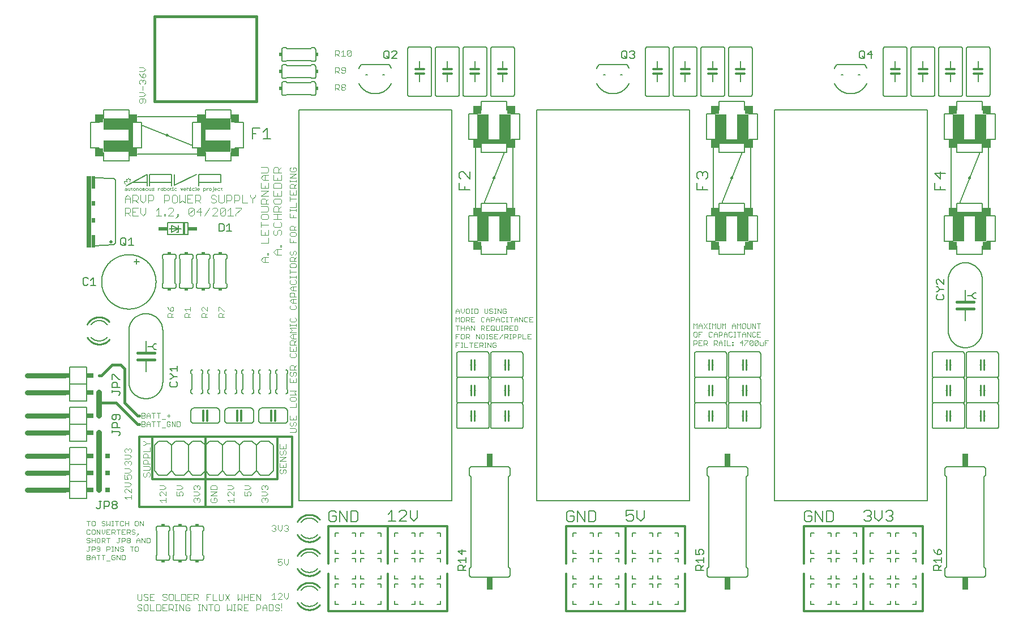
<source format=gto>
G75*
%MOIN*%
%OFA0B0*%
%FSLAX25Y25*%
%IPPOS*%
%LPD*%
%AMOC8*
5,1,8,0,0,1.08239X$1,22.5*
%
%ADD10C,0.00300*%
%ADD11C,0.01200*%
%ADD12C,0.00600*%
%ADD13C,0.00400*%
%ADD14C,0.03200*%
%ADD15C,0.01600*%
%ADD16R,0.05000X0.05000*%
%ADD17R,0.20000X0.02500*%
%ADD18R,0.07000X0.15000*%
%ADD19C,0.01000*%
%ADD20R,0.02000X0.01500*%
%ADD21C,0.02000*%
%ADD22R,0.03000X0.42000*%
%ADD23R,0.02000X0.07500*%
%ADD24R,0.02000X0.03000*%
%ADD25C,0.00500*%
%ADD26C,0.00200*%
%ADD27R,0.03200X0.07600*%
%ADD28R,0.02500X0.20000*%
%ADD29R,0.15000X0.07000*%
%ADD30R,0.01500X0.07000*%
%ADD31R,0.05500X0.02000*%
%ADD32R,0.01500X0.02000*%
%ADD33C,0.03000*%
%ADD34R,0.04000X0.03000*%
%ADD35R,0.03000X0.03000*%
D10*
X0305150Y0295767D02*
X0305767Y0295150D01*
X0307002Y0295150D01*
X0307619Y0295767D01*
X0307619Y0296384D01*
X0307002Y0297002D01*
X0305767Y0297002D01*
X0305150Y0297619D01*
X0305150Y0298236D01*
X0305767Y0298853D01*
X0307002Y0298853D01*
X0307619Y0298236D01*
X0308833Y0298236D02*
X0308833Y0295767D01*
X0309450Y0295150D01*
X0310685Y0295150D01*
X0311302Y0295767D01*
X0311302Y0298236D01*
X0310685Y0298853D01*
X0309450Y0298853D01*
X0308833Y0298236D01*
X0309450Y0301400D02*
X0308833Y0302017D01*
X0309450Y0301400D02*
X0310685Y0301400D01*
X0311302Y0302017D01*
X0311302Y0302634D01*
X0310685Y0303252D01*
X0309450Y0303252D01*
X0308833Y0303869D01*
X0308833Y0304486D01*
X0309450Y0305103D01*
X0310685Y0305103D01*
X0311302Y0304486D01*
X0312516Y0305103D02*
X0312516Y0301400D01*
X0314985Y0301400D01*
X0313751Y0303252D02*
X0312516Y0303252D01*
X0312516Y0305103D02*
X0314985Y0305103D01*
X0319883Y0304486D02*
X0319883Y0303869D01*
X0320500Y0303252D01*
X0321734Y0303252D01*
X0322351Y0302634D01*
X0322351Y0302017D01*
X0321734Y0301400D01*
X0320500Y0301400D01*
X0319883Y0302017D01*
X0319883Y0304486D02*
X0320500Y0305103D01*
X0321734Y0305103D01*
X0322351Y0304486D01*
X0323566Y0304486D02*
X0323566Y0302017D01*
X0324183Y0301400D01*
X0325417Y0301400D01*
X0326034Y0302017D01*
X0326034Y0304486D01*
X0325417Y0305103D01*
X0324183Y0305103D01*
X0323566Y0304486D01*
X0327249Y0305103D02*
X0327249Y0301400D01*
X0329718Y0301400D01*
X0330932Y0301400D02*
X0332784Y0301400D01*
X0333401Y0302017D01*
X0333401Y0304486D01*
X0332784Y0305103D01*
X0330932Y0305103D01*
X0330932Y0301400D01*
X0329704Y0298853D02*
X0332173Y0295150D01*
X0332173Y0298853D01*
X0333387Y0298236D02*
X0333387Y0295767D01*
X0334005Y0295150D01*
X0335239Y0295150D01*
X0335856Y0295767D01*
X0335856Y0297002D01*
X0334622Y0297002D01*
X0335856Y0298236D02*
X0335239Y0298853D01*
X0334005Y0298853D01*
X0333387Y0298236D01*
X0334615Y0301400D02*
X0337084Y0301400D01*
X0338298Y0301400D02*
X0338298Y0305103D01*
X0340150Y0305103D01*
X0340767Y0304486D01*
X0340767Y0303252D01*
X0340150Y0302634D01*
X0338298Y0302634D01*
X0339533Y0302634D02*
X0340767Y0301400D01*
X0340754Y0298853D02*
X0341988Y0298853D01*
X0341371Y0298853D02*
X0341371Y0295150D01*
X0340754Y0295150D02*
X0341988Y0295150D01*
X0343209Y0295150D02*
X0343209Y0298853D01*
X0345678Y0295150D01*
X0345678Y0298853D01*
X0346892Y0298853D02*
X0349361Y0298853D01*
X0348127Y0298853D02*
X0348127Y0295150D01*
X0350575Y0295767D02*
X0351193Y0295150D01*
X0352427Y0295150D01*
X0353044Y0295767D01*
X0353044Y0298236D01*
X0352427Y0298853D01*
X0351193Y0298853D01*
X0350575Y0298236D01*
X0350575Y0295767D01*
X0349348Y0301400D02*
X0351817Y0301400D01*
X0353031Y0302017D02*
X0353648Y0301400D01*
X0354882Y0301400D01*
X0355500Y0302017D01*
X0355500Y0305103D01*
X0356714Y0305103D02*
X0359183Y0301400D01*
X0356714Y0301400D02*
X0359183Y0305103D01*
X0364080Y0305103D02*
X0364080Y0301400D01*
X0365315Y0302634D01*
X0366549Y0301400D01*
X0366549Y0305103D01*
X0367763Y0305103D02*
X0367763Y0301400D01*
X0367763Y0303252D02*
X0370232Y0303252D01*
X0371447Y0303252D02*
X0372681Y0303252D01*
X0373915Y0305103D02*
X0371447Y0305103D01*
X0371447Y0301400D01*
X0373915Y0301400D01*
X0375130Y0301400D02*
X0375130Y0305103D01*
X0377599Y0301400D01*
X0377599Y0305103D01*
X0376981Y0298853D02*
X0375130Y0298853D01*
X0375130Y0295150D01*
X0375130Y0296384D02*
X0376981Y0296384D01*
X0377599Y0297002D01*
X0377599Y0298236D01*
X0376981Y0298853D01*
X0378813Y0297619D02*
X0380047Y0298853D01*
X0381282Y0297619D01*
X0381282Y0295150D01*
X0382496Y0295150D02*
X0384348Y0295150D01*
X0384965Y0295767D01*
X0384965Y0298236D01*
X0384348Y0298853D01*
X0382496Y0298853D01*
X0382496Y0295150D01*
X0381282Y0297002D02*
X0378813Y0297002D01*
X0378813Y0297619D02*
X0378813Y0295150D01*
X0386179Y0295767D02*
X0386796Y0295150D01*
X0388031Y0295150D01*
X0388648Y0295767D01*
X0388648Y0296384D01*
X0388031Y0297002D01*
X0386796Y0297002D01*
X0386179Y0297619D01*
X0386179Y0298236D01*
X0386796Y0298853D01*
X0388031Y0298853D01*
X0388648Y0298236D01*
X0389862Y0299470D02*
X0389862Y0297002D01*
X0389862Y0295767D02*
X0389862Y0295150D01*
X0390252Y0301900D02*
X0387784Y0301900D01*
X0390252Y0304369D01*
X0390252Y0304986D01*
X0389635Y0305603D01*
X0388401Y0305603D01*
X0387784Y0304986D01*
X0385335Y0305603D02*
X0385335Y0301900D01*
X0384101Y0301900D02*
X0386569Y0301900D01*
X0384101Y0304369D02*
X0385335Y0305603D01*
X0391467Y0305603D02*
X0391467Y0303134D01*
X0392701Y0301900D01*
X0393936Y0303134D01*
X0393936Y0305603D01*
X0392701Y0321900D02*
X0393936Y0323134D01*
X0393936Y0325603D01*
X0391467Y0325603D02*
X0391467Y0323134D01*
X0392701Y0321900D01*
X0390252Y0322517D02*
X0389635Y0321900D01*
X0388401Y0321900D01*
X0387784Y0322517D01*
X0387784Y0323752D02*
X0389018Y0324369D01*
X0389635Y0324369D01*
X0390252Y0323752D01*
X0390252Y0322517D01*
X0387784Y0323752D02*
X0387784Y0325603D01*
X0390252Y0325603D01*
X0389018Y0341900D02*
X0390252Y0343134D01*
X0390252Y0345603D01*
X0391467Y0344986D02*
X0392084Y0345603D01*
X0393318Y0345603D01*
X0393936Y0344986D01*
X0393936Y0344369D01*
X0393318Y0343752D01*
X0393936Y0343134D01*
X0393936Y0342517D01*
X0393318Y0341900D01*
X0392084Y0341900D01*
X0391467Y0342517D01*
X0392701Y0343752D02*
X0393318Y0343752D01*
X0389018Y0341900D02*
X0387784Y0343134D01*
X0387784Y0345603D01*
X0386569Y0344986D02*
X0386569Y0344369D01*
X0385952Y0343752D01*
X0386569Y0343134D01*
X0386569Y0342517D01*
X0385952Y0341900D01*
X0384718Y0341900D01*
X0384101Y0342517D01*
X0385335Y0343752D02*
X0385952Y0343752D01*
X0386569Y0344986D02*
X0385952Y0345603D01*
X0384718Y0345603D01*
X0384101Y0344986D01*
X0381233Y0359101D02*
X0381850Y0359718D01*
X0381850Y0360952D01*
X0381233Y0361569D01*
X0380616Y0361569D01*
X0379998Y0360952D01*
X0379998Y0360335D01*
X0379998Y0360952D02*
X0379381Y0361569D01*
X0378764Y0361569D01*
X0378147Y0360952D01*
X0378147Y0359718D01*
X0378764Y0359101D01*
X0378147Y0362784D02*
X0380616Y0362784D01*
X0381850Y0364018D01*
X0380616Y0365252D01*
X0378147Y0365252D01*
X0378764Y0366467D02*
X0378147Y0367084D01*
X0378147Y0368318D01*
X0378764Y0368936D01*
X0379381Y0368936D01*
X0379998Y0368318D01*
X0380616Y0368936D01*
X0381233Y0368936D01*
X0381850Y0368318D01*
X0381850Y0367084D01*
X0381233Y0366467D01*
X0379998Y0367701D02*
X0379998Y0368318D01*
X0371850Y0367701D02*
X0370616Y0368936D01*
X0368147Y0368936D01*
X0368147Y0366467D02*
X0370616Y0366467D01*
X0371850Y0367701D01*
X0371233Y0365252D02*
X0371850Y0364635D01*
X0371850Y0363401D01*
X0371233Y0362784D01*
X0369998Y0362784D02*
X0369381Y0364018D01*
X0369381Y0364635D01*
X0369998Y0365252D01*
X0371233Y0365252D01*
X0369998Y0362784D02*
X0368147Y0362784D01*
X0368147Y0365252D01*
X0361850Y0365252D02*
X0361850Y0362784D01*
X0359381Y0365252D01*
X0358764Y0365252D01*
X0358147Y0364635D01*
X0358147Y0363401D01*
X0358764Y0362784D01*
X0358147Y0360335D02*
X0361850Y0360335D01*
X0361850Y0359101D02*
X0361850Y0361569D01*
X0359381Y0359101D02*
X0358147Y0360335D01*
X0358147Y0366467D02*
X0360616Y0366467D01*
X0361850Y0367701D01*
X0360616Y0368936D01*
X0358147Y0368936D01*
X0351850Y0368318D02*
X0351233Y0368936D01*
X0348764Y0368936D01*
X0348147Y0368318D01*
X0348147Y0366467D01*
X0351850Y0366467D01*
X0351850Y0368318D01*
X0351850Y0365252D02*
X0348147Y0365252D01*
X0348147Y0362784D02*
X0351850Y0365252D01*
X0351850Y0362784D02*
X0348147Y0362784D01*
X0348764Y0361569D02*
X0348147Y0360952D01*
X0348147Y0359718D01*
X0348764Y0359101D01*
X0351233Y0359101D01*
X0351850Y0359718D01*
X0351850Y0360952D01*
X0351233Y0361569D01*
X0349998Y0361569D01*
X0349998Y0360335D01*
X0341850Y0360952D02*
X0341850Y0359718D01*
X0341233Y0359101D01*
X0339998Y0360335D02*
X0339998Y0360952D01*
X0340616Y0361569D01*
X0341233Y0361569D01*
X0341850Y0360952D01*
X0339998Y0360952D02*
X0339381Y0361569D01*
X0338764Y0361569D01*
X0338147Y0360952D01*
X0338147Y0359718D01*
X0338764Y0359101D01*
X0338147Y0362784D02*
X0340616Y0362784D01*
X0341850Y0364018D01*
X0340616Y0365252D01*
X0338147Y0365252D01*
X0338764Y0366467D02*
X0338147Y0367084D01*
X0338147Y0368318D01*
X0338764Y0368936D01*
X0339381Y0368936D01*
X0339998Y0368318D01*
X0340616Y0368936D01*
X0341233Y0368936D01*
X0341850Y0368318D01*
X0341850Y0367084D01*
X0341233Y0366467D01*
X0339998Y0367701D02*
X0339998Y0368318D01*
X0331850Y0367701D02*
X0330616Y0368936D01*
X0328147Y0368936D01*
X0328147Y0366467D02*
X0330616Y0366467D01*
X0331850Y0367701D01*
X0331233Y0365252D02*
X0331850Y0364635D01*
X0331850Y0363401D01*
X0331233Y0362784D01*
X0329998Y0362784D02*
X0329381Y0364018D01*
X0329381Y0364635D01*
X0329998Y0365252D01*
X0331233Y0365252D01*
X0329998Y0362784D02*
X0328147Y0362784D01*
X0328147Y0365252D01*
X0321850Y0365252D02*
X0321850Y0362784D01*
X0319381Y0365252D01*
X0318764Y0365252D01*
X0318147Y0364635D01*
X0318147Y0363401D01*
X0318764Y0362784D01*
X0318147Y0360335D02*
X0321850Y0360335D01*
X0321850Y0359101D02*
X0321850Y0361569D01*
X0319381Y0359101D02*
X0318147Y0360335D01*
X0318147Y0366467D02*
X0320616Y0366467D01*
X0321850Y0367701D01*
X0320616Y0368936D01*
X0318147Y0368936D01*
X0312350Y0374718D02*
X0311733Y0374101D01*
X0312350Y0374718D02*
X0312350Y0375952D01*
X0311733Y0376569D01*
X0311116Y0376569D01*
X0310498Y0375952D01*
X0310498Y0374718D01*
X0309881Y0374101D01*
X0309264Y0374101D01*
X0308647Y0374718D01*
X0308647Y0375952D01*
X0309264Y0376569D01*
X0308647Y0377784D02*
X0311733Y0377784D01*
X0312350Y0378401D01*
X0312350Y0379635D01*
X0311733Y0380252D01*
X0308647Y0380252D01*
X0308647Y0381467D02*
X0308647Y0383318D01*
X0309264Y0383936D01*
X0310498Y0383936D01*
X0311116Y0383318D01*
X0311116Y0381467D01*
X0312350Y0381467D02*
X0308647Y0381467D01*
X0308647Y0385150D02*
X0308647Y0387002D01*
X0309264Y0387619D01*
X0310498Y0387619D01*
X0311116Y0387002D01*
X0311116Y0385150D01*
X0312350Y0385150D02*
X0308647Y0385150D01*
X0308647Y0388833D02*
X0312350Y0388833D01*
X0312350Y0391302D01*
X0312350Y0393751D02*
X0310498Y0393751D01*
X0309264Y0394985D01*
X0308647Y0394985D01*
X0310498Y0393751D02*
X0309264Y0392516D01*
X0308647Y0392516D01*
X0301350Y0390093D02*
X0301350Y0388859D01*
X0300733Y0388242D01*
X0300116Y0387027D02*
X0297647Y0387027D01*
X0298264Y0388242D02*
X0297647Y0388859D01*
X0297647Y0390093D01*
X0298264Y0390710D01*
X0298881Y0390710D01*
X0299498Y0390093D01*
X0300116Y0390710D01*
X0300733Y0390710D01*
X0301350Y0390093D01*
X0299498Y0390093D02*
X0299498Y0389476D01*
X0300116Y0387027D02*
X0301350Y0385793D01*
X0300116Y0384558D01*
X0297647Y0384558D01*
X0298264Y0383344D02*
X0298881Y0383344D01*
X0299498Y0382727D01*
X0300116Y0383344D01*
X0300733Y0383344D01*
X0301350Y0382727D01*
X0301350Y0381492D01*
X0300733Y0380875D01*
X0299498Y0382110D02*
X0299498Y0382727D01*
X0298264Y0383344D02*
X0297647Y0382727D01*
X0297647Y0381492D01*
X0298264Y0380875D01*
X0297647Y0378869D02*
X0300116Y0378869D01*
X0301350Y0377634D01*
X0300116Y0376400D01*
X0297647Y0376400D01*
X0297647Y0375186D02*
X0297647Y0372717D01*
X0299498Y0372717D01*
X0298881Y0373951D01*
X0298881Y0374568D01*
X0299498Y0375186D01*
X0300733Y0375186D01*
X0301350Y0374568D01*
X0301350Y0373334D01*
X0300733Y0372717D01*
X0300116Y0370710D02*
X0297647Y0370710D01*
X0297647Y0368242D02*
X0300116Y0368242D01*
X0301350Y0369476D01*
X0300116Y0370710D01*
X0301350Y0367027D02*
X0301350Y0364558D01*
X0298881Y0367027D01*
X0298264Y0367027D01*
X0297647Y0366410D01*
X0297647Y0365176D01*
X0298264Y0364558D01*
X0297647Y0362110D02*
X0301350Y0362110D01*
X0301350Y0363344D02*
X0301350Y0360875D01*
X0298881Y0360875D02*
X0297647Y0362110D01*
X0297740Y0348052D02*
X0297740Y0345150D01*
X0296728Y0345634D02*
X0296245Y0345150D01*
X0295277Y0345150D01*
X0294793Y0345634D01*
X0294793Y0347569D01*
X0295277Y0348052D01*
X0296245Y0348052D01*
X0296728Y0347569D01*
X0297740Y0346601D02*
X0299675Y0346601D01*
X0299675Y0348052D02*
X0299675Y0345150D01*
X0300173Y0343052D02*
X0300657Y0342569D01*
X0300657Y0341601D01*
X0300173Y0341117D01*
X0298722Y0341117D01*
X0298722Y0340150D02*
X0298722Y0343052D01*
X0300173Y0343052D01*
X0301669Y0342569D02*
X0302152Y0343052D01*
X0303120Y0343052D01*
X0303604Y0342569D01*
X0303120Y0341601D02*
X0303604Y0341117D01*
X0303604Y0340634D01*
X0303120Y0340150D01*
X0302152Y0340150D01*
X0301669Y0340634D01*
X0302152Y0341601D02*
X0303120Y0341601D01*
X0302152Y0341601D02*
X0301669Y0342085D01*
X0301669Y0342569D01*
X0299690Y0341117D02*
X0300657Y0340150D01*
X0300173Y0338052D02*
X0300657Y0337569D01*
X0300657Y0337085D01*
X0300173Y0336601D01*
X0299206Y0336601D01*
X0298722Y0337085D01*
X0298722Y0337569D01*
X0299206Y0338052D01*
X0300173Y0338052D01*
X0300173Y0336601D02*
X0300657Y0336117D01*
X0300657Y0335634D01*
X0300173Y0335150D01*
X0299206Y0335150D01*
X0298722Y0335634D01*
X0298722Y0336117D01*
X0299206Y0336601D01*
X0297711Y0336601D02*
X0297227Y0336117D01*
X0295776Y0336117D01*
X0295776Y0335150D02*
X0295776Y0338052D01*
X0297227Y0338052D01*
X0297711Y0337569D01*
X0297711Y0336601D01*
X0294764Y0338052D02*
X0293797Y0338052D01*
X0294280Y0338052D02*
X0294280Y0335634D01*
X0293797Y0335150D01*
X0293313Y0335150D01*
X0292829Y0335634D01*
X0293782Y0333052D02*
X0293782Y0330150D01*
X0291847Y0333052D01*
X0291847Y0330150D01*
X0290850Y0330150D02*
X0289883Y0330150D01*
X0290366Y0330150D02*
X0290366Y0333052D01*
X0289883Y0333052D02*
X0290850Y0333052D01*
X0288871Y0332569D02*
X0288871Y0331601D01*
X0288387Y0331117D01*
X0286936Y0331117D01*
X0286936Y0330150D02*
X0286936Y0333052D01*
X0288387Y0333052D01*
X0288871Y0332569D01*
X0287904Y0335150D02*
X0287904Y0338052D01*
X0288871Y0338052D02*
X0286936Y0338052D01*
X0285925Y0337569D02*
X0285925Y0336601D01*
X0285441Y0336117D01*
X0283990Y0336117D01*
X0283990Y0335150D02*
X0283990Y0338052D01*
X0285441Y0338052D01*
X0285925Y0337569D01*
X0284957Y0336117D02*
X0285925Y0335150D01*
X0282978Y0335634D02*
X0282978Y0337569D01*
X0282494Y0338052D01*
X0281527Y0338052D01*
X0281043Y0337569D01*
X0281043Y0335634D01*
X0281527Y0335150D01*
X0282494Y0335150D01*
X0282978Y0335634D01*
X0282494Y0333052D02*
X0281527Y0333052D01*
X0281043Y0332569D01*
X0281043Y0332085D01*
X0281527Y0331601D01*
X0282978Y0331601D01*
X0282978Y0330634D02*
X0282978Y0332569D01*
X0282494Y0333052D01*
X0282978Y0330634D02*
X0282494Y0330150D01*
X0281527Y0330150D01*
X0281043Y0330634D01*
X0280031Y0331601D02*
X0279548Y0331117D01*
X0278097Y0331117D01*
X0278097Y0330150D02*
X0278097Y0333052D01*
X0279548Y0333052D01*
X0280031Y0332569D01*
X0280031Y0331601D01*
X0277085Y0333052D02*
X0276117Y0333052D01*
X0276601Y0333052D02*
X0276601Y0330634D01*
X0276117Y0330150D01*
X0275634Y0330150D01*
X0275150Y0330634D01*
X0275150Y0328052D02*
X0276601Y0328052D01*
X0277085Y0327569D01*
X0277085Y0327085D01*
X0276601Y0326601D01*
X0275150Y0326601D01*
X0275150Y0325150D02*
X0275150Y0328052D01*
X0276601Y0326601D02*
X0277085Y0326117D01*
X0277085Y0325634D01*
X0276601Y0325150D01*
X0275150Y0325150D01*
X0278097Y0325150D02*
X0278097Y0327085D01*
X0279064Y0328052D01*
X0280031Y0327085D01*
X0280031Y0325150D01*
X0280031Y0326601D02*
X0278097Y0326601D01*
X0281043Y0328052D02*
X0282978Y0328052D01*
X0282011Y0328052D02*
X0282011Y0325150D01*
X0284957Y0325150D02*
X0284957Y0328052D01*
X0283990Y0328052D02*
X0285925Y0328052D01*
X0286936Y0324666D02*
X0288871Y0324666D01*
X0289883Y0325634D02*
X0290366Y0325150D01*
X0291334Y0325150D01*
X0291818Y0325634D01*
X0291818Y0326601D01*
X0290850Y0326601D01*
X0289883Y0325634D02*
X0289883Y0327569D01*
X0290366Y0328052D01*
X0291334Y0328052D01*
X0291818Y0327569D01*
X0292829Y0328052D02*
X0294764Y0325150D01*
X0294764Y0328052D01*
X0295776Y0328052D02*
X0297227Y0328052D01*
X0297711Y0327569D01*
X0297711Y0325634D01*
X0297227Y0325150D01*
X0295776Y0325150D01*
X0295776Y0328052D01*
X0296245Y0330150D02*
X0295277Y0330150D01*
X0294793Y0330634D01*
X0295277Y0331601D02*
X0296245Y0331601D01*
X0296728Y0331117D01*
X0296728Y0330634D01*
X0296245Y0330150D01*
X0295277Y0331601D02*
X0294793Y0332085D01*
X0294793Y0332569D01*
X0295277Y0333052D01*
X0296245Y0333052D01*
X0296728Y0332569D01*
X0300686Y0333052D02*
X0302621Y0333052D01*
X0301654Y0333052D02*
X0301654Y0330150D01*
X0303633Y0330634D02*
X0304117Y0330150D01*
X0305084Y0330150D01*
X0305568Y0330634D01*
X0305568Y0332569D01*
X0305084Y0333052D01*
X0304117Y0333052D01*
X0303633Y0332569D01*
X0303633Y0330634D01*
X0304615Y0335150D02*
X0304615Y0337085D01*
X0305583Y0338052D01*
X0306550Y0337085D01*
X0306550Y0335150D01*
X0307562Y0335150D02*
X0307562Y0338052D01*
X0309497Y0335150D01*
X0309497Y0338052D01*
X0310508Y0338052D02*
X0311959Y0338052D01*
X0312443Y0337569D01*
X0312443Y0335634D01*
X0311959Y0335150D01*
X0310508Y0335150D01*
X0310508Y0338052D01*
X0306550Y0336601D02*
X0304615Y0336601D01*
X0304615Y0339183D02*
X0305583Y0340150D01*
X0305099Y0340150D01*
X0305099Y0340634D01*
X0305583Y0340634D01*
X0305583Y0340150D01*
X0305084Y0345150D02*
X0305568Y0345634D01*
X0305568Y0347569D01*
X0305084Y0348052D01*
X0304117Y0348052D01*
X0303633Y0347569D01*
X0303633Y0345634D01*
X0304117Y0345150D01*
X0305084Y0345150D01*
X0306580Y0345150D02*
X0306580Y0348052D01*
X0308515Y0345150D01*
X0308515Y0348052D01*
X0297711Y0343052D02*
X0295776Y0343052D01*
X0295776Y0340150D01*
X0297711Y0340150D01*
X0296743Y0341601D02*
X0295776Y0341601D01*
X0294764Y0343052D02*
X0292829Y0343052D01*
X0293797Y0343052D02*
X0293797Y0340150D01*
X0291818Y0340150D02*
X0290850Y0341117D01*
X0291334Y0341117D02*
X0289883Y0341117D01*
X0289883Y0340150D02*
X0289883Y0343052D01*
X0291334Y0343052D01*
X0291818Y0342569D01*
X0291818Y0341601D01*
X0291334Y0341117D01*
X0288871Y0340150D02*
X0286936Y0340150D01*
X0286936Y0343052D01*
X0288871Y0343052D01*
X0287904Y0341601D02*
X0286936Y0341601D01*
X0285925Y0341117D02*
X0285925Y0343052D01*
X0285925Y0341117D02*
X0284957Y0340150D01*
X0283990Y0341117D01*
X0283990Y0343052D01*
X0282978Y0343052D02*
X0282978Y0340150D01*
X0281043Y0343052D01*
X0281043Y0340150D01*
X0280031Y0340634D02*
X0280031Y0342569D01*
X0279548Y0343052D01*
X0278580Y0343052D01*
X0278097Y0342569D01*
X0278097Y0340634D01*
X0278580Y0340150D01*
X0279548Y0340150D01*
X0280031Y0340634D01*
X0280031Y0338052D02*
X0280031Y0335150D01*
X0280031Y0336601D02*
X0278097Y0336601D01*
X0277085Y0336117D02*
X0277085Y0335634D01*
X0276601Y0335150D01*
X0275634Y0335150D01*
X0275150Y0335634D01*
X0275634Y0336601D02*
X0276601Y0336601D01*
X0277085Y0336117D01*
X0278097Y0335150D02*
X0278097Y0338052D01*
X0277085Y0337569D02*
X0276601Y0338052D01*
X0275634Y0338052D01*
X0275150Y0337569D01*
X0275150Y0337085D01*
X0275634Y0336601D01*
X0275634Y0340150D02*
X0276601Y0340150D01*
X0277085Y0340634D01*
X0275634Y0340150D02*
X0275150Y0340634D01*
X0275150Y0342569D01*
X0275634Y0343052D01*
X0276601Y0343052D01*
X0277085Y0342569D01*
X0276117Y0345150D02*
X0276117Y0348052D01*
X0275150Y0348052D02*
X0277085Y0348052D01*
X0278097Y0347569D02*
X0278097Y0345634D01*
X0278580Y0345150D01*
X0279548Y0345150D01*
X0280031Y0345634D01*
X0280031Y0347569D01*
X0279548Y0348052D01*
X0278580Y0348052D01*
X0278097Y0347569D01*
X0283990Y0347569D02*
X0283990Y0347085D01*
X0284473Y0346601D01*
X0285441Y0346601D01*
X0285925Y0346117D01*
X0285925Y0345634D01*
X0285441Y0345150D01*
X0284473Y0345150D01*
X0283990Y0345634D01*
X0283990Y0347569D02*
X0284473Y0348052D01*
X0285441Y0348052D01*
X0285925Y0347569D01*
X0286936Y0348052D02*
X0286936Y0345150D01*
X0287904Y0346117D01*
X0288871Y0345150D01*
X0288871Y0348052D01*
X0289883Y0348052D02*
X0290850Y0348052D01*
X0290366Y0348052D02*
X0290366Y0345150D01*
X0289883Y0345150D02*
X0290850Y0345150D01*
X0292814Y0345150D02*
X0292814Y0348052D01*
X0291847Y0348052D02*
X0293782Y0348052D01*
X0292829Y0328052D02*
X0292829Y0325150D01*
X0305150Y0305103D02*
X0305150Y0302017D01*
X0305767Y0301400D01*
X0307002Y0301400D01*
X0307619Y0302017D01*
X0307619Y0305103D01*
X0312516Y0298853D02*
X0312516Y0295150D01*
X0314985Y0295150D01*
X0316199Y0295150D02*
X0318051Y0295150D01*
X0318668Y0295767D01*
X0318668Y0298236D01*
X0318051Y0298853D01*
X0316199Y0298853D01*
X0316199Y0295150D01*
X0319883Y0295150D02*
X0322351Y0295150D01*
X0323566Y0295150D02*
X0323566Y0298853D01*
X0325417Y0298853D01*
X0326034Y0298236D01*
X0326034Y0297002D01*
X0325417Y0296384D01*
X0323566Y0296384D01*
X0324800Y0296384D02*
X0326034Y0295150D01*
X0327249Y0295150D02*
X0328483Y0295150D01*
X0327866Y0295150D02*
X0327866Y0298853D01*
X0327249Y0298853D02*
X0328483Y0298853D01*
X0329704Y0298853D02*
X0329704Y0295150D01*
X0334615Y0301400D02*
X0334615Y0305103D01*
X0337084Y0305103D01*
X0335850Y0303252D02*
X0334615Y0303252D01*
X0345665Y0303252D02*
X0346899Y0303252D01*
X0345665Y0305103D02*
X0348133Y0305103D01*
X0349348Y0305103D02*
X0349348Y0301400D01*
X0345665Y0301400D02*
X0345665Y0305103D01*
X0353031Y0305103D02*
X0353031Y0302017D01*
X0357942Y0298853D02*
X0357942Y0295150D01*
X0359176Y0296384D01*
X0360411Y0295150D01*
X0360411Y0298853D01*
X0361625Y0298853D02*
X0362859Y0298853D01*
X0362242Y0298853D02*
X0362242Y0295150D01*
X0361625Y0295150D02*
X0362859Y0295150D01*
X0364080Y0295150D02*
X0364080Y0298853D01*
X0365932Y0298853D01*
X0366549Y0298236D01*
X0366549Y0297002D01*
X0365932Y0296384D01*
X0364080Y0296384D01*
X0365315Y0296384D02*
X0366549Y0295150D01*
X0367763Y0295150D02*
X0370232Y0295150D01*
X0368998Y0297002D02*
X0367763Y0297002D01*
X0367763Y0298853D02*
X0367763Y0295150D01*
X0367763Y0298853D02*
X0370232Y0298853D01*
X0370232Y0301400D02*
X0370232Y0305103D01*
X0322351Y0298853D02*
X0319883Y0298853D01*
X0319883Y0295150D01*
X0319883Y0297002D02*
X0321117Y0297002D01*
X0389514Y0375942D02*
X0390131Y0375942D01*
X0390748Y0376559D01*
X0390748Y0377794D01*
X0391366Y0378411D01*
X0391983Y0378411D01*
X0392600Y0377794D01*
X0392600Y0376559D01*
X0391983Y0375942D01*
X0389514Y0375942D02*
X0388897Y0376559D01*
X0388897Y0377794D01*
X0389514Y0378411D01*
X0388897Y0379625D02*
X0392600Y0379625D01*
X0392600Y0382094D01*
X0392600Y0383308D02*
X0388897Y0383308D01*
X0392600Y0385777D01*
X0388897Y0385777D01*
X0389514Y0386992D02*
X0390131Y0386992D01*
X0390748Y0387609D01*
X0390748Y0388843D01*
X0391366Y0389460D01*
X0391983Y0389460D01*
X0392600Y0388843D01*
X0392600Y0387609D01*
X0391983Y0386992D01*
X0389514Y0386992D02*
X0388897Y0387609D01*
X0388897Y0388843D01*
X0389514Y0389460D01*
X0388897Y0390675D02*
X0392600Y0390675D01*
X0392600Y0393143D01*
X0390748Y0391909D02*
X0390748Y0390675D01*
X0388897Y0390675D02*
X0388897Y0393143D01*
X0394897Y0400150D02*
X0397983Y0400150D01*
X0398600Y0400767D01*
X0398600Y0402002D01*
X0397983Y0402619D01*
X0394897Y0402619D01*
X0395514Y0403833D02*
X0396131Y0403833D01*
X0396748Y0404450D01*
X0396748Y0405685D01*
X0397366Y0406302D01*
X0397983Y0406302D01*
X0398600Y0405685D01*
X0398600Y0404450D01*
X0397983Y0403833D01*
X0395514Y0403833D02*
X0394897Y0404450D01*
X0394897Y0405685D01*
X0395514Y0406302D01*
X0394897Y0407516D02*
X0398600Y0407516D01*
X0398600Y0409985D01*
X0396748Y0408751D02*
X0396748Y0407516D01*
X0394897Y0407516D02*
X0394897Y0409985D01*
X0394897Y0414883D02*
X0398600Y0414883D01*
X0398600Y0417351D01*
X0397983Y0418566D02*
X0398600Y0419183D01*
X0398600Y0420417D01*
X0397983Y0421034D01*
X0395514Y0421034D01*
X0394897Y0420417D01*
X0394897Y0419183D01*
X0395514Y0418566D01*
X0397983Y0418566D01*
X0398600Y0422249D02*
X0397366Y0423483D01*
X0398600Y0424718D01*
X0394897Y0424718D01*
X0394897Y0422249D02*
X0398600Y0422249D01*
X0398600Y0429615D02*
X0394897Y0429615D01*
X0394897Y0432084D01*
X0395514Y0433298D02*
X0396131Y0433298D01*
X0396748Y0433915D01*
X0396748Y0435150D01*
X0397366Y0435767D01*
X0397983Y0435767D01*
X0398600Y0435150D01*
X0398600Y0433915D01*
X0397983Y0433298D01*
X0398600Y0432084D02*
X0398600Y0429615D01*
X0396748Y0429615D02*
X0396748Y0430850D01*
X0395514Y0433298D02*
X0394897Y0433915D01*
X0394897Y0435150D01*
X0395514Y0435767D01*
X0394897Y0436981D02*
X0394897Y0438833D01*
X0395514Y0439450D01*
X0396748Y0439450D01*
X0397366Y0438833D01*
X0397366Y0436981D01*
X0398600Y0436981D02*
X0394897Y0436981D01*
X0397366Y0438216D02*
X0398600Y0439450D01*
X0397983Y0444348D02*
X0398600Y0444965D01*
X0398600Y0446199D01*
X0397983Y0446817D01*
X0398600Y0448031D02*
X0394897Y0448031D01*
X0394897Y0450500D01*
X0394897Y0451714D02*
X0394897Y0453566D01*
X0395514Y0454183D01*
X0396748Y0454183D01*
X0397366Y0453566D01*
X0397366Y0451714D01*
X0398600Y0451714D02*
X0394897Y0451714D01*
X0397366Y0452948D02*
X0398600Y0454183D01*
X0398600Y0455397D02*
X0396131Y0455397D01*
X0394897Y0456632D01*
X0396131Y0457866D01*
X0398600Y0457866D01*
X0398600Y0459080D02*
X0394897Y0459080D01*
X0396131Y0460315D01*
X0394897Y0461549D01*
X0398600Y0461549D01*
X0398600Y0462763D02*
X0398600Y0463998D01*
X0398600Y0463381D02*
X0394897Y0463381D01*
X0394897Y0463998D02*
X0394897Y0462763D01*
X0395514Y0465219D02*
X0397983Y0465219D01*
X0398600Y0465836D01*
X0398600Y0467070D01*
X0397983Y0467688D01*
X0395514Y0467688D02*
X0394897Y0467070D01*
X0394897Y0465836D01*
X0395514Y0465219D01*
X0395514Y0472585D02*
X0397983Y0472585D01*
X0398600Y0473202D01*
X0398600Y0474437D01*
X0397983Y0475054D01*
X0398600Y0476268D02*
X0396131Y0476268D01*
X0394897Y0477503D01*
X0396131Y0478737D01*
X0398600Y0478737D01*
X0398600Y0479951D02*
X0394897Y0479951D01*
X0394897Y0481803D01*
X0395514Y0482420D01*
X0396748Y0482420D01*
X0397366Y0481803D01*
X0397366Y0479951D01*
X0396748Y0478737D02*
X0396748Y0476268D01*
X0395514Y0475054D02*
X0394897Y0474437D01*
X0394897Y0473202D01*
X0395514Y0472585D01*
X0396131Y0483635D02*
X0394897Y0484869D01*
X0396131Y0486103D01*
X0398600Y0486103D01*
X0397983Y0487318D02*
X0398600Y0487935D01*
X0398600Y0489169D01*
X0397983Y0489787D01*
X0398600Y0491001D02*
X0398600Y0492235D01*
X0398600Y0491618D02*
X0394897Y0491618D01*
X0394897Y0491001D02*
X0394897Y0492235D01*
X0394897Y0493456D02*
X0394897Y0495925D01*
X0394897Y0494691D02*
X0398600Y0494691D01*
X0397983Y0497139D02*
X0398600Y0497757D01*
X0398600Y0498991D01*
X0397983Y0499608D01*
X0395514Y0499608D01*
X0394897Y0498991D01*
X0394897Y0497757D01*
X0395514Y0497139D01*
X0397983Y0497139D01*
X0398600Y0500823D02*
X0394897Y0500823D01*
X0394897Y0502674D01*
X0395514Y0503291D01*
X0396748Y0503291D01*
X0397366Y0502674D01*
X0397366Y0500823D01*
X0397366Y0502057D02*
X0398600Y0503291D01*
X0397983Y0504506D02*
X0398600Y0505123D01*
X0398600Y0506357D01*
X0397983Y0506975D01*
X0397366Y0506975D01*
X0396748Y0506357D01*
X0396748Y0505123D01*
X0396131Y0504506D01*
X0395514Y0504506D01*
X0394897Y0505123D01*
X0394897Y0506357D01*
X0395514Y0506975D01*
X0394897Y0511872D02*
X0394897Y0514341D01*
X0395514Y0515555D02*
X0397983Y0515555D01*
X0398600Y0516172D01*
X0398600Y0517407D01*
X0397983Y0518024D01*
X0395514Y0518024D01*
X0394897Y0517407D01*
X0394897Y0516172D01*
X0395514Y0515555D01*
X0396748Y0513106D02*
X0396748Y0511872D01*
X0394897Y0511872D02*
X0398600Y0511872D01*
X0398600Y0519238D02*
X0394897Y0519238D01*
X0394897Y0521090D01*
X0395514Y0521707D01*
X0396748Y0521707D01*
X0397366Y0521090D01*
X0397366Y0519238D01*
X0397366Y0520473D02*
X0398600Y0521707D01*
X0398600Y0526605D02*
X0394897Y0526605D01*
X0394897Y0529073D01*
X0394897Y0530288D02*
X0394897Y0531522D01*
X0394897Y0530905D02*
X0398600Y0530905D01*
X0398600Y0530288D02*
X0398600Y0531522D01*
X0398600Y0532743D02*
X0398600Y0535212D01*
X0398600Y0537661D02*
X0394897Y0537661D01*
X0394897Y0538895D02*
X0394897Y0536426D01*
X0394897Y0532743D02*
X0398600Y0532743D01*
X0396748Y0527839D02*
X0396748Y0526605D01*
X0396748Y0540109D02*
X0396748Y0541344D01*
X0394897Y0542578D02*
X0394897Y0540109D01*
X0398600Y0540109D01*
X0398600Y0542578D01*
X0398600Y0543793D02*
X0394897Y0543793D01*
X0394897Y0545644D01*
X0395514Y0546261D01*
X0396748Y0546261D01*
X0397366Y0545644D01*
X0397366Y0543793D01*
X0397366Y0545027D02*
X0398600Y0546261D01*
X0398600Y0547476D02*
X0398600Y0548710D01*
X0398600Y0548093D02*
X0394897Y0548093D01*
X0394897Y0547476D02*
X0394897Y0548710D01*
X0394897Y0549931D02*
X0398600Y0552400D01*
X0394897Y0552400D01*
X0395514Y0553614D02*
X0397983Y0553614D01*
X0398600Y0554232D01*
X0398600Y0555466D01*
X0397983Y0556083D01*
X0396748Y0556083D01*
X0396748Y0554849D01*
X0395514Y0556083D02*
X0394897Y0555466D01*
X0394897Y0554232D01*
X0395514Y0553614D01*
X0394897Y0549931D02*
X0398600Y0549931D01*
X0395514Y0489787D02*
X0394897Y0489169D01*
X0394897Y0487935D01*
X0395514Y0487318D01*
X0397983Y0487318D01*
X0396748Y0486103D02*
X0396748Y0483635D01*
X0396131Y0483635D02*
X0398600Y0483635D01*
X0396748Y0457866D02*
X0396748Y0455397D01*
X0398600Y0450500D02*
X0398600Y0448031D01*
X0396748Y0448031D02*
X0396748Y0449265D01*
X0395514Y0446817D02*
X0394897Y0446199D01*
X0394897Y0444965D01*
X0395514Y0444348D01*
X0397983Y0444348D01*
X0330211Y0405969D02*
X0329727Y0406452D01*
X0328276Y0406452D01*
X0328276Y0403550D01*
X0329727Y0403550D01*
X0330211Y0404034D01*
X0330211Y0405969D01*
X0327264Y0406452D02*
X0327264Y0403550D01*
X0325329Y0406452D01*
X0325329Y0403550D01*
X0324318Y0404034D02*
X0324318Y0405001D01*
X0323350Y0405001D01*
X0322383Y0404034D02*
X0322866Y0403550D01*
X0323834Y0403550D01*
X0324318Y0404034D01*
X0324318Y0405969D02*
X0323834Y0406452D01*
X0322866Y0406452D01*
X0322383Y0405969D01*
X0322383Y0404034D01*
X0321371Y0403066D02*
X0319436Y0403066D01*
X0317457Y0403550D02*
X0317457Y0406452D01*
X0316490Y0406452D02*
X0318425Y0406452D01*
X0319436Y0408066D02*
X0321371Y0408066D01*
X0322383Y0410001D02*
X0324318Y0410001D01*
X0323350Y0410969D02*
X0323350Y0409034D01*
X0318425Y0411452D02*
X0316490Y0411452D01*
X0317457Y0411452D02*
X0317457Y0408550D01*
X0315478Y0406452D02*
X0313543Y0406452D01*
X0314511Y0406452D02*
X0314511Y0403550D01*
X0312531Y0403550D02*
X0312531Y0405485D01*
X0311564Y0406452D01*
X0310597Y0405485D01*
X0310597Y0403550D01*
X0309585Y0404034D02*
X0309101Y0403550D01*
X0307650Y0403550D01*
X0307650Y0406452D01*
X0309101Y0406452D01*
X0309585Y0405969D01*
X0309585Y0405485D01*
X0309101Y0405001D01*
X0307650Y0405001D01*
X0309101Y0405001D02*
X0309585Y0404517D01*
X0309585Y0404034D01*
X0310597Y0405001D02*
X0312531Y0405001D01*
X0312531Y0408550D02*
X0312531Y0410485D01*
X0311564Y0411452D01*
X0310597Y0410485D01*
X0310597Y0408550D01*
X0309585Y0409034D02*
X0309101Y0408550D01*
X0307650Y0408550D01*
X0307650Y0411452D01*
X0309101Y0411452D01*
X0309585Y0410969D01*
X0309585Y0410485D01*
X0309101Y0410001D01*
X0307650Y0410001D01*
X0309101Y0410001D02*
X0309585Y0409517D01*
X0309585Y0409034D01*
X0310597Y0410001D02*
X0312531Y0410001D01*
X0313543Y0411452D02*
X0315478Y0411452D01*
X0314511Y0411452D02*
X0314511Y0408550D01*
X0388897Y0382094D02*
X0388897Y0379625D01*
X0390748Y0379625D02*
X0390748Y0380860D01*
X0492650Y0450150D02*
X0492650Y0453052D01*
X0494585Y0453052D01*
X0495597Y0453052D02*
X0496564Y0453052D01*
X0496080Y0453052D02*
X0496080Y0450150D01*
X0495597Y0450150D02*
X0496564Y0450150D01*
X0497561Y0450150D02*
X0499496Y0450150D01*
X0497561Y0450150D02*
X0497561Y0453052D01*
X0497048Y0455150D02*
X0497531Y0455634D01*
X0497531Y0457569D01*
X0497048Y0458052D01*
X0496080Y0458052D01*
X0495597Y0457569D01*
X0495597Y0455634D01*
X0496080Y0455150D01*
X0497048Y0455150D01*
X0498543Y0455150D02*
X0498543Y0458052D01*
X0499994Y0458052D01*
X0500478Y0457569D01*
X0500478Y0456601D01*
X0499994Y0456117D01*
X0498543Y0456117D01*
X0499511Y0456117D02*
X0500478Y0455150D01*
X0500507Y0453052D02*
X0502442Y0453052D01*
X0501475Y0453052D02*
X0501475Y0450150D01*
X0503454Y0450150D02*
X0505389Y0450150D01*
X0506400Y0450150D02*
X0506400Y0453052D01*
X0507852Y0453052D01*
X0508335Y0452569D01*
X0508335Y0451601D01*
X0507852Y0451117D01*
X0506400Y0451117D01*
X0507368Y0451117D02*
X0508335Y0450150D01*
X0509347Y0450150D02*
X0510314Y0450150D01*
X0509831Y0450150D02*
X0509831Y0453052D01*
X0510314Y0453052D02*
X0509347Y0453052D01*
X0511311Y0453052D02*
X0513246Y0450150D01*
X0513246Y0453052D01*
X0514258Y0452569D02*
X0514258Y0450634D01*
X0514742Y0450150D01*
X0515709Y0450150D01*
X0516193Y0450634D01*
X0516193Y0451601D01*
X0515225Y0451601D01*
X0514258Y0452569D02*
X0514742Y0453052D01*
X0515709Y0453052D01*
X0516193Y0452569D01*
X0515240Y0455150D02*
X0517175Y0455150D01*
X0518186Y0455150D02*
X0520121Y0458052D01*
X0521133Y0458052D02*
X0522584Y0458052D01*
X0523068Y0457569D01*
X0523068Y0456601D01*
X0522584Y0456117D01*
X0521133Y0456117D01*
X0521133Y0455150D02*
X0521133Y0458052D01*
X0521133Y0460150D02*
X0521133Y0463052D01*
X0522584Y0463052D01*
X0523068Y0462569D01*
X0523068Y0461601D01*
X0522584Y0461117D01*
X0521133Y0461117D01*
X0522100Y0461117D02*
X0523068Y0460150D01*
X0524080Y0460150D02*
X0526015Y0460150D01*
X0527026Y0460150D02*
X0528477Y0460150D01*
X0528961Y0460634D01*
X0528961Y0462569D01*
X0528477Y0463052D01*
X0527026Y0463052D01*
X0527026Y0460150D01*
X0527495Y0458052D02*
X0527979Y0457569D01*
X0527979Y0456601D01*
X0527495Y0456117D01*
X0526044Y0456117D01*
X0526044Y0455150D02*
X0526044Y0458052D01*
X0527495Y0458052D01*
X0528990Y0458052D02*
X0530442Y0458052D01*
X0530925Y0457569D01*
X0530925Y0456601D01*
X0530442Y0456117D01*
X0528990Y0456117D01*
X0528990Y0455150D02*
X0528990Y0458052D01*
X0531937Y0458052D02*
X0531937Y0455150D01*
X0533872Y0455150D01*
X0534883Y0455150D02*
X0536818Y0455150D01*
X0535851Y0456601D02*
X0534883Y0456601D01*
X0534883Y0458052D02*
X0534883Y0455150D01*
X0534883Y0458052D02*
X0536818Y0458052D01*
X0535866Y0465150D02*
X0537801Y0465150D01*
X0536833Y0466601D02*
X0535866Y0466601D01*
X0534854Y0465634D02*
X0534370Y0465150D01*
X0533403Y0465150D01*
X0532919Y0465634D01*
X0532919Y0467569D01*
X0533403Y0468052D01*
X0534370Y0468052D01*
X0534854Y0467569D01*
X0535866Y0468052D02*
X0535866Y0465150D01*
X0535866Y0468052D02*
X0537801Y0468052D01*
X0531908Y0468052D02*
X0531908Y0465150D01*
X0529973Y0468052D01*
X0529973Y0465150D01*
X0528961Y0465150D02*
X0528961Y0467085D01*
X0527994Y0468052D01*
X0527026Y0467085D01*
X0527026Y0465150D01*
X0527026Y0466601D02*
X0528961Y0466601D01*
X0526015Y0468052D02*
X0524080Y0468052D01*
X0525047Y0468052D02*
X0525047Y0465150D01*
X0523083Y0465150D02*
X0522115Y0465150D01*
X0522599Y0465150D02*
X0522599Y0468052D01*
X0522115Y0468052D02*
X0523083Y0468052D01*
X0521104Y0467569D02*
X0520620Y0468052D01*
X0519652Y0468052D01*
X0519169Y0467569D01*
X0519169Y0465634D01*
X0519652Y0465150D01*
X0520620Y0465150D01*
X0521104Y0465634D01*
X0520136Y0463052D02*
X0519169Y0463052D01*
X0519652Y0463052D02*
X0519652Y0460150D01*
X0519169Y0460150D02*
X0520136Y0460150D01*
X0518157Y0460634D02*
X0518157Y0463052D01*
X0516222Y0463052D02*
X0516222Y0460634D01*
X0516706Y0460150D01*
X0517673Y0460150D01*
X0518157Y0460634D01*
X0517175Y0458052D02*
X0515240Y0458052D01*
X0515240Y0455150D01*
X0514228Y0455634D02*
X0513745Y0455150D01*
X0512777Y0455150D01*
X0512293Y0455634D01*
X0512777Y0456601D02*
X0513745Y0456601D01*
X0514228Y0456117D01*
X0514228Y0455634D01*
X0515240Y0456601D02*
X0516207Y0456601D01*
X0514228Y0457569D02*
X0513745Y0458052D01*
X0512777Y0458052D01*
X0512293Y0457569D01*
X0512293Y0457085D01*
X0512777Y0456601D01*
X0511297Y0455150D02*
X0510329Y0455150D01*
X0510813Y0455150D02*
X0510813Y0458052D01*
X0510329Y0458052D02*
X0511297Y0458052D01*
X0509318Y0457569D02*
X0508834Y0458052D01*
X0507866Y0458052D01*
X0507383Y0457569D01*
X0507383Y0455634D01*
X0507866Y0455150D01*
X0508834Y0455150D01*
X0509318Y0455634D01*
X0509318Y0457569D01*
X0509318Y0460150D02*
X0508350Y0461117D01*
X0508834Y0461117D02*
X0507383Y0461117D01*
X0507383Y0460150D02*
X0507383Y0463052D01*
X0508834Y0463052D01*
X0509318Y0462569D01*
X0509318Y0461601D01*
X0508834Y0461117D01*
X0510329Y0461601D02*
X0511297Y0461601D01*
X0512264Y0460150D02*
X0510329Y0460150D01*
X0510329Y0463052D01*
X0512264Y0463052D01*
X0513276Y0462569D02*
X0513759Y0463052D01*
X0514727Y0463052D01*
X0515211Y0462569D01*
X0515211Y0460634D01*
X0514727Y0460150D01*
X0513759Y0460150D01*
X0513276Y0460634D01*
X0513276Y0462569D01*
X0514243Y0461117D02*
X0515211Y0460150D01*
X0516222Y0465150D02*
X0516222Y0467085D01*
X0517190Y0468052D01*
X0518157Y0467085D01*
X0518157Y0465150D01*
X0518157Y0466601D02*
X0516222Y0466601D01*
X0515211Y0466601D02*
X0514727Y0466117D01*
X0513276Y0466117D01*
X0513276Y0465150D02*
X0513276Y0468052D01*
X0514727Y0468052D01*
X0515211Y0467569D01*
X0515211Y0466601D01*
X0512264Y0466601D02*
X0510329Y0466601D01*
X0510329Y0467085D02*
X0511297Y0468052D01*
X0512264Y0467085D01*
X0512264Y0465150D01*
X0510329Y0465150D02*
X0510329Y0467085D01*
X0509318Y0467569D02*
X0508834Y0468052D01*
X0507866Y0468052D01*
X0507383Y0467569D01*
X0507383Y0465634D01*
X0507866Y0465150D01*
X0508834Y0465150D01*
X0509318Y0465634D01*
X0509831Y0470150D02*
X0510798Y0470150D01*
X0511282Y0470634D01*
X0511282Y0473052D01*
X0512293Y0472569D02*
X0512293Y0472085D01*
X0512777Y0471601D01*
X0513745Y0471601D01*
X0514228Y0471117D01*
X0514228Y0470634D01*
X0513745Y0470150D01*
X0512777Y0470150D01*
X0512293Y0470634D01*
X0512293Y0472569D02*
X0512777Y0473052D01*
X0513745Y0473052D01*
X0514228Y0472569D01*
X0515240Y0473052D02*
X0516207Y0473052D01*
X0515724Y0473052D02*
X0515724Y0470150D01*
X0516207Y0470150D02*
X0515240Y0470150D01*
X0517204Y0470150D02*
X0517204Y0473052D01*
X0519139Y0470150D01*
X0519139Y0473052D01*
X0520151Y0472569D02*
X0520151Y0470634D01*
X0520635Y0470150D01*
X0521602Y0470150D01*
X0522086Y0470634D01*
X0522086Y0471601D01*
X0521118Y0471601D01*
X0520151Y0472569D02*
X0520635Y0473052D01*
X0521602Y0473052D01*
X0522086Y0472569D01*
X0524080Y0463052D02*
X0524080Y0460150D01*
X0524080Y0461601D02*
X0525047Y0461601D01*
X0524080Y0463052D02*
X0526015Y0463052D01*
X0525047Y0458052D02*
X0524080Y0458052D01*
X0524563Y0458052D02*
X0524563Y0455150D01*
X0524080Y0455150D02*
X0525047Y0455150D01*
X0523068Y0455150D02*
X0522100Y0456117D01*
X0511311Y0453052D02*
X0511311Y0450150D01*
X0505389Y0453052D02*
X0503454Y0453052D01*
X0503454Y0450150D01*
X0503454Y0451601D02*
X0504421Y0451601D01*
X0504436Y0455150D02*
X0504436Y0458052D01*
X0506371Y0455150D01*
X0506371Y0458052D01*
X0503425Y0460150D02*
X0503425Y0463052D01*
X0501490Y0463052D02*
X0503425Y0460150D01*
X0501490Y0460150D02*
X0501490Y0463052D01*
X0500478Y0462085D02*
X0499511Y0463052D01*
X0498543Y0462085D01*
X0498543Y0460150D01*
X0497531Y0460150D02*
X0497531Y0463052D01*
X0497531Y0461601D02*
X0495597Y0461601D01*
X0495597Y0460150D02*
X0495597Y0463052D01*
X0494585Y0463052D02*
X0492650Y0463052D01*
X0493617Y0463052D02*
X0493617Y0460150D01*
X0492650Y0458052D02*
X0494585Y0458052D01*
X0493617Y0456601D02*
X0492650Y0456601D01*
X0492650Y0455150D02*
X0492650Y0458052D01*
X0492650Y0451601D02*
X0493617Y0451601D01*
X0500478Y0460150D02*
X0500478Y0462085D01*
X0500478Y0461601D02*
X0498543Y0461601D01*
X0498543Y0465150D02*
X0498543Y0468052D01*
X0499994Y0468052D01*
X0500478Y0467569D01*
X0500478Y0466601D01*
X0499994Y0466117D01*
X0498543Y0466117D01*
X0499511Y0466117D02*
X0500478Y0465150D01*
X0501490Y0465150D02*
X0503425Y0465150D01*
X0502457Y0466601D02*
X0501490Y0466601D01*
X0501490Y0468052D02*
X0501490Y0465150D01*
X0501490Y0468052D02*
X0503425Y0468052D01*
X0503454Y0470150D02*
X0504905Y0470150D01*
X0505389Y0470634D01*
X0505389Y0472569D01*
X0504905Y0473052D01*
X0503454Y0473052D01*
X0503454Y0470150D01*
X0502457Y0470150D02*
X0501490Y0470150D01*
X0501973Y0470150D02*
X0501973Y0473052D01*
X0501490Y0473052D02*
X0502457Y0473052D01*
X0500478Y0472569D02*
X0499994Y0473052D01*
X0499027Y0473052D01*
X0498543Y0472569D01*
X0498543Y0470634D01*
X0499027Y0470150D01*
X0499994Y0470150D01*
X0500478Y0470634D01*
X0500478Y0472569D01*
X0497531Y0473052D02*
X0497531Y0471117D01*
X0496564Y0470150D01*
X0495597Y0471117D01*
X0495597Y0473052D01*
X0494585Y0472085D02*
X0494585Y0470150D01*
X0494585Y0471601D02*
X0492650Y0471601D01*
X0492650Y0472085D02*
X0493617Y0473052D01*
X0494585Y0472085D01*
X0492650Y0472085D02*
X0492650Y0470150D01*
X0492650Y0468052D02*
X0493617Y0467085D01*
X0494585Y0468052D01*
X0494585Y0465150D01*
X0495597Y0465634D02*
X0496080Y0465150D01*
X0497048Y0465150D01*
X0497531Y0465634D01*
X0497531Y0467569D01*
X0497048Y0468052D01*
X0496080Y0468052D01*
X0495597Y0467569D01*
X0495597Y0465634D01*
X0492650Y0465150D02*
X0492650Y0468052D01*
X0509347Y0470634D02*
X0509831Y0470150D01*
X0509347Y0470634D02*
X0509347Y0473052D01*
X0632650Y0464302D02*
X0632650Y0461400D01*
X0634585Y0461400D02*
X0634585Y0464302D01*
X0633617Y0463335D01*
X0632650Y0464302D01*
X0635597Y0463335D02*
X0636564Y0464302D01*
X0637531Y0463335D01*
X0637531Y0461400D01*
X0638543Y0461400D02*
X0640478Y0464302D01*
X0641490Y0464302D02*
X0642457Y0464302D01*
X0641973Y0464302D02*
X0641973Y0461400D01*
X0641490Y0461400D02*
X0642457Y0461400D01*
X0643454Y0461400D02*
X0643454Y0464302D01*
X0644421Y0463335D01*
X0645389Y0464302D01*
X0645389Y0461400D01*
X0646400Y0461884D02*
X0646884Y0461400D01*
X0647852Y0461400D01*
X0648335Y0461884D01*
X0648335Y0464302D01*
X0649347Y0464302D02*
X0650314Y0463335D01*
X0651282Y0464302D01*
X0651282Y0461400D01*
X0649347Y0461400D02*
X0649347Y0464302D01*
X0646400Y0464302D02*
X0646400Y0461884D01*
X0647383Y0459302D02*
X0648834Y0459302D01*
X0649318Y0458819D01*
X0649318Y0457851D01*
X0648834Y0457367D01*
X0647383Y0457367D01*
X0647383Y0456400D02*
X0647383Y0459302D01*
X0646371Y0458335D02*
X0646371Y0456400D01*
X0646371Y0457851D02*
X0644436Y0457851D01*
X0644436Y0458335D02*
X0645404Y0459302D01*
X0646371Y0458335D01*
X0644436Y0458335D02*
X0644436Y0456400D01*
X0643425Y0456884D02*
X0642941Y0456400D01*
X0641973Y0456400D01*
X0641490Y0456884D01*
X0641490Y0458819D01*
X0641973Y0459302D01*
X0642941Y0459302D01*
X0643425Y0458819D01*
X0640478Y0461400D02*
X0638543Y0464302D01*
X0637531Y0462851D02*
X0635597Y0462851D01*
X0635597Y0463335D02*
X0635597Y0461400D01*
X0635597Y0459302D02*
X0637531Y0459302D01*
X0636564Y0457851D02*
X0635597Y0457851D01*
X0634585Y0456884D02*
X0634585Y0458819D01*
X0634101Y0459302D01*
X0633134Y0459302D01*
X0632650Y0458819D01*
X0632650Y0456884D01*
X0633134Y0456400D01*
X0634101Y0456400D01*
X0634585Y0456884D01*
X0635597Y0456400D02*
X0635597Y0459302D01*
X0635597Y0454302D02*
X0635597Y0451400D01*
X0637531Y0451400D01*
X0638543Y0451400D02*
X0638543Y0454302D01*
X0639994Y0454302D01*
X0640478Y0453819D01*
X0640478Y0452851D01*
X0639994Y0452367D01*
X0638543Y0452367D01*
X0639511Y0452367D02*
X0640478Y0451400D01*
X0644436Y0451400D02*
X0644436Y0454302D01*
X0645887Y0454302D01*
X0646371Y0453819D01*
X0646371Y0452851D01*
X0645887Y0452367D01*
X0644436Y0452367D01*
X0645404Y0452367D02*
X0646371Y0451400D01*
X0647383Y0451400D02*
X0647383Y0453335D01*
X0648350Y0454302D01*
X0649318Y0453335D01*
X0649318Y0451400D01*
X0650329Y0451400D02*
X0651297Y0451400D01*
X0650813Y0451400D02*
X0650813Y0454302D01*
X0650329Y0454302D02*
X0651297Y0454302D01*
X0652293Y0454302D02*
X0652293Y0451400D01*
X0654228Y0451400D01*
X0655240Y0451400D02*
X0655240Y0451884D01*
X0655724Y0451884D01*
X0655724Y0451400D01*
X0655240Y0451400D01*
X0655240Y0452851D02*
X0655240Y0453335D01*
X0655724Y0453335D01*
X0655724Y0452851D01*
X0655240Y0452851D01*
X0654727Y0456400D02*
X0655211Y0456884D01*
X0654727Y0456400D02*
X0653759Y0456400D01*
X0653276Y0456884D01*
X0653276Y0458819D01*
X0653759Y0459302D01*
X0654727Y0459302D01*
X0655211Y0458819D01*
X0656222Y0459302D02*
X0657190Y0459302D01*
X0656706Y0459302D02*
X0656706Y0456400D01*
X0656222Y0456400D02*
X0657190Y0456400D01*
X0659154Y0456400D02*
X0659154Y0459302D01*
X0660121Y0459302D02*
X0658186Y0459302D01*
X0658186Y0461400D02*
X0658186Y0464302D01*
X0659154Y0463335D01*
X0660121Y0464302D01*
X0660121Y0461400D01*
X0661133Y0461884D02*
X0661617Y0461400D01*
X0662584Y0461400D01*
X0663068Y0461884D01*
X0663068Y0463819D01*
X0662584Y0464302D01*
X0661617Y0464302D01*
X0661133Y0463819D01*
X0661133Y0461884D01*
X0662100Y0459302D02*
X0663068Y0458335D01*
X0663068Y0456400D01*
X0664080Y0456400D02*
X0664080Y0459302D01*
X0666015Y0456400D01*
X0666015Y0459302D01*
X0667026Y0458819D02*
X0667026Y0456884D01*
X0667510Y0456400D01*
X0668477Y0456400D01*
X0668961Y0456884D01*
X0669973Y0456400D02*
X0671908Y0456400D01*
X0670940Y0457851D02*
X0669973Y0457851D01*
X0668961Y0458819D02*
X0668477Y0459302D01*
X0667510Y0459302D01*
X0667026Y0458819D01*
X0667026Y0461400D02*
X0667026Y0464302D01*
X0668961Y0461400D01*
X0668961Y0464302D01*
X0669973Y0464302D02*
X0671908Y0464302D01*
X0670940Y0464302D02*
X0670940Y0461400D01*
X0669973Y0459302D02*
X0669973Y0456400D01*
X0669951Y0454302D02*
X0670434Y0453819D01*
X0668499Y0451884D01*
X0668983Y0451400D01*
X0669951Y0451400D01*
X0670434Y0451884D01*
X0670434Y0453819D01*
X0669951Y0454302D02*
X0668983Y0454302D01*
X0668499Y0453819D01*
X0668499Y0451884D01*
X0667488Y0451884D02*
X0667004Y0451400D01*
X0666037Y0451400D01*
X0665553Y0451884D01*
X0667488Y0453819D01*
X0667488Y0451884D01*
X0667488Y0453819D02*
X0667004Y0454302D01*
X0666037Y0454302D01*
X0665553Y0453819D01*
X0665553Y0451884D01*
X0664541Y0453819D02*
X0662606Y0451884D01*
X0662606Y0451400D01*
X0661111Y0451400D02*
X0661111Y0454302D01*
X0659660Y0452851D01*
X0661595Y0452851D01*
X0662606Y0454302D02*
X0664541Y0454302D01*
X0664541Y0453819D01*
X0661133Y0456400D02*
X0661133Y0458335D01*
X0662100Y0459302D01*
X0661133Y0457851D02*
X0663068Y0457851D01*
X0664563Y0461400D02*
X0664080Y0461884D01*
X0664080Y0464302D01*
X0666015Y0464302D02*
X0666015Y0461884D01*
X0665531Y0461400D01*
X0664563Y0461400D01*
X0669973Y0459302D02*
X0671908Y0459302D01*
X0674392Y0454302D02*
X0676327Y0454302D01*
X0675360Y0452851D02*
X0674392Y0452851D01*
X0673381Y0453335D02*
X0673381Y0451400D01*
X0671930Y0451400D01*
X0671446Y0451884D01*
X0671446Y0453335D01*
X0674392Y0454302D02*
X0674392Y0451400D01*
X0657175Y0461400D02*
X0657175Y0463335D01*
X0656207Y0464302D01*
X0655240Y0463335D01*
X0655240Y0461400D01*
X0655240Y0462851D02*
X0657175Y0462851D01*
X0652264Y0458335D02*
X0652264Y0456400D01*
X0652264Y0457851D02*
X0650329Y0457851D01*
X0650329Y0458335D02*
X0651297Y0459302D01*
X0652264Y0458335D01*
X0650329Y0458335D02*
X0650329Y0456400D01*
X0649318Y0452851D02*
X0647383Y0452851D01*
X0637531Y0454302D02*
X0635597Y0454302D01*
X0634585Y0453819D02*
X0634585Y0452851D01*
X0634101Y0452367D01*
X0632650Y0452367D01*
X0632650Y0451400D02*
X0632650Y0454302D01*
X0634101Y0454302D01*
X0634585Y0453819D01*
X0635597Y0452851D02*
X0636564Y0452851D01*
X0309850Y0594718D02*
X0309850Y0595952D01*
X0309233Y0596569D01*
X0306764Y0596569D01*
X0306147Y0595952D01*
X0306147Y0594718D01*
X0306764Y0594101D01*
X0307381Y0594101D01*
X0307998Y0594718D01*
X0307998Y0596569D01*
X0308616Y0597784D02*
X0309850Y0599018D01*
X0308616Y0600252D01*
X0306147Y0600252D01*
X0307998Y0601467D02*
X0307998Y0603936D01*
X0306764Y0605150D02*
X0306147Y0605767D01*
X0306147Y0607002D01*
X0306764Y0607619D01*
X0307381Y0607619D01*
X0307998Y0607002D01*
X0308616Y0607619D01*
X0309233Y0607619D01*
X0309850Y0607002D01*
X0309850Y0605767D01*
X0309233Y0605150D01*
X0307998Y0606384D02*
X0307998Y0607002D01*
X0307998Y0608833D02*
X0307998Y0610685D01*
X0308616Y0611302D01*
X0309233Y0611302D01*
X0309850Y0610685D01*
X0309850Y0609450D01*
X0309233Y0608833D01*
X0307998Y0608833D01*
X0306764Y0610068D01*
X0306147Y0611302D01*
X0306147Y0612516D02*
X0308616Y0612516D01*
X0309850Y0613751D01*
X0308616Y0614985D01*
X0306147Y0614985D01*
X0306147Y0597784D02*
X0308616Y0597784D01*
X0309850Y0594718D02*
X0309233Y0594101D01*
D11*
X0468750Y0611300D02*
X0471250Y0611300D01*
X0473750Y0611300D01*
X0473750Y0613800D02*
X0471250Y0613800D01*
X0468750Y0613800D01*
X0485000Y0613800D02*
X0487500Y0613800D01*
X0490000Y0613800D01*
X0490000Y0611300D02*
X0487500Y0611300D01*
X0485000Y0611300D01*
X0501250Y0611300D02*
X0503750Y0611300D01*
X0506250Y0611300D01*
X0506250Y0613800D02*
X0503750Y0613800D01*
X0501250Y0613800D01*
X0517500Y0613800D02*
X0520000Y0613800D01*
X0522500Y0613800D01*
X0522500Y0611300D02*
X0520000Y0611300D01*
X0517500Y0611300D01*
X0608750Y0611300D02*
X0611250Y0611300D01*
X0613750Y0611300D01*
X0613750Y0613800D02*
X0611250Y0613800D01*
X0608750Y0613800D01*
X0625000Y0613800D02*
X0627500Y0613800D01*
X0630000Y0613800D01*
X0630000Y0611300D02*
X0627500Y0611300D01*
X0625000Y0611300D01*
X0641250Y0611300D02*
X0643750Y0611300D01*
X0646250Y0611300D01*
X0646250Y0613800D02*
X0643750Y0613800D01*
X0641250Y0613800D01*
X0657500Y0613800D02*
X0660000Y0613800D01*
X0662500Y0613800D01*
X0662500Y0611300D02*
X0660000Y0611300D01*
X0657500Y0611300D01*
X0748750Y0611300D02*
X0751250Y0611300D01*
X0753750Y0611300D01*
X0753750Y0613800D02*
X0751250Y0613800D01*
X0748750Y0613800D01*
X0765000Y0613800D02*
X0767500Y0613800D01*
X0770000Y0613800D01*
X0770000Y0611300D02*
X0767500Y0611300D01*
X0765000Y0611300D01*
X0781250Y0611300D02*
X0783750Y0611300D01*
X0786250Y0611300D01*
X0786250Y0613800D02*
X0783750Y0613800D01*
X0781250Y0613800D01*
X0797500Y0613800D02*
X0800000Y0613800D01*
X0802500Y0613800D01*
X0802500Y0611300D02*
X0800000Y0611300D01*
X0797500Y0611300D01*
X0767500Y0345000D02*
X0732500Y0345000D01*
X0697500Y0345000D01*
X0697500Y0322953D01*
X0697500Y0317047D02*
X0697500Y0295000D01*
X0732500Y0295000D01*
X0767500Y0295000D01*
X0767500Y0317047D01*
X0767500Y0322953D02*
X0767500Y0345000D01*
X0732500Y0345000D02*
X0732500Y0322953D01*
X0732500Y0317047D02*
X0732500Y0295000D01*
X0627500Y0295000D02*
X0592500Y0295000D01*
X0557500Y0295000D01*
X0557500Y0317047D01*
X0557500Y0322953D02*
X0557500Y0345000D01*
X0592500Y0345000D01*
X0627500Y0345000D01*
X0627500Y0322953D01*
X0627500Y0317047D02*
X0627500Y0295000D01*
X0592500Y0295000D02*
X0592500Y0317047D01*
X0592500Y0322953D02*
X0592500Y0345000D01*
X0487500Y0345000D02*
X0487500Y0322953D01*
X0487500Y0317047D02*
X0487500Y0295000D01*
X0452500Y0295000D01*
X0417500Y0295000D01*
X0417500Y0317047D01*
X0417500Y0322953D02*
X0417500Y0345000D01*
X0452500Y0345000D01*
X0487500Y0345000D01*
X0452500Y0345000D02*
X0452500Y0322953D01*
X0452500Y0317047D02*
X0452500Y0295000D01*
X0396250Y0356250D02*
X0396250Y0397500D01*
X0387500Y0397500D01*
X0345000Y0397500D01*
X0345000Y0372500D01*
X0345000Y0356250D01*
X0396250Y0356250D01*
X0387500Y0372500D02*
X0387500Y0397500D01*
X0386300Y0407000D02*
X0386300Y0413000D01*
X0383800Y0413000D02*
X0383800Y0407000D01*
X0366300Y0407000D02*
X0366300Y0413000D01*
X0363800Y0413000D02*
X0363800Y0407000D01*
X0346300Y0407000D02*
X0346300Y0413000D01*
X0343800Y0413000D02*
X0343800Y0407000D01*
X0345000Y0397500D02*
X0313750Y0397500D01*
X0306250Y0397500D01*
X0306250Y0356250D01*
X0345000Y0356250D01*
X0345000Y0372500D02*
X0387500Y0372500D01*
X0345000Y0372500D02*
X0313750Y0372500D01*
X0313750Y0397500D01*
D12*
X0317500Y0395000D02*
X0322500Y0395000D01*
X0325000Y0392500D01*
X0325000Y0377500D01*
X0327500Y0375000D01*
X0332500Y0375000D01*
X0335000Y0377500D01*
X0335000Y0392500D01*
X0337500Y0395000D01*
X0342500Y0395000D01*
X0345000Y0392500D01*
X0345000Y0377500D01*
X0347500Y0375000D01*
X0352500Y0375000D01*
X0355000Y0377500D01*
X0355000Y0392500D01*
X0357500Y0395000D01*
X0362500Y0395000D01*
X0365000Y0392500D01*
X0365000Y0377500D01*
X0367500Y0375000D01*
X0372500Y0375000D01*
X0375000Y0377500D01*
X0377500Y0375000D01*
X0382500Y0375000D01*
X0385000Y0377500D01*
X0385000Y0392500D01*
X0382500Y0395000D01*
X0377500Y0395000D01*
X0375000Y0392500D01*
X0375000Y0377500D01*
X0365000Y0377500D02*
X0362500Y0375000D01*
X0357500Y0375000D01*
X0355000Y0377500D01*
X0345000Y0377500D02*
X0342500Y0375000D01*
X0337500Y0375000D01*
X0335000Y0377500D01*
X0325000Y0377500D02*
X0322500Y0375000D01*
X0317500Y0375000D01*
X0315000Y0377500D01*
X0315000Y0392500D01*
X0317500Y0395000D01*
X0325000Y0392500D02*
X0327500Y0395000D01*
X0332500Y0395000D01*
X0335000Y0392500D01*
X0345000Y0392500D02*
X0347500Y0395000D01*
X0352500Y0395000D01*
X0355000Y0392500D01*
X0365000Y0392500D02*
X0367500Y0395000D01*
X0372500Y0395000D01*
X0375000Y0392500D01*
X0371500Y0405500D02*
X0358500Y0405500D01*
X0358413Y0405502D01*
X0358326Y0405508D01*
X0358239Y0405517D01*
X0358153Y0405530D01*
X0358067Y0405547D01*
X0357982Y0405568D01*
X0357899Y0405593D01*
X0357816Y0405621D01*
X0357735Y0405652D01*
X0357655Y0405687D01*
X0357577Y0405726D01*
X0357500Y0405768D01*
X0357425Y0405813D01*
X0357353Y0405862D01*
X0357282Y0405913D01*
X0357214Y0405968D01*
X0357149Y0406025D01*
X0357086Y0406086D01*
X0357025Y0406149D01*
X0356968Y0406214D01*
X0356913Y0406282D01*
X0356862Y0406353D01*
X0356813Y0406425D01*
X0356768Y0406500D01*
X0356726Y0406577D01*
X0356687Y0406655D01*
X0356652Y0406735D01*
X0356621Y0406816D01*
X0356593Y0406899D01*
X0356568Y0406982D01*
X0356547Y0407067D01*
X0356530Y0407153D01*
X0356517Y0407239D01*
X0356508Y0407326D01*
X0356502Y0407413D01*
X0356500Y0407500D01*
X0356500Y0412500D01*
X0356502Y0412587D01*
X0356508Y0412674D01*
X0356517Y0412761D01*
X0356530Y0412847D01*
X0356547Y0412933D01*
X0356568Y0413018D01*
X0356593Y0413101D01*
X0356621Y0413184D01*
X0356652Y0413265D01*
X0356687Y0413345D01*
X0356726Y0413423D01*
X0356768Y0413500D01*
X0356813Y0413575D01*
X0356862Y0413647D01*
X0356913Y0413718D01*
X0356968Y0413786D01*
X0357025Y0413851D01*
X0357086Y0413914D01*
X0357149Y0413975D01*
X0357214Y0414032D01*
X0357282Y0414087D01*
X0357353Y0414138D01*
X0357425Y0414187D01*
X0357500Y0414232D01*
X0357577Y0414274D01*
X0357655Y0414313D01*
X0357735Y0414348D01*
X0357816Y0414379D01*
X0357899Y0414407D01*
X0357982Y0414432D01*
X0358067Y0414453D01*
X0358153Y0414470D01*
X0358239Y0414483D01*
X0358326Y0414492D01*
X0358413Y0414498D01*
X0358500Y0414500D01*
X0371500Y0414500D01*
X0371587Y0414498D01*
X0371674Y0414492D01*
X0371761Y0414483D01*
X0371847Y0414470D01*
X0371933Y0414453D01*
X0372018Y0414432D01*
X0372101Y0414407D01*
X0372184Y0414379D01*
X0372265Y0414348D01*
X0372345Y0414313D01*
X0372423Y0414274D01*
X0372500Y0414232D01*
X0372575Y0414187D01*
X0372647Y0414138D01*
X0372718Y0414087D01*
X0372786Y0414032D01*
X0372851Y0413975D01*
X0372914Y0413914D01*
X0372975Y0413851D01*
X0373032Y0413786D01*
X0373087Y0413718D01*
X0373138Y0413647D01*
X0373187Y0413575D01*
X0373232Y0413500D01*
X0373274Y0413423D01*
X0373313Y0413345D01*
X0373348Y0413265D01*
X0373379Y0413184D01*
X0373407Y0413101D01*
X0373432Y0413018D01*
X0373453Y0412933D01*
X0373470Y0412847D01*
X0373483Y0412761D01*
X0373492Y0412674D01*
X0373498Y0412587D01*
X0373500Y0412500D01*
X0373500Y0407500D01*
X0373498Y0407413D01*
X0373492Y0407326D01*
X0373483Y0407239D01*
X0373470Y0407153D01*
X0373453Y0407067D01*
X0373432Y0406982D01*
X0373407Y0406899D01*
X0373379Y0406816D01*
X0373348Y0406735D01*
X0373313Y0406655D01*
X0373274Y0406577D01*
X0373232Y0406500D01*
X0373187Y0406425D01*
X0373138Y0406353D01*
X0373087Y0406282D01*
X0373032Y0406214D01*
X0372975Y0406149D01*
X0372914Y0406086D01*
X0372851Y0406025D01*
X0372786Y0405968D01*
X0372718Y0405913D01*
X0372647Y0405862D01*
X0372575Y0405813D01*
X0372500Y0405768D01*
X0372423Y0405726D01*
X0372345Y0405687D01*
X0372265Y0405652D01*
X0372184Y0405621D01*
X0372101Y0405593D01*
X0372018Y0405568D01*
X0371933Y0405547D01*
X0371847Y0405530D01*
X0371761Y0405517D01*
X0371674Y0405508D01*
X0371587Y0405502D01*
X0371500Y0405500D01*
X0376500Y0407500D02*
X0376500Y0412500D01*
X0376502Y0412587D01*
X0376508Y0412674D01*
X0376517Y0412761D01*
X0376530Y0412847D01*
X0376547Y0412933D01*
X0376568Y0413018D01*
X0376593Y0413101D01*
X0376621Y0413184D01*
X0376652Y0413265D01*
X0376687Y0413345D01*
X0376726Y0413423D01*
X0376768Y0413500D01*
X0376813Y0413575D01*
X0376862Y0413647D01*
X0376913Y0413718D01*
X0376968Y0413786D01*
X0377025Y0413851D01*
X0377086Y0413914D01*
X0377149Y0413975D01*
X0377214Y0414032D01*
X0377282Y0414087D01*
X0377353Y0414138D01*
X0377425Y0414187D01*
X0377500Y0414232D01*
X0377577Y0414274D01*
X0377655Y0414313D01*
X0377735Y0414348D01*
X0377816Y0414379D01*
X0377899Y0414407D01*
X0377982Y0414432D01*
X0378067Y0414453D01*
X0378153Y0414470D01*
X0378239Y0414483D01*
X0378326Y0414492D01*
X0378413Y0414498D01*
X0378500Y0414500D01*
X0391500Y0414500D01*
X0391587Y0414498D01*
X0391674Y0414492D01*
X0391761Y0414483D01*
X0391847Y0414470D01*
X0391933Y0414453D01*
X0392018Y0414432D01*
X0392101Y0414407D01*
X0392184Y0414379D01*
X0392265Y0414348D01*
X0392345Y0414313D01*
X0392423Y0414274D01*
X0392500Y0414232D01*
X0392575Y0414187D01*
X0392647Y0414138D01*
X0392718Y0414087D01*
X0392786Y0414032D01*
X0392851Y0413975D01*
X0392914Y0413914D01*
X0392975Y0413851D01*
X0393032Y0413786D01*
X0393087Y0413718D01*
X0393138Y0413647D01*
X0393187Y0413575D01*
X0393232Y0413500D01*
X0393274Y0413423D01*
X0393313Y0413345D01*
X0393348Y0413265D01*
X0393379Y0413184D01*
X0393407Y0413101D01*
X0393432Y0413018D01*
X0393453Y0412933D01*
X0393470Y0412847D01*
X0393483Y0412761D01*
X0393492Y0412674D01*
X0393498Y0412587D01*
X0393500Y0412500D01*
X0393500Y0407500D01*
X0393498Y0407413D01*
X0393492Y0407326D01*
X0393483Y0407239D01*
X0393470Y0407153D01*
X0393453Y0407067D01*
X0393432Y0406982D01*
X0393407Y0406899D01*
X0393379Y0406816D01*
X0393348Y0406735D01*
X0393313Y0406655D01*
X0393274Y0406577D01*
X0393232Y0406500D01*
X0393187Y0406425D01*
X0393138Y0406353D01*
X0393087Y0406282D01*
X0393032Y0406214D01*
X0392975Y0406149D01*
X0392914Y0406086D01*
X0392851Y0406025D01*
X0392786Y0405968D01*
X0392718Y0405913D01*
X0392647Y0405862D01*
X0392575Y0405813D01*
X0392500Y0405768D01*
X0392423Y0405726D01*
X0392345Y0405687D01*
X0392265Y0405652D01*
X0392184Y0405621D01*
X0392101Y0405593D01*
X0392018Y0405568D01*
X0391933Y0405547D01*
X0391847Y0405530D01*
X0391761Y0405517D01*
X0391674Y0405508D01*
X0391587Y0405502D01*
X0391500Y0405500D01*
X0378500Y0405500D01*
X0378413Y0405502D01*
X0378326Y0405508D01*
X0378239Y0405517D01*
X0378153Y0405530D01*
X0378067Y0405547D01*
X0377982Y0405568D01*
X0377899Y0405593D01*
X0377816Y0405621D01*
X0377735Y0405652D01*
X0377655Y0405687D01*
X0377577Y0405726D01*
X0377500Y0405768D01*
X0377425Y0405813D01*
X0377353Y0405862D01*
X0377282Y0405913D01*
X0377214Y0405968D01*
X0377149Y0406025D01*
X0377086Y0406086D01*
X0377025Y0406149D01*
X0376968Y0406214D01*
X0376913Y0406282D01*
X0376862Y0406353D01*
X0376813Y0406425D01*
X0376768Y0406500D01*
X0376726Y0406577D01*
X0376687Y0406655D01*
X0376652Y0406735D01*
X0376621Y0406816D01*
X0376593Y0406899D01*
X0376568Y0406982D01*
X0376547Y0407067D01*
X0376530Y0407153D01*
X0376517Y0407239D01*
X0376508Y0407326D01*
X0376502Y0407413D01*
X0376500Y0407500D01*
X0376500Y0424000D02*
X0376500Y0425000D01*
X0377000Y0425500D01*
X0377000Y0434500D01*
X0376500Y0435000D01*
X0376500Y0436000D01*
X0376502Y0436060D01*
X0376507Y0436121D01*
X0376516Y0436180D01*
X0376529Y0436239D01*
X0376545Y0436298D01*
X0376565Y0436355D01*
X0376588Y0436410D01*
X0376615Y0436465D01*
X0376644Y0436517D01*
X0376677Y0436568D01*
X0376713Y0436617D01*
X0376751Y0436663D01*
X0376793Y0436707D01*
X0376837Y0436749D01*
X0376883Y0436787D01*
X0376932Y0436823D01*
X0376983Y0436856D01*
X0377035Y0436885D01*
X0377090Y0436912D01*
X0377145Y0436935D01*
X0377202Y0436955D01*
X0377261Y0436971D01*
X0377320Y0436984D01*
X0377379Y0436993D01*
X0377440Y0436998D01*
X0377500Y0437000D01*
X0373500Y0436000D02*
X0373500Y0435000D01*
X0373000Y0434500D01*
X0373000Y0425500D01*
X0373500Y0425000D01*
X0373500Y0424000D01*
X0373498Y0423940D01*
X0373493Y0423879D01*
X0373484Y0423820D01*
X0373471Y0423761D01*
X0373455Y0423702D01*
X0373435Y0423645D01*
X0373412Y0423590D01*
X0373385Y0423535D01*
X0373356Y0423483D01*
X0373323Y0423432D01*
X0373287Y0423383D01*
X0373249Y0423337D01*
X0373207Y0423293D01*
X0373163Y0423251D01*
X0373117Y0423213D01*
X0373068Y0423177D01*
X0373017Y0423144D01*
X0372965Y0423115D01*
X0372910Y0423088D01*
X0372855Y0423065D01*
X0372798Y0423045D01*
X0372739Y0423029D01*
X0372680Y0423016D01*
X0372621Y0423007D01*
X0372560Y0423002D01*
X0372500Y0423000D01*
X0367500Y0423000D02*
X0367440Y0423002D01*
X0367379Y0423007D01*
X0367320Y0423016D01*
X0367261Y0423029D01*
X0367202Y0423045D01*
X0367145Y0423065D01*
X0367090Y0423088D01*
X0367035Y0423115D01*
X0366983Y0423144D01*
X0366932Y0423177D01*
X0366883Y0423213D01*
X0366837Y0423251D01*
X0366793Y0423293D01*
X0366751Y0423337D01*
X0366713Y0423383D01*
X0366677Y0423432D01*
X0366644Y0423483D01*
X0366615Y0423535D01*
X0366588Y0423590D01*
X0366565Y0423645D01*
X0366545Y0423702D01*
X0366529Y0423761D01*
X0366516Y0423820D01*
X0366507Y0423879D01*
X0366502Y0423940D01*
X0366500Y0424000D01*
X0366500Y0425000D01*
X0367000Y0425500D01*
X0367000Y0434500D01*
X0366500Y0435000D01*
X0366500Y0436000D01*
X0366502Y0436060D01*
X0366507Y0436121D01*
X0366516Y0436180D01*
X0366529Y0436239D01*
X0366545Y0436298D01*
X0366565Y0436355D01*
X0366588Y0436410D01*
X0366615Y0436465D01*
X0366644Y0436517D01*
X0366677Y0436568D01*
X0366713Y0436617D01*
X0366751Y0436663D01*
X0366793Y0436707D01*
X0366837Y0436749D01*
X0366883Y0436787D01*
X0366932Y0436823D01*
X0366983Y0436856D01*
X0367035Y0436885D01*
X0367090Y0436912D01*
X0367145Y0436935D01*
X0367202Y0436955D01*
X0367261Y0436971D01*
X0367320Y0436984D01*
X0367379Y0436993D01*
X0367440Y0436998D01*
X0367500Y0437000D01*
X0363500Y0436000D02*
X0363500Y0435000D01*
X0363000Y0434500D01*
X0363000Y0425500D01*
X0363500Y0425000D01*
X0363500Y0424000D01*
X0363498Y0423940D01*
X0363493Y0423879D01*
X0363484Y0423820D01*
X0363471Y0423761D01*
X0363455Y0423702D01*
X0363435Y0423645D01*
X0363412Y0423590D01*
X0363385Y0423535D01*
X0363356Y0423483D01*
X0363323Y0423432D01*
X0363287Y0423383D01*
X0363249Y0423337D01*
X0363207Y0423293D01*
X0363163Y0423251D01*
X0363117Y0423213D01*
X0363068Y0423177D01*
X0363017Y0423144D01*
X0362965Y0423115D01*
X0362910Y0423088D01*
X0362855Y0423065D01*
X0362798Y0423045D01*
X0362739Y0423029D01*
X0362680Y0423016D01*
X0362621Y0423007D01*
X0362560Y0423002D01*
X0362500Y0423000D01*
X0357500Y0423000D02*
X0357440Y0423002D01*
X0357379Y0423007D01*
X0357320Y0423016D01*
X0357261Y0423029D01*
X0357202Y0423045D01*
X0357145Y0423065D01*
X0357090Y0423088D01*
X0357035Y0423115D01*
X0356983Y0423144D01*
X0356932Y0423177D01*
X0356883Y0423213D01*
X0356837Y0423251D01*
X0356793Y0423293D01*
X0356751Y0423337D01*
X0356713Y0423383D01*
X0356677Y0423432D01*
X0356644Y0423483D01*
X0356615Y0423535D01*
X0356588Y0423590D01*
X0356565Y0423645D01*
X0356545Y0423702D01*
X0356529Y0423761D01*
X0356516Y0423820D01*
X0356507Y0423879D01*
X0356502Y0423940D01*
X0356500Y0424000D01*
X0356500Y0425000D01*
X0357000Y0425500D01*
X0357000Y0434500D01*
X0356500Y0435000D01*
X0356500Y0436000D01*
X0356502Y0436060D01*
X0356507Y0436121D01*
X0356516Y0436180D01*
X0356529Y0436239D01*
X0356545Y0436298D01*
X0356565Y0436355D01*
X0356588Y0436410D01*
X0356615Y0436465D01*
X0356644Y0436517D01*
X0356677Y0436568D01*
X0356713Y0436617D01*
X0356751Y0436663D01*
X0356793Y0436707D01*
X0356837Y0436749D01*
X0356883Y0436787D01*
X0356932Y0436823D01*
X0356983Y0436856D01*
X0357035Y0436885D01*
X0357090Y0436912D01*
X0357145Y0436935D01*
X0357202Y0436955D01*
X0357261Y0436971D01*
X0357320Y0436984D01*
X0357379Y0436993D01*
X0357440Y0436998D01*
X0357500Y0437000D01*
X0353500Y0436000D02*
X0353500Y0435000D01*
X0353000Y0434500D01*
X0353000Y0425500D01*
X0353500Y0425000D01*
X0353500Y0424000D01*
X0353498Y0423940D01*
X0353493Y0423879D01*
X0353484Y0423820D01*
X0353471Y0423761D01*
X0353455Y0423702D01*
X0353435Y0423645D01*
X0353412Y0423590D01*
X0353385Y0423535D01*
X0353356Y0423483D01*
X0353323Y0423432D01*
X0353287Y0423383D01*
X0353249Y0423337D01*
X0353207Y0423293D01*
X0353163Y0423251D01*
X0353117Y0423213D01*
X0353068Y0423177D01*
X0353017Y0423144D01*
X0352965Y0423115D01*
X0352910Y0423088D01*
X0352855Y0423065D01*
X0352798Y0423045D01*
X0352739Y0423029D01*
X0352680Y0423016D01*
X0352621Y0423007D01*
X0352560Y0423002D01*
X0352500Y0423000D01*
X0347500Y0423000D02*
X0347440Y0423002D01*
X0347379Y0423007D01*
X0347320Y0423016D01*
X0347261Y0423029D01*
X0347202Y0423045D01*
X0347145Y0423065D01*
X0347090Y0423088D01*
X0347035Y0423115D01*
X0346983Y0423144D01*
X0346932Y0423177D01*
X0346883Y0423213D01*
X0346837Y0423251D01*
X0346793Y0423293D01*
X0346751Y0423337D01*
X0346713Y0423383D01*
X0346677Y0423432D01*
X0346644Y0423483D01*
X0346615Y0423535D01*
X0346588Y0423590D01*
X0346565Y0423645D01*
X0346545Y0423702D01*
X0346529Y0423761D01*
X0346516Y0423820D01*
X0346507Y0423879D01*
X0346502Y0423940D01*
X0346500Y0424000D01*
X0346500Y0425000D01*
X0347000Y0425500D01*
X0347000Y0434500D01*
X0346500Y0435000D01*
X0346500Y0436000D01*
X0346502Y0436060D01*
X0346507Y0436121D01*
X0346516Y0436180D01*
X0346529Y0436239D01*
X0346545Y0436298D01*
X0346565Y0436355D01*
X0346588Y0436410D01*
X0346615Y0436465D01*
X0346644Y0436517D01*
X0346677Y0436568D01*
X0346713Y0436617D01*
X0346751Y0436663D01*
X0346793Y0436707D01*
X0346837Y0436749D01*
X0346883Y0436787D01*
X0346932Y0436823D01*
X0346983Y0436856D01*
X0347035Y0436885D01*
X0347090Y0436912D01*
X0347145Y0436935D01*
X0347202Y0436955D01*
X0347261Y0436971D01*
X0347320Y0436984D01*
X0347379Y0436993D01*
X0347440Y0436998D01*
X0347500Y0437000D01*
X0343500Y0436000D02*
X0343500Y0435000D01*
X0343000Y0434500D01*
X0343000Y0425500D01*
X0343500Y0425000D01*
X0343500Y0424000D01*
X0343498Y0423940D01*
X0343493Y0423879D01*
X0343484Y0423820D01*
X0343471Y0423761D01*
X0343455Y0423702D01*
X0343435Y0423645D01*
X0343412Y0423590D01*
X0343385Y0423535D01*
X0343356Y0423483D01*
X0343323Y0423432D01*
X0343287Y0423383D01*
X0343249Y0423337D01*
X0343207Y0423293D01*
X0343163Y0423251D01*
X0343117Y0423213D01*
X0343068Y0423177D01*
X0343017Y0423144D01*
X0342965Y0423115D01*
X0342910Y0423088D01*
X0342855Y0423065D01*
X0342798Y0423045D01*
X0342739Y0423029D01*
X0342680Y0423016D01*
X0342621Y0423007D01*
X0342560Y0423002D01*
X0342500Y0423000D01*
X0337500Y0423000D02*
X0337440Y0423002D01*
X0337379Y0423007D01*
X0337320Y0423016D01*
X0337261Y0423029D01*
X0337202Y0423045D01*
X0337145Y0423065D01*
X0337090Y0423088D01*
X0337035Y0423115D01*
X0336983Y0423144D01*
X0336932Y0423177D01*
X0336883Y0423213D01*
X0336837Y0423251D01*
X0336793Y0423293D01*
X0336751Y0423337D01*
X0336713Y0423383D01*
X0336677Y0423432D01*
X0336644Y0423483D01*
X0336615Y0423535D01*
X0336588Y0423590D01*
X0336565Y0423645D01*
X0336545Y0423702D01*
X0336529Y0423761D01*
X0336516Y0423820D01*
X0336507Y0423879D01*
X0336502Y0423940D01*
X0336500Y0424000D01*
X0336500Y0425000D01*
X0337000Y0425500D01*
X0337000Y0434500D01*
X0336500Y0435000D01*
X0336500Y0436000D01*
X0336502Y0436060D01*
X0336507Y0436121D01*
X0336516Y0436180D01*
X0336529Y0436239D01*
X0336545Y0436298D01*
X0336565Y0436355D01*
X0336588Y0436410D01*
X0336615Y0436465D01*
X0336644Y0436517D01*
X0336677Y0436568D01*
X0336713Y0436617D01*
X0336751Y0436663D01*
X0336793Y0436707D01*
X0336837Y0436749D01*
X0336883Y0436787D01*
X0336932Y0436823D01*
X0336983Y0436856D01*
X0337035Y0436885D01*
X0337090Y0436912D01*
X0337145Y0436935D01*
X0337202Y0436955D01*
X0337261Y0436971D01*
X0337320Y0436984D01*
X0337379Y0436993D01*
X0337440Y0436998D01*
X0337500Y0437000D01*
X0342500Y0437000D02*
X0342560Y0436998D01*
X0342621Y0436993D01*
X0342680Y0436984D01*
X0342739Y0436971D01*
X0342798Y0436955D01*
X0342855Y0436935D01*
X0342910Y0436912D01*
X0342965Y0436885D01*
X0343017Y0436856D01*
X0343068Y0436823D01*
X0343117Y0436787D01*
X0343163Y0436749D01*
X0343207Y0436707D01*
X0343249Y0436663D01*
X0343287Y0436617D01*
X0343323Y0436568D01*
X0343356Y0436517D01*
X0343385Y0436465D01*
X0343412Y0436410D01*
X0343435Y0436355D01*
X0343455Y0436298D01*
X0343471Y0436239D01*
X0343484Y0436180D01*
X0343493Y0436121D01*
X0343498Y0436060D01*
X0343500Y0436000D01*
X0352500Y0437000D02*
X0352560Y0436998D01*
X0352621Y0436993D01*
X0352680Y0436984D01*
X0352739Y0436971D01*
X0352798Y0436955D01*
X0352855Y0436935D01*
X0352910Y0436912D01*
X0352965Y0436885D01*
X0353017Y0436856D01*
X0353068Y0436823D01*
X0353117Y0436787D01*
X0353163Y0436749D01*
X0353207Y0436707D01*
X0353249Y0436663D01*
X0353287Y0436617D01*
X0353323Y0436568D01*
X0353356Y0436517D01*
X0353385Y0436465D01*
X0353412Y0436410D01*
X0353435Y0436355D01*
X0353455Y0436298D01*
X0353471Y0436239D01*
X0353484Y0436180D01*
X0353493Y0436121D01*
X0353498Y0436060D01*
X0353500Y0436000D01*
X0362500Y0437000D02*
X0362560Y0436998D01*
X0362621Y0436993D01*
X0362680Y0436984D01*
X0362739Y0436971D01*
X0362798Y0436955D01*
X0362855Y0436935D01*
X0362910Y0436912D01*
X0362965Y0436885D01*
X0363017Y0436856D01*
X0363068Y0436823D01*
X0363117Y0436787D01*
X0363163Y0436749D01*
X0363207Y0436707D01*
X0363249Y0436663D01*
X0363287Y0436617D01*
X0363323Y0436568D01*
X0363356Y0436517D01*
X0363385Y0436465D01*
X0363412Y0436410D01*
X0363435Y0436355D01*
X0363455Y0436298D01*
X0363471Y0436239D01*
X0363484Y0436180D01*
X0363493Y0436121D01*
X0363498Y0436060D01*
X0363500Y0436000D01*
X0372500Y0437000D02*
X0372560Y0436998D01*
X0372621Y0436993D01*
X0372680Y0436984D01*
X0372739Y0436971D01*
X0372798Y0436955D01*
X0372855Y0436935D01*
X0372910Y0436912D01*
X0372965Y0436885D01*
X0373017Y0436856D01*
X0373068Y0436823D01*
X0373117Y0436787D01*
X0373163Y0436749D01*
X0373207Y0436707D01*
X0373249Y0436663D01*
X0373287Y0436617D01*
X0373323Y0436568D01*
X0373356Y0436517D01*
X0373385Y0436465D01*
X0373412Y0436410D01*
X0373435Y0436355D01*
X0373455Y0436298D01*
X0373471Y0436239D01*
X0373484Y0436180D01*
X0373493Y0436121D01*
X0373498Y0436060D01*
X0373500Y0436000D01*
X0382500Y0437000D02*
X0382560Y0436998D01*
X0382621Y0436993D01*
X0382680Y0436984D01*
X0382739Y0436971D01*
X0382798Y0436955D01*
X0382855Y0436935D01*
X0382910Y0436912D01*
X0382965Y0436885D01*
X0383017Y0436856D01*
X0383068Y0436823D01*
X0383117Y0436787D01*
X0383163Y0436749D01*
X0383207Y0436707D01*
X0383249Y0436663D01*
X0383287Y0436617D01*
X0383323Y0436568D01*
X0383356Y0436517D01*
X0383385Y0436465D01*
X0383412Y0436410D01*
X0383435Y0436355D01*
X0383455Y0436298D01*
X0383471Y0436239D01*
X0383484Y0436180D01*
X0383493Y0436121D01*
X0383498Y0436060D01*
X0383500Y0436000D01*
X0383500Y0435000D01*
X0383000Y0434500D01*
X0383000Y0425500D01*
X0383500Y0425000D01*
X0383500Y0424000D01*
X0383498Y0423940D01*
X0383493Y0423879D01*
X0383484Y0423820D01*
X0383471Y0423761D01*
X0383455Y0423702D01*
X0383435Y0423645D01*
X0383412Y0423590D01*
X0383385Y0423535D01*
X0383356Y0423483D01*
X0383323Y0423432D01*
X0383287Y0423383D01*
X0383249Y0423337D01*
X0383207Y0423293D01*
X0383163Y0423251D01*
X0383117Y0423213D01*
X0383068Y0423177D01*
X0383017Y0423144D01*
X0382965Y0423115D01*
X0382910Y0423088D01*
X0382855Y0423065D01*
X0382798Y0423045D01*
X0382739Y0423029D01*
X0382680Y0423016D01*
X0382621Y0423007D01*
X0382560Y0423002D01*
X0382500Y0423000D01*
X0386500Y0424000D02*
X0386500Y0425000D01*
X0387000Y0425500D01*
X0387000Y0434500D01*
X0386500Y0435000D01*
X0386500Y0436000D01*
X0386502Y0436060D01*
X0386507Y0436121D01*
X0386516Y0436180D01*
X0386529Y0436239D01*
X0386545Y0436298D01*
X0386565Y0436355D01*
X0386588Y0436410D01*
X0386615Y0436465D01*
X0386644Y0436517D01*
X0386677Y0436568D01*
X0386713Y0436617D01*
X0386751Y0436663D01*
X0386793Y0436707D01*
X0386837Y0436749D01*
X0386883Y0436787D01*
X0386932Y0436823D01*
X0386983Y0436856D01*
X0387035Y0436885D01*
X0387090Y0436912D01*
X0387145Y0436935D01*
X0387202Y0436955D01*
X0387261Y0436971D01*
X0387320Y0436984D01*
X0387379Y0436993D01*
X0387440Y0436998D01*
X0387500Y0437000D01*
X0392500Y0437000D02*
X0392560Y0436998D01*
X0392621Y0436993D01*
X0392680Y0436984D01*
X0392739Y0436971D01*
X0392798Y0436955D01*
X0392855Y0436935D01*
X0392910Y0436912D01*
X0392965Y0436885D01*
X0393017Y0436856D01*
X0393068Y0436823D01*
X0393117Y0436787D01*
X0393163Y0436749D01*
X0393207Y0436707D01*
X0393249Y0436663D01*
X0393287Y0436617D01*
X0393323Y0436568D01*
X0393356Y0436517D01*
X0393385Y0436465D01*
X0393412Y0436410D01*
X0393435Y0436355D01*
X0393455Y0436298D01*
X0393471Y0436239D01*
X0393484Y0436180D01*
X0393493Y0436121D01*
X0393498Y0436060D01*
X0393500Y0436000D01*
X0393500Y0435000D01*
X0393000Y0434500D01*
X0393000Y0425500D01*
X0393500Y0425000D01*
X0393500Y0424000D01*
X0393498Y0423940D01*
X0393493Y0423879D01*
X0393484Y0423820D01*
X0393471Y0423761D01*
X0393455Y0423702D01*
X0393435Y0423645D01*
X0393412Y0423590D01*
X0393385Y0423535D01*
X0393356Y0423483D01*
X0393323Y0423432D01*
X0393287Y0423383D01*
X0393249Y0423337D01*
X0393207Y0423293D01*
X0393163Y0423251D01*
X0393117Y0423213D01*
X0393068Y0423177D01*
X0393017Y0423144D01*
X0392965Y0423115D01*
X0392910Y0423088D01*
X0392855Y0423065D01*
X0392798Y0423045D01*
X0392739Y0423029D01*
X0392680Y0423016D01*
X0392621Y0423007D01*
X0392560Y0423002D01*
X0392500Y0423000D01*
X0387500Y0423000D02*
X0387440Y0423002D01*
X0387379Y0423007D01*
X0387320Y0423016D01*
X0387261Y0423029D01*
X0387202Y0423045D01*
X0387145Y0423065D01*
X0387090Y0423088D01*
X0387035Y0423115D01*
X0386983Y0423144D01*
X0386932Y0423177D01*
X0386883Y0423213D01*
X0386837Y0423251D01*
X0386793Y0423293D01*
X0386751Y0423337D01*
X0386713Y0423383D01*
X0386677Y0423432D01*
X0386644Y0423483D01*
X0386615Y0423535D01*
X0386588Y0423590D01*
X0386565Y0423645D01*
X0386545Y0423702D01*
X0386529Y0423761D01*
X0386516Y0423820D01*
X0386507Y0423879D01*
X0386502Y0423940D01*
X0386500Y0424000D01*
X0377500Y0423000D02*
X0377440Y0423002D01*
X0377379Y0423007D01*
X0377320Y0423016D01*
X0377261Y0423029D01*
X0377202Y0423045D01*
X0377145Y0423065D01*
X0377090Y0423088D01*
X0377035Y0423115D01*
X0376983Y0423144D01*
X0376932Y0423177D01*
X0376883Y0423213D01*
X0376837Y0423251D01*
X0376793Y0423293D01*
X0376751Y0423337D01*
X0376713Y0423383D01*
X0376677Y0423432D01*
X0376644Y0423483D01*
X0376615Y0423535D01*
X0376588Y0423590D01*
X0376565Y0423645D01*
X0376545Y0423702D01*
X0376529Y0423761D01*
X0376516Y0423820D01*
X0376507Y0423879D01*
X0376502Y0423940D01*
X0376500Y0424000D01*
X0353500Y0412500D02*
X0353500Y0407500D01*
X0353498Y0407413D01*
X0353492Y0407326D01*
X0353483Y0407239D01*
X0353470Y0407153D01*
X0353453Y0407067D01*
X0353432Y0406982D01*
X0353407Y0406899D01*
X0353379Y0406816D01*
X0353348Y0406735D01*
X0353313Y0406655D01*
X0353274Y0406577D01*
X0353232Y0406500D01*
X0353187Y0406425D01*
X0353138Y0406353D01*
X0353087Y0406282D01*
X0353032Y0406214D01*
X0352975Y0406149D01*
X0352914Y0406086D01*
X0352851Y0406025D01*
X0352786Y0405968D01*
X0352718Y0405913D01*
X0352647Y0405862D01*
X0352575Y0405813D01*
X0352500Y0405768D01*
X0352423Y0405726D01*
X0352345Y0405687D01*
X0352265Y0405652D01*
X0352184Y0405621D01*
X0352101Y0405593D01*
X0352018Y0405568D01*
X0351933Y0405547D01*
X0351847Y0405530D01*
X0351761Y0405517D01*
X0351674Y0405508D01*
X0351587Y0405502D01*
X0351500Y0405500D01*
X0338500Y0405500D01*
X0338413Y0405502D01*
X0338326Y0405508D01*
X0338239Y0405517D01*
X0338153Y0405530D01*
X0338067Y0405547D01*
X0337982Y0405568D01*
X0337899Y0405593D01*
X0337816Y0405621D01*
X0337735Y0405652D01*
X0337655Y0405687D01*
X0337577Y0405726D01*
X0337500Y0405768D01*
X0337425Y0405813D01*
X0337353Y0405862D01*
X0337282Y0405913D01*
X0337214Y0405968D01*
X0337149Y0406025D01*
X0337086Y0406086D01*
X0337025Y0406149D01*
X0336968Y0406214D01*
X0336913Y0406282D01*
X0336862Y0406353D01*
X0336813Y0406425D01*
X0336768Y0406500D01*
X0336726Y0406577D01*
X0336687Y0406655D01*
X0336652Y0406735D01*
X0336621Y0406816D01*
X0336593Y0406899D01*
X0336568Y0406982D01*
X0336547Y0407067D01*
X0336530Y0407153D01*
X0336517Y0407239D01*
X0336508Y0407326D01*
X0336502Y0407413D01*
X0336500Y0407500D01*
X0336500Y0412500D01*
X0336502Y0412587D01*
X0336508Y0412674D01*
X0336517Y0412761D01*
X0336530Y0412847D01*
X0336547Y0412933D01*
X0336568Y0413018D01*
X0336593Y0413101D01*
X0336621Y0413184D01*
X0336652Y0413265D01*
X0336687Y0413345D01*
X0336726Y0413423D01*
X0336768Y0413500D01*
X0336813Y0413575D01*
X0336862Y0413647D01*
X0336913Y0413718D01*
X0336968Y0413786D01*
X0337025Y0413851D01*
X0337086Y0413914D01*
X0337149Y0413975D01*
X0337214Y0414032D01*
X0337282Y0414087D01*
X0337353Y0414138D01*
X0337425Y0414187D01*
X0337500Y0414232D01*
X0337577Y0414274D01*
X0337655Y0414313D01*
X0337735Y0414348D01*
X0337816Y0414379D01*
X0337899Y0414407D01*
X0337982Y0414432D01*
X0338067Y0414453D01*
X0338153Y0414470D01*
X0338239Y0414483D01*
X0338326Y0414492D01*
X0338413Y0414498D01*
X0338500Y0414500D01*
X0351500Y0414500D01*
X0351587Y0414498D01*
X0351674Y0414492D01*
X0351761Y0414483D01*
X0351847Y0414470D01*
X0351933Y0414453D01*
X0352018Y0414432D01*
X0352101Y0414407D01*
X0352184Y0414379D01*
X0352265Y0414348D01*
X0352345Y0414313D01*
X0352423Y0414274D01*
X0352500Y0414232D01*
X0352575Y0414187D01*
X0352647Y0414138D01*
X0352718Y0414087D01*
X0352786Y0414032D01*
X0352851Y0413975D01*
X0352914Y0413914D01*
X0352975Y0413851D01*
X0353032Y0413786D01*
X0353087Y0413718D01*
X0353138Y0413647D01*
X0353187Y0413575D01*
X0353232Y0413500D01*
X0353274Y0413423D01*
X0353313Y0413345D01*
X0353348Y0413265D01*
X0353379Y0413184D01*
X0353407Y0413101D01*
X0353432Y0413018D01*
X0353453Y0412933D01*
X0353470Y0412847D01*
X0353483Y0412761D01*
X0353492Y0412674D01*
X0353498Y0412587D01*
X0353500Y0412500D01*
X0320000Y0430000D02*
X0320000Y0460000D01*
X0316200Y0452200D02*
X0315300Y0452200D01*
X0313700Y0450600D01*
X0315300Y0449000D01*
X0316200Y0449000D01*
X0313700Y0450600D02*
X0311300Y0450600D01*
X0310000Y0454000D02*
X0310000Y0447000D01*
X0310000Y0443000D02*
X0310000Y0436000D01*
X0300000Y0430000D02*
X0300003Y0429756D01*
X0300012Y0429513D01*
X0300027Y0429270D01*
X0300047Y0429027D01*
X0300074Y0428785D01*
X0300107Y0428544D01*
X0300145Y0428304D01*
X0300189Y0428064D01*
X0300239Y0427826D01*
X0300295Y0427589D01*
X0300357Y0427353D01*
X0300424Y0427119D01*
X0300497Y0426887D01*
X0300576Y0426656D01*
X0300660Y0426428D01*
X0300750Y0426201D01*
X0300845Y0425977D01*
X0300946Y0425755D01*
X0301052Y0425536D01*
X0301163Y0425320D01*
X0301280Y0425106D01*
X0301401Y0424895D01*
X0301528Y0424687D01*
X0301660Y0424482D01*
X0301797Y0424281D01*
X0301939Y0424083D01*
X0302085Y0423888D01*
X0302236Y0423697D01*
X0302392Y0423510D01*
X0302552Y0423327D01*
X0302717Y0423147D01*
X0302886Y0422972D01*
X0303059Y0422801D01*
X0303237Y0422634D01*
X0303418Y0422472D01*
X0303603Y0422314D01*
X0303792Y0422160D01*
X0303985Y0422011D01*
X0304181Y0421867D01*
X0304381Y0421728D01*
X0304584Y0421593D01*
X0304791Y0421464D01*
X0305000Y0421340D01*
X0305212Y0421221D01*
X0305428Y0421107D01*
X0305645Y0420998D01*
X0305866Y0420895D01*
X0306089Y0420797D01*
X0306314Y0420704D01*
X0306542Y0420617D01*
X0306771Y0420536D01*
X0307003Y0420460D01*
X0307236Y0420390D01*
X0307471Y0420325D01*
X0307707Y0420266D01*
X0307945Y0420213D01*
X0308184Y0420166D01*
X0308424Y0420125D01*
X0308665Y0420090D01*
X0308906Y0420060D01*
X0309149Y0420036D01*
X0309392Y0420019D01*
X0309635Y0420007D01*
X0309878Y0420001D01*
X0310122Y0420001D01*
X0310365Y0420007D01*
X0310608Y0420019D01*
X0310851Y0420036D01*
X0311094Y0420060D01*
X0311335Y0420090D01*
X0311576Y0420125D01*
X0311816Y0420166D01*
X0312055Y0420213D01*
X0312293Y0420266D01*
X0312529Y0420325D01*
X0312764Y0420390D01*
X0312997Y0420460D01*
X0313229Y0420536D01*
X0313458Y0420617D01*
X0313686Y0420704D01*
X0313911Y0420797D01*
X0314134Y0420895D01*
X0314355Y0420998D01*
X0314572Y0421107D01*
X0314788Y0421221D01*
X0315000Y0421340D01*
X0315209Y0421464D01*
X0315416Y0421593D01*
X0315619Y0421728D01*
X0315819Y0421867D01*
X0316015Y0422011D01*
X0316208Y0422160D01*
X0316397Y0422314D01*
X0316582Y0422472D01*
X0316763Y0422634D01*
X0316941Y0422801D01*
X0317114Y0422972D01*
X0317283Y0423147D01*
X0317448Y0423327D01*
X0317608Y0423510D01*
X0317764Y0423697D01*
X0317915Y0423888D01*
X0318061Y0424083D01*
X0318203Y0424281D01*
X0318340Y0424482D01*
X0318472Y0424687D01*
X0318599Y0424895D01*
X0318720Y0425106D01*
X0318837Y0425320D01*
X0318948Y0425536D01*
X0319054Y0425755D01*
X0319155Y0425977D01*
X0319250Y0426201D01*
X0319340Y0426428D01*
X0319424Y0426656D01*
X0319503Y0426887D01*
X0319576Y0427119D01*
X0319643Y0427353D01*
X0319705Y0427589D01*
X0319761Y0427826D01*
X0319811Y0428064D01*
X0319855Y0428304D01*
X0319893Y0428544D01*
X0319926Y0428785D01*
X0319953Y0429027D01*
X0319973Y0429270D01*
X0319988Y0429513D01*
X0319997Y0429756D01*
X0320000Y0430000D01*
X0300000Y0430000D02*
X0300000Y0460000D01*
X0300003Y0460244D01*
X0300012Y0460487D01*
X0300027Y0460730D01*
X0300047Y0460973D01*
X0300074Y0461215D01*
X0300107Y0461456D01*
X0300145Y0461696D01*
X0300189Y0461936D01*
X0300239Y0462174D01*
X0300295Y0462411D01*
X0300357Y0462647D01*
X0300424Y0462881D01*
X0300497Y0463113D01*
X0300576Y0463344D01*
X0300660Y0463572D01*
X0300750Y0463799D01*
X0300845Y0464023D01*
X0300946Y0464245D01*
X0301052Y0464464D01*
X0301163Y0464680D01*
X0301280Y0464894D01*
X0301401Y0465105D01*
X0301528Y0465313D01*
X0301660Y0465518D01*
X0301797Y0465719D01*
X0301939Y0465917D01*
X0302085Y0466112D01*
X0302236Y0466303D01*
X0302392Y0466490D01*
X0302552Y0466673D01*
X0302717Y0466853D01*
X0302886Y0467028D01*
X0303059Y0467199D01*
X0303237Y0467366D01*
X0303418Y0467528D01*
X0303603Y0467686D01*
X0303792Y0467840D01*
X0303985Y0467989D01*
X0304181Y0468133D01*
X0304381Y0468272D01*
X0304584Y0468407D01*
X0304791Y0468536D01*
X0305000Y0468660D01*
X0305212Y0468779D01*
X0305428Y0468893D01*
X0305645Y0469002D01*
X0305866Y0469105D01*
X0306089Y0469203D01*
X0306314Y0469296D01*
X0306542Y0469383D01*
X0306771Y0469464D01*
X0307003Y0469540D01*
X0307236Y0469610D01*
X0307471Y0469675D01*
X0307707Y0469734D01*
X0307945Y0469787D01*
X0308184Y0469834D01*
X0308424Y0469875D01*
X0308665Y0469910D01*
X0308906Y0469940D01*
X0309149Y0469964D01*
X0309392Y0469981D01*
X0309635Y0469993D01*
X0309878Y0469999D01*
X0310122Y0469999D01*
X0310365Y0469993D01*
X0310608Y0469981D01*
X0310851Y0469964D01*
X0311094Y0469940D01*
X0311335Y0469910D01*
X0311576Y0469875D01*
X0311816Y0469834D01*
X0312055Y0469787D01*
X0312293Y0469734D01*
X0312529Y0469675D01*
X0312764Y0469610D01*
X0312997Y0469540D01*
X0313229Y0469464D01*
X0313458Y0469383D01*
X0313686Y0469296D01*
X0313911Y0469203D01*
X0314134Y0469105D01*
X0314355Y0469002D01*
X0314572Y0468893D01*
X0314788Y0468779D01*
X0315000Y0468660D01*
X0315209Y0468536D01*
X0315416Y0468407D01*
X0315619Y0468272D01*
X0315819Y0468133D01*
X0316015Y0467989D01*
X0316208Y0467840D01*
X0316397Y0467686D01*
X0316582Y0467528D01*
X0316763Y0467366D01*
X0316941Y0467199D01*
X0317114Y0467028D01*
X0317283Y0466853D01*
X0317448Y0466673D01*
X0317608Y0466490D01*
X0317764Y0466303D01*
X0317915Y0466112D01*
X0318061Y0465917D01*
X0318203Y0465719D01*
X0318340Y0465518D01*
X0318472Y0465313D01*
X0318599Y0465105D01*
X0318720Y0464894D01*
X0318837Y0464680D01*
X0318948Y0464464D01*
X0319054Y0464245D01*
X0319155Y0464023D01*
X0319250Y0463799D01*
X0319340Y0463572D01*
X0319424Y0463344D01*
X0319503Y0463113D01*
X0319576Y0462881D01*
X0319643Y0462647D01*
X0319705Y0462411D01*
X0319761Y0462174D01*
X0319811Y0461936D01*
X0319855Y0461696D01*
X0319893Y0461456D01*
X0319926Y0461215D01*
X0319953Y0460973D01*
X0319973Y0460730D01*
X0319988Y0460487D01*
X0319997Y0460244D01*
X0320000Y0460000D01*
X0320750Y0485000D02*
X0326750Y0485000D01*
X0326810Y0485002D01*
X0326871Y0485007D01*
X0326930Y0485016D01*
X0326989Y0485029D01*
X0327048Y0485045D01*
X0327105Y0485065D01*
X0327160Y0485088D01*
X0327215Y0485115D01*
X0327267Y0485144D01*
X0327318Y0485177D01*
X0327367Y0485213D01*
X0327413Y0485251D01*
X0327457Y0485293D01*
X0327499Y0485337D01*
X0327537Y0485383D01*
X0327573Y0485432D01*
X0327606Y0485483D01*
X0327635Y0485535D01*
X0327662Y0485590D01*
X0327685Y0485645D01*
X0327705Y0485702D01*
X0327721Y0485761D01*
X0327734Y0485820D01*
X0327743Y0485879D01*
X0327748Y0485940D01*
X0327750Y0486000D01*
X0327750Y0487500D01*
X0327250Y0488000D01*
X0327250Y0502000D01*
X0327750Y0502500D01*
X0327750Y0504000D01*
X0327748Y0504060D01*
X0327743Y0504121D01*
X0327734Y0504180D01*
X0327721Y0504239D01*
X0327705Y0504298D01*
X0327685Y0504355D01*
X0327662Y0504410D01*
X0327635Y0504465D01*
X0327606Y0504517D01*
X0327573Y0504568D01*
X0327537Y0504617D01*
X0327499Y0504663D01*
X0327457Y0504707D01*
X0327413Y0504749D01*
X0327367Y0504787D01*
X0327318Y0504823D01*
X0327267Y0504856D01*
X0327215Y0504885D01*
X0327160Y0504912D01*
X0327105Y0504935D01*
X0327048Y0504955D01*
X0326989Y0504971D01*
X0326930Y0504984D01*
X0326871Y0504993D01*
X0326810Y0504998D01*
X0326750Y0505000D01*
X0320750Y0505000D01*
X0320690Y0504998D01*
X0320629Y0504993D01*
X0320570Y0504984D01*
X0320511Y0504971D01*
X0320452Y0504955D01*
X0320395Y0504935D01*
X0320340Y0504912D01*
X0320285Y0504885D01*
X0320233Y0504856D01*
X0320182Y0504823D01*
X0320133Y0504787D01*
X0320087Y0504749D01*
X0320043Y0504707D01*
X0320001Y0504663D01*
X0319963Y0504617D01*
X0319927Y0504568D01*
X0319894Y0504517D01*
X0319865Y0504465D01*
X0319838Y0504410D01*
X0319815Y0504355D01*
X0319795Y0504298D01*
X0319779Y0504239D01*
X0319766Y0504180D01*
X0319757Y0504121D01*
X0319752Y0504060D01*
X0319750Y0504000D01*
X0319750Y0502500D01*
X0320250Y0502000D01*
X0320250Y0488000D01*
X0319750Y0487500D01*
X0319750Y0486000D01*
X0319752Y0485940D01*
X0319757Y0485879D01*
X0319766Y0485820D01*
X0319779Y0485761D01*
X0319795Y0485702D01*
X0319815Y0485645D01*
X0319838Y0485590D01*
X0319865Y0485535D01*
X0319894Y0485483D01*
X0319927Y0485432D01*
X0319963Y0485383D01*
X0320001Y0485337D01*
X0320043Y0485293D01*
X0320087Y0485251D01*
X0320133Y0485213D01*
X0320182Y0485177D01*
X0320233Y0485144D01*
X0320285Y0485115D01*
X0320340Y0485088D01*
X0320395Y0485065D01*
X0320452Y0485045D01*
X0320511Y0485029D01*
X0320570Y0485016D01*
X0320629Y0485007D01*
X0320690Y0485002D01*
X0320750Y0485000D01*
X0329750Y0486000D02*
X0329750Y0487500D01*
X0330250Y0488000D01*
X0330250Y0502000D01*
X0329750Y0502500D01*
X0329750Y0504000D01*
X0329752Y0504060D01*
X0329757Y0504121D01*
X0329766Y0504180D01*
X0329779Y0504239D01*
X0329795Y0504298D01*
X0329815Y0504355D01*
X0329838Y0504410D01*
X0329865Y0504465D01*
X0329894Y0504517D01*
X0329927Y0504568D01*
X0329963Y0504617D01*
X0330001Y0504663D01*
X0330043Y0504707D01*
X0330087Y0504749D01*
X0330133Y0504787D01*
X0330182Y0504823D01*
X0330233Y0504856D01*
X0330285Y0504885D01*
X0330340Y0504912D01*
X0330395Y0504935D01*
X0330452Y0504955D01*
X0330511Y0504971D01*
X0330570Y0504984D01*
X0330629Y0504993D01*
X0330690Y0504998D01*
X0330750Y0505000D01*
X0336750Y0505000D01*
X0336810Y0504998D01*
X0336871Y0504993D01*
X0336930Y0504984D01*
X0336989Y0504971D01*
X0337048Y0504955D01*
X0337105Y0504935D01*
X0337160Y0504912D01*
X0337215Y0504885D01*
X0337267Y0504856D01*
X0337318Y0504823D01*
X0337367Y0504787D01*
X0337413Y0504749D01*
X0337457Y0504707D01*
X0337499Y0504663D01*
X0337537Y0504617D01*
X0337573Y0504568D01*
X0337606Y0504517D01*
X0337635Y0504465D01*
X0337662Y0504410D01*
X0337685Y0504355D01*
X0337705Y0504298D01*
X0337721Y0504239D01*
X0337734Y0504180D01*
X0337743Y0504121D01*
X0337748Y0504060D01*
X0337750Y0504000D01*
X0337750Y0502500D01*
X0337250Y0502000D01*
X0337250Y0488000D01*
X0337750Y0487500D01*
X0337750Y0486000D01*
X0337748Y0485940D01*
X0337743Y0485879D01*
X0337734Y0485820D01*
X0337721Y0485761D01*
X0337705Y0485702D01*
X0337685Y0485645D01*
X0337662Y0485590D01*
X0337635Y0485535D01*
X0337606Y0485483D01*
X0337573Y0485432D01*
X0337537Y0485383D01*
X0337499Y0485337D01*
X0337457Y0485293D01*
X0337413Y0485251D01*
X0337367Y0485213D01*
X0337318Y0485177D01*
X0337267Y0485144D01*
X0337215Y0485115D01*
X0337160Y0485088D01*
X0337105Y0485065D01*
X0337048Y0485045D01*
X0336989Y0485029D01*
X0336930Y0485016D01*
X0336871Y0485007D01*
X0336810Y0485002D01*
X0336750Y0485000D01*
X0330750Y0485000D01*
X0330690Y0485002D01*
X0330629Y0485007D01*
X0330570Y0485016D01*
X0330511Y0485029D01*
X0330452Y0485045D01*
X0330395Y0485065D01*
X0330340Y0485088D01*
X0330285Y0485115D01*
X0330233Y0485144D01*
X0330182Y0485177D01*
X0330133Y0485213D01*
X0330087Y0485251D01*
X0330043Y0485293D01*
X0330001Y0485337D01*
X0329963Y0485383D01*
X0329927Y0485432D01*
X0329894Y0485483D01*
X0329865Y0485535D01*
X0329838Y0485590D01*
X0329815Y0485645D01*
X0329795Y0485702D01*
X0329779Y0485761D01*
X0329766Y0485820D01*
X0329757Y0485879D01*
X0329752Y0485940D01*
X0329750Y0486000D01*
X0339750Y0486000D02*
X0339750Y0487500D01*
X0340250Y0488000D01*
X0340250Y0502000D01*
X0339750Y0502500D01*
X0339750Y0504000D01*
X0339752Y0504060D01*
X0339757Y0504121D01*
X0339766Y0504180D01*
X0339779Y0504239D01*
X0339795Y0504298D01*
X0339815Y0504355D01*
X0339838Y0504410D01*
X0339865Y0504465D01*
X0339894Y0504517D01*
X0339927Y0504568D01*
X0339963Y0504617D01*
X0340001Y0504663D01*
X0340043Y0504707D01*
X0340087Y0504749D01*
X0340133Y0504787D01*
X0340182Y0504823D01*
X0340233Y0504856D01*
X0340285Y0504885D01*
X0340340Y0504912D01*
X0340395Y0504935D01*
X0340452Y0504955D01*
X0340511Y0504971D01*
X0340570Y0504984D01*
X0340629Y0504993D01*
X0340690Y0504998D01*
X0340750Y0505000D01*
X0346750Y0505000D01*
X0346810Y0504998D01*
X0346871Y0504993D01*
X0346930Y0504984D01*
X0346989Y0504971D01*
X0347048Y0504955D01*
X0347105Y0504935D01*
X0347160Y0504912D01*
X0347215Y0504885D01*
X0347267Y0504856D01*
X0347318Y0504823D01*
X0347367Y0504787D01*
X0347413Y0504749D01*
X0347457Y0504707D01*
X0347499Y0504663D01*
X0347537Y0504617D01*
X0347573Y0504568D01*
X0347606Y0504517D01*
X0347635Y0504465D01*
X0347662Y0504410D01*
X0347685Y0504355D01*
X0347705Y0504298D01*
X0347721Y0504239D01*
X0347734Y0504180D01*
X0347743Y0504121D01*
X0347748Y0504060D01*
X0347750Y0504000D01*
X0347750Y0502500D01*
X0347250Y0502000D01*
X0347250Y0488000D01*
X0347750Y0487500D01*
X0347750Y0486000D01*
X0347748Y0485940D01*
X0347743Y0485879D01*
X0347734Y0485820D01*
X0347721Y0485761D01*
X0347705Y0485702D01*
X0347685Y0485645D01*
X0347662Y0485590D01*
X0347635Y0485535D01*
X0347606Y0485483D01*
X0347573Y0485432D01*
X0347537Y0485383D01*
X0347499Y0485337D01*
X0347457Y0485293D01*
X0347413Y0485251D01*
X0347367Y0485213D01*
X0347318Y0485177D01*
X0347267Y0485144D01*
X0347215Y0485115D01*
X0347160Y0485088D01*
X0347105Y0485065D01*
X0347048Y0485045D01*
X0346989Y0485029D01*
X0346930Y0485016D01*
X0346871Y0485007D01*
X0346810Y0485002D01*
X0346750Y0485000D01*
X0340750Y0485000D01*
X0340690Y0485002D01*
X0340629Y0485007D01*
X0340570Y0485016D01*
X0340511Y0485029D01*
X0340452Y0485045D01*
X0340395Y0485065D01*
X0340340Y0485088D01*
X0340285Y0485115D01*
X0340233Y0485144D01*
X0340182Y0485177D01*
X0340133Y0485213D01*
X0340087Y0485251D01*
X0340043Y0485293D01*
X0340001Y0485337D01*
X0339963Y0485383D01*
X0339927Y0485432D01*
X0339894Y0485483D01*
X0339865Y0485535D01*
X0339838Y0485590D01*
X0339815Y0485645D01*
X0339795Y0485702D01*
X0339779Y0485761D01*
X0339766Y0485820D01*
X0339757Y0485879D01*
X0339752Y0485940D01*
X0339750Y0486000D01*
X0349750Y0486000D02*
X0349750Y0487500D01*
X0350250Y0488000D01*
X0350250Y0502000D01*
X0349750Y0502500D01*
X0349750Y0504000D01*
X0349752Y0504060D01*
X0349757Y0504121D01*
X0349766Y0504180D01*
X0349779Y0504239D01*
X0349795Y0504298D01*
X0349815Y0504355D01*
X0349838Y0504410D01*
X0349865Y0504465D01*
X0349894Y0504517D01*
X0349927Y0504568D01*
X0349963Y0504617D01*
X0350001Y0504663D01*
X0350043Y0504707D01*
X0350087Y0504749D01*
X0350133Y0504787D01*
X0350182Y0504823D01*
X0350233Y0504856D01*
X0350285Y0504885D01*
X0350340Y0504912D01*
X0350395Y0504935D01*
X0350452Y0504955D01*
X0350511Y0504971D01*
X0350570Y0504984D01*
X0350629Y0504993D01*
X0350690Y0504998D01*
X0350750Y0505000D01*
X0356750Y0505000D01*
X0356810Y0504998D01*
X0356871Y0504993D01*
X0356930Y0504984D01*
X0356989Y0504971D01*
X0357048Y0504955D01*
X0357105Y0504935D01*
X0357160Y0504912D01*
X0357215Y0504885D01*
X0357267Y0504856D01*
X0357318Y0504823D01*
X0357367Y0504787D01*
X0357413Y0504749D01*
X0357457Y0504707D01*
X0357499Y0504663D01*
X0357537Y0504617D01*
X0357573Y0504568D01*
X0357606Y0504517D01*
X0357635Y0504465D01*
X0357662Y0504410D01*
X0357685Y0504355D01*
X0357705Y0504298D01*
X0357721Y0504239D01*
X0357734Y0504180D01*
X0357743Y0504121D01*
X0357748Y0504060D01*
X0357750Y0504000D01*
X0357750Y0502500D01*
X0357250Y0502000D01*
X0357250Y0488000D01*
X0357750Y0487500D01*
X0357750Y0486000D01*
X0357748Y0485940D01*
X0357743Y0485879D01*
X0357734Y0485820D01*
X0357721Y0485761D01*
X0357705Y0485702D01*
X0357685Y0485645D01*
X0357662Y0485590D01*
X0357635Y0485535D01*
X0357606Y0485483D01*
X0357573Y0485432D01*
X0357537Y0485383D01*
X0357499Y0485337D01*
X0357457Y0485293D01*
X0357413Y0485251D01*
X0357367Y0485213D01*
X0357318Y0485177D01*
X0357267Y0485144D01*
X0357215Y0485115D01*
X0357160Y0485088D01*
X0357105Y0485065D01*
X0357048Y0485045D01*
X0356989Y0485029D01*
X0356930Y0485016D01*
X0356871Y0485007D01*
X0356810Y0485002D01*
X0356750Y0485000D01*
X0350750Y0485000D01*
X0350690Y0485002D01*
X0350629Y0485007D01*
X0350570Y0485016D01*
X0350511Y0485029D01*
X0350452Y0485045D01*
X0350395Y0485065D01*
X0350340Y0485088D01*
X0350285Y0485115D01*
X0350233Y0485144D01*
X0350182Y0485177D01*
X0350133Y0485213D01*
X0350087Y0485251D01*
X0350043Y0485293D01*
X0350001Y0485337D01*
X0349963Y0485383D01*
X0349927Y0485432D01*
X0349894Y0485483D01*
X0349865Y0485535D01*
X0349838Y0485590D01*
X0349815Y0485645D01*
X0349795Y0485702D01*
X0349779Y0485761D01*
X0349766Y0485820D01*
X0349757Y0485879D01*
X0349752Y0485940D01*
X0349750Y0486000D01*
X0334750Y0516500D02*
X0322750Y0516500D01*
X0322750Y0523500D01*
X0334750Y0523500D01*
X0334750Y0516500D01*
X0330750Y0520000D02*
X0329250Y0520000D01*
X0329250Y0518000D01*
X0328250Y0518000D01*
X0329250Y0520000D02*
X0329250Y0522000D01*
X0329250Y0520000D02*
X0325250Y0518000D01*
X0325250Y0522000D01*
X0329250Y0520000D01*
X0323750Y0520000D01*
X0306000Y0500750D02*
X0303000Y0500750D01*
X0304500Y0502250D02*
X0304500Y0499250D01*
X0284000Y0488750D02*
X0284005Y0489143D01*
X0284019Y0489535D01*
X0284043Y0489927D01*
X0284077Y0490318D01*
X0284120Y0490709D01*
X0284173Y0491098D01*
X0284236Y0491485D01*
X0284307Y0491871D01*
X0284389Y0492256D01*
X0284479Y0492638D01*
X0284580Y0493017D01*
X0284689Y0493395D01*
X0284808Y0493769D01*
X0284935Y0494140D01*
X0285072Y0494508D01*
X0285218Y0494873D01*
X0285373Y0495234D01*
X0285536Y0495591D01*
X0285708Y0495944D01*
X0285889Y0496292D01*
X0286079Y0496636D01*
X0286276Y0496976D01*
X0286482Y0497310D01*
X0286696Y0497639D01*
X0286919Y0497963D01*
X0287149Y0498281D01*
X0287386Y0498594D01*
X0287632Y0498900D01*
X0287885Y0499201D01*
X0288145Y0499495D01*
X0288412Y0499783D01*
X0288686Y0500064D01*
X0288967Y0500338D01*
X0289255Y0500605D01*
X0289549Y0500865D01*
X0289850Y0501118D01*
X0290156Y0501364D01*
X0290469Y0501601D01*
X0290787Y0501831D01*
X0291111Y0502054D01*
X0291440Y0502268D01*
X0291774Y0502474D01*
X0292114Y0502671D01*
X0292458Y0502861D01*
X0292806Y0503042D01*
X0293159Y0503214D01*
X0293516Y0503377D01*
X0293877Y0503532D01*
X0294242Y0503678D01*
X0294610Y0503815D01*
X0294981Y0503942D01*
X0295355Y0504061D01*
X0295733Y0504170D01*
X0296112Y0504271D01*
X0296494Y0504361D01*
X0296879Y0504443D01*
X0297265Y0504514D01*
X0297652Y0504577D01*
X0298041Y0504630D01*
X0298432Y0504673D01*
X0298823Y0504707D01*
X0299215Y0504731D01*
X0299607Y0504745D01*
X0300000Y0504750D01*
X0300393Y0504745D01*
X0300785Y0504731D01*
X0301177Y0504707D01*
X0301568Y0504673D01*
X0301959Y0504630D01*
X0302348Y0504577D01*
X0302735Y0504514D01*
X0303121Y0504443D01*
X0303506Y0504361D01*
X0303888Y0504271D01*
X0304267Y0504170D01*
X0304645Y0504061D01*
X0305019Y0503942D01*
X0305390Y0503815D01*
X0305758Y0503678D01*
X0306123Y0503532D01*
X0306484Y0503377D01*
X0306841Y0503214D01*
X0307194Y0503042D01*
X0307542Y0502861D01*
X0307886Y0502671D01*
X0308226Y0502474D01*
X0308560Y0502268D01*
X0308889Y0502054D01*
X0309213Y0501831D01*
X0309531Y0501601D01*
X0309844Y0501364D01*
X0310150Y0501118D01*
X0310451Y0500865D01*
X0310745Y0500605D01*
X0311033Y0500338D01*
X0311314Y0500064D01*
X0311588Y0499783D01*
X0311855Y0499495D01*
X0312115Y0499201D01*
X0312368Y0498900D01*
X0312614Y0498594D01*
X0312851Y0498281D01*
X0313081Y0497963D01*
X0313304Y0497639D01*
X0313518Y0497310D01*
X0313724Y0496976D01*
X0313921Y0496636D01*
X0314111Y0496292D01*
X0314292Y0495944D01*
X0314464Y0495591D01*
X0314627Y0495234D01*
X0314782Y0494873D01*
X0314928Y0494508D01*
X0315065Y0494140D01*
X0315192Y0493769D01*
X0315311Y0493395D01*
X0315420Y0493017D01*
X0315521Y0492638D01*
X0315611Y0492256D01*
X0315693Y0491871D01*
X0315764Y0491485D01*
X0315827Y0491098D01*
X0315880Y0490709D01*
X0315923Y0490318D01*
X0315957Y0489927D01*
X0315981Y0489535D01*
X0315995Y0489143D01*
X0316000Y0488750D01*
X0315995Y0488357D01*
X0315981Y0487965D01*
X0315957Y0487573D01*
X0315923Y0487182D01*
X0315880Y0486791D01*
X0315827Y0486402D01*
X0315764Y0486015D01*
X0315693Y0485629D01*
X0315611Y0485244D01*
X0315521Y0484862D01*
X0315420Y0484483D01*
X0315311Y0484105D01*
X0315192Y0483731D01*
X0315065Y0483360D01*
X0314928Y0482992D01*
X0314782Y0482627D01*
X0314627Y0482266D01*
X0314464Y0481909D01*
X0314292Y0481556D01*
X0314111Y0481208D01*
X0313921Y0480864D01*
X0313724Y0480524D01*
X0313518Y0480190D01*
X0313304Y0479861D01*
X0313081Y0479537D01*
X0312851Y0479219D01*
X0312614Y0478906D01*
X0312368Y0478600D01*
X0312115Y0478299D01*
X0311855Y0478005D01*
X0311588Y0477717D01*
X0311314Y0477436D01*
X0311033Y0477162D01*
X0310745Y0476895D01*
X0310451Y0476635D01*
X0310150Y0476382D01*
X0309844Y0476136D01*
X0309531Y0475899D01*
X0309213Y0475669D01*
X0308889Y0475446D01*
X0308560Y0475232D01*
X0308226Y0475026D01*
X0307886Y0474829D01*
X0307542Y0474639D01*
X0307194Y0474458D01*
X0306841Y0474286D01*
X0306484Y0474123D01*
X0306123Y0473968D01*
X0305758Y0473822D01*
X0305390Y0473685D01*
X0305019Y0473558D01*
X0304645Y0473439D01*
X0304267Y0473330D01*
X0303888Y0473229D01*
X0303506Y0473139D01*
X0303121Y0473057D01*
X0302735Y0472986D01*
X0302348Y0472923D01*
X0301959Y0472870D01*
X0301568Y0472827D01*
X0301177Y0472793D01*
X0300785Y0472769D01*
X0300393Y0472755D01*
X0300000Y0472750D01*
X0299607Y0472755D01*
X0299215Y0472769D01*
X0298823Y0472793D01*
X0298432Y0472827D01*
X0298041Y0472870D01*
X0297652Y0472923D01*
X0297265Y0472986D01*
X0296879Y0473057D01*
X0296494Y0473139D01*
X0296112Y0473229D01*
X0295733Y0473330D01*
X0295355Y0473439D01*
X0294981Y0473558D01*
X0294610Y0473685D01*
X0294242Y0473822D01*
X0293877Y0473968D01*
X0293516Y0474123D01*
X0293159Y0474286D01*
X0292806Y0474458D01*
X0292458Y0474639D01*
X0292114Y0474829D01*
X0291774Y0475026D01*
X0291440Y0475232D01*
X0291111Y0475446D01*
X0290787Y0475669D01*
X0290469Y0475899D01*
X0290156Y0476136D01*
X0289850Y0476382D01*
X0289549Y0476635D01*
X0289255Y0476895D01*
X0288967Y0477162D01*
X0288686Y0477436D01*
X0288412Y0477717D01*
X0288145Y0478005D01*
X0287885Y0478299D01*
X0287632Y0478600D01*
X0287386Y0478906D01*
X0287149Y0479219D01*
X0286919Y0479537D01*
X0286696Y0479861D01*
X0286482Y0480190D01*
X0286276Y0480524D01*
X0286079Y0480864D01*
X0285889Y0481208D01*
X0285708Y0481556D01*
X0285536Y0481909D01*
X0285373Y0482266D01*
X0285218Y0482627D01*
X0285072Y0482992D01*
X0284935Y0483360D01*
X0284808Y0483731D01*
X0284689Y0484105D01*
X0284580Y0484483D01*
X0284479Y0484862D01*
X0284389Y0485244D01*
X0284307Y0485629D01*
X0284236Y0486015D01*
X0284173Y0486402D01*
X0284120Y0486791D01*
X0284077Y0487182D01*
X0284043Y0487573D01*
X0284019Y0487965D01*
X0284005Y0488357D01*
X0284000Y0488750D01*
X0279500Y0510000D02*
X0291000Y0510500D01*
X0292000Y0511500D01*
X0292000Y0548500D01*
X0291000Y0549500D01*
X0279500Y0550000D01*
X0285000Y0560000D02*
X0285000Y0565000D01*
X0282500Y0567500D02*
X0277500Y0567500D01*
X0277500Y0582500D01*
X0282500Y0582500D01*
X0285000Y0585000D02*
X0285000Y0590000D01*
X0300000Y0590000D01*
X0300000Y0585000D01*
X0302500Y0582500D02*
X0307500Y0582500D01*
X0307500Y0581000D01*
X0307500Y0567500D01*
X0302500Y0567500D01*
X0300000Y0565000D02*
X0300000Y0560000D01*
X0285000Y0560000D01*
X0305000Y0564000D02*
X0340000Y0564000D01*
X0337500Y0567500D02*
X0337500Y0569000D01*
X0337500Y0582500D01*
X0342500Y0582500D01*
X0345000Y0585000D02*
X0345000Y0590000D01*
X0360000Y0590000D01*
X0360000Y0585000D01*
X0362500Y0582500D02*
X0367500Y0582500D01*
X0367500Y0567500D01*
X0362500Y0567500D01*
X0360000Y0565000D02*
X0360000Y0560000D01*
X0345000Y0560000D01*
X0345000Y0565000D01*
X0342500Y0567500D02*
X0337500Y0567500D01*
X0337500Y0569000D02*
X0307500Y0581000D01*
X0305000Y0586000D02*
X0340000Y0586000D01*
X0322000Y0575000D02*
X0322002Y0575044D01*
X0322008Y0575088D01*
X0322018Y0575131D01*
X0322031Y0575173D01*
X0322048Y0575214D01*
X0322069Y0575253D01*
X0322093Y0575290D01*
X0322120Y0575325D01*
X0322150Y0575357D01*
X0322183Y0575387D01*
X0322219Y0575413D01*
X0322256Y0575437D01*
X0322296Y0575456D01*
X0322337Y0575473D01*
X0322380Y0575485D01*
X0322423Y0575494D01*
X0322467Y0575499D01*
X0322511Y0575500D01*
X0322555Y0575497D01*
X0322599Y0575490D01*
X0322642Y0575479D01*
X0322684Y0575465D01*
X0322724Y0575447D01*
X0322763Y0575425D01*
X0322799Y0575401D01*
X0322833Y0575373D01*
X0322865Y0575342D01*
X0322894Y0575308D01*
X0322920Y0575272D01*
X0322942Y0575234D01*
X0322961Y0575194D01*
X0322976Y0575152D01*
X0322988Y0575110D01*
X0322996Y0575066D01*
X0323000Y0575022D01*
X0323000Y0574978D01*
X0322996Y0574934D01*
X0322988Y0574890D01*
X0322976Y0574848D01*
X0322961Y0574806D01*
X0322942Y0574766D01*
X0322920Y0574728D01*
X0322894Y0574692D01*
X0322865Y0574658D01*
X0322833Y0574627D01*
X0322799Y0574599D01*
X0322763Y0574575D01*
X0322724Y0574553D01*
X0322684Y0574535D01*
X0322642Y0574521D01*
X0322599Y0574510D01*
X0322555Y0574503D01*
X0322511Y0574500D01*
X0322467Y0574501D01*
X0322423Y0574506D01*
X0322380Y0574515D01*
X0322337Y0574527D01*
X0322296Y0574544D01*
X0322256Y0574563D01*
X0322219Y0574587D01*
X0322183Y0574613D01*
X0322150Y0574643D01*
X0322120Y0574675D01*
X0322093Y0574710D01*
X0322069Y0574747D01*
X0322048Y0574786D01*
X0322031Y0574827D01*
X0322018Y0574869D01*
X0322008Y0574912D01*
X0322002Y0574956D01*
X0322000Y0575000D01*
X0372800Y0576003D02*
X0374935Y0576003D01*
X0372800Y0579205D02*
X0377070Y0579205D01*
X0379245Y0577070D02*
X0381381Y0579205D01*
X0381381Y0572800D01*
X0383516Y0572800D02*
X0379245Y0572800D01*
X0372800Y0572800D02*
X0372800Y0579205D01*
X0391000Y0598500D02*
X0392500Y0598500D01*
X0393000Y0599000D01*
X0407000Y0599000D01*
X0407500Y0598500D01*
X0409000Y0598500D01*
X0409060Y0598502D01*
X0409121Y0598507D01*
X0409180Y0598516D01*
X0409239Y0598529D01*
X0409298Y0598545D01*
X0409355Y0598565D01*
X0409410Y0598588D01*
X0409465Y0598615D01*
X0409517Y0598644D01*
X0409568Y0598677D01*
X0409617Y0598713D01*
X0409663Y0598751D01*
X0409707Y0598793D01*
X0409749Y0598837D01*
X0409787Y0598883D01*
X0409823Y0598932D01*
X0409856Y0598983D01*
X0409885Y0599035D01*
X0409912Y0599090D01*
X0409935Y0599145D01*
X0409955Y0599202D01*
X0409971Y0599261D01*
X0409984Y0599320D01*
X0409993Y0599379D01*
X0409998Y0599440D01*
X0410000Y0599500D01*
X0410000Y0605500D01*
X0409998Y0605560D01*
X0409993Y0605621D01*
X0409984Y0605680D01*
X0409971Y0605739D01*
X0409955Y0605798D01*
X0409935Y0605855D01*
X0409912Y0605910D01*
X0409885Y0605965D01*
X0409856Y0606017D01*
X0409823Y0606068D01*
X0409787Y0606117D01*
X0409749Y0606163D01*
X0409707Y0606207D01*
X0409663Y0606249D01*
X0409617Y0606287D01*
X0409568Y0606323D01*
X0409517Y0606356D01*
X0409465Y0606385D01*
X0409410Y0606412D01*
X0409355Y0606435D01*
X0409298Y0606455D01*
X0409239Y0606471D01*
X0409180Y0606484D01*
X0409121Y0606493D01*
X0409060Y0606498D01*
X0409000Y0606500D01*
X0407500Y0606500D01*
X0407000Y0606000D01*
X0393000Y0606000D01*
X0392500Y0606500D01*
X0391000Y0606500D01*
X0390940Y0606498D01*
X0390879Y0606493D01*
X0390820Y0606484D01*
X0390761Y0606471D01*
X0390702Y0606455D01*
X0390645Y0606435D01*
X0390590Y0606412D01*
X0390535Y0606385D01*
X0390483Y0606356D01*
X0390432Y0606323D01*
X0390383Y0606287D01*
X0390337Y0606249D01*
X0390293Y0606207D01*
X0390251Y0606163D01*
X0390213Y0606117D01*
X0390177Y0606068D01*
X0390144Y0606017D01*
X0390115Y0605965D01*
X0390088Y0605910D01*
X0390065Y0605855D01*
X0390045Y0605798D01*
X0390029Y0605739D01*
X0390016Y0605680D01*
X0390007Y0605621D01*
X0390002Y0605560D01*
X0390000Y0605500D01*
X0390000Y0599500D01*
X0390002Y0599440D01*
X0390007Y0599379D01*
X0390016Y0599320D01*
X0390029Y0599261D01*
X0390045Y0599202D01*
X0390065Y0599145D01*
X0390088Y0599090D01*
X0390115Y0599035D01*
X0390144Y0598983D01*
X0390177Y0598932D01*
X0390213Y0598883D01*
X0390251Y0598837D01*
X0390293Y0598793D01*
X0390337Y0598751D01*
X0390383Y0598713D01*
X0390432Y0598677D01*
X0390483Y0598644D01*
X0390535Y0598615D01*
X0390590Y0598588D01*
X0390645Y0598565D01*
X0390702Y0598545D01*
X0390761Y0598529D01*
X0390820Y0598516D01*
X0390879Y0598507D01*
X0390940Y0598502D01*
X0391000Y0598500D01*
X0391000Y0608500D02*
X0392500Y0608500D01*
X0393000Y0609000D01*
X0407000Y0609000D01*
X0407500Y0608500D01*
X0409000Y0608500D01*
X0409060Y0608502D01*
X0409121Y0608507D01*
X0409180Y0608516D01*
X0409239Y0608529D01*
X0409298Y0608545D01*
X0409355Y0608565D01*
X0409410Y0608588D01*
X0409465Y0608615D01*
X0409517Y0608644D01*
X0409568Y0608677D01*
X0409617Y0608713D01*
X0409663Y0608751D01*
X0409707Y0608793D01*
X0409749Y0608837D01*
X0409787Y0608883D01*
X0409823Y0608932D01*
X0409856Y0608983D01*
X0409885Y0609035D01*
X0409912Y0609090D01*
X0409935Y0609145D01*
X0409955Y0609202D01*
X0409971Y0609261D01*
X0409984Y0609320D01*
X0409993Y0609379D01*
X0409998Y0609440D01*
X0410000Y0609500D01*
X0410000Y0615500D01*
X0409998Y0615560D01*
X0409993Y0615621D01*
X0409984Y0615680D01*
X0409971Y0615739D01*
X0409955Y0615798D01*
X0409935Y0615855D01*
X0409912Y0615910D01*
X0409885Y0615965D01*
X0409856Y0616017D01*
X0409823Y0616068D01*
X0409787Y0616117D01*
X0409749Y0616163D01*
X0409707Y0616207D01*
X0409663Y0616249D01*
X0409617Y0616287D01*
X0409568Y0616323D01*
X0409517Y0616356D01*
X0409465Y0616385D01*
X0409410Y0616412D01*
X0409355Y0616435D01*
X0409298Y0616455D01*
X0409239Y0616471D01*
X0409180Y0616484D01*
X0409121Y0616493D01*
X0409060Y0616498D01*
X0409000Y0616500D01*
X0407500Y0616500D01*
X0407000Y0616000D01*
X0393000Y0616000D01*
X0392500Y0616500D01*
X0391000Y0616500D01*
X0390940Y0616498D01*
X0390879Y0616493D01*
X0390820Y0616484D01*
X0390761Y0616471D01*
X0390702Y0616455D01*
X0390645Y0616435D01*
X0390590Y0616412D01*
X0390535Y0616385D01*
X0390483Y0616356D01*
X0390432Y0616323D01*
X0390383Y0616287D01*
X0390337Y0616249D01*
X0390293Y0616207D01*
X0390251Y0616163D01*
X0390213Y0616117D01*
X0390177Y0616068D01*
X0390144Y0616017D01*
X0390115Y0615965D01*
X0390088Y0615910D01*
X0390065Y0615855D01*
X0390045Y0615798D01*
X0390029Y0615739D01*
X0390016Y0615680D01*
X0390007Y0615621D01*
X0390002Y0615560D01*
X0390000Y0615500D01*
X0390000Y0609500D01*
X0390002Y0609440D01*
X0390007Y0609379D01*
X0390016Y0609320D01*
X0390029Y0609261D01*
X0390045Y0609202D01*
X0390065Y0609145D01*
X0390088Y0609090D01*
X0390115Y0609035D01*
X0390144Y0608983D01*
X0390177Y0608932D01*
X0390213Y0608883D01*
X0390251Y0608837D01*
X0390293Y0608793D01*
X0390337Y0608751D01*
X0390383Y0608713D01*
X0390432Y0608677D01*
X0390483Y0608644D01*
X0390535Y0608615D01*
X0390590Y0608588D01*
X0390645Y0608565D01*
X0390702Y0608545D01*
X0390761Y0608529D01*
X0390820Y0608516D01*
X0390879Y0608507D01*
X0390940Y0608502D01*
X0391000Y0608500D01*
X0391000Y0618500D02*
X0392500Y0618500D01*
X0393000Y0619000D01*
X0407000Y0619000D01*
X0407500Y0618500D01*
X0409000Y0618500D01*
X0409060Y0618502D01*
X0409121Y0618507D01*
X0409180Y0618516D01*
X0409239Y0618529D01*
X0409298Y0618545D01*
X0409355Y0618565D01*
X0409410Y0618588D01*
X0409465Y0618615D01*
X0409517Y0618644D01*
X0409568Y0618677D01*
X0409617Y0618713D01*
X0409663Y0618751D01*
X0409707Y0618793D01*
X0409749Y0618837D01*
X0409787Y0618883D01*
X0409823Y0618932D01*
X0409856Y0618983D01*
X0409885Y0619035D01*
X0409912Y0619090D01*
X0409935Y0619145D01*
X0409955Y0619202D01*
X0409971Y0619261D01*
X0409984Y0619320D01*
X0409993Y0619379D01*
X0409998Y0619440D01*
X0410000Y0619500D01*
X0410000Y0625500D01*
X0409998Y0625560D01*
X0409993Y0625621D01*
X0409984Y0625680D01*
X0409971Y0625739D01*
X0409955Y0625798D01*
X0409935Y0625855D01*
X0409912Y0625910D01*
X0409885Y0625965D01*
X0409856Y0626017D01*
X0409823Y0626068D01*
X0409787Y0626117D01*
X0409749Y0626163D01*
X0409707Y0626207D01*
X0409663Y0626249D01*
X0409617Y0626287D01*
X0409568Y0626323D01*
X0409517Y0626356D01*
X0409465Y0626385D01*
X0409410Y0626412D01*
X0409355Y0626435D01*
X0409298Y0626455D01*
X0409239Y0626471D01*
X0409180Y0626484D01*
X0409121Y0626493D01*
X0409060Y0626498D01*
X0409000Y0626500D01*
X0407500Y0626500D01*
X0407000Y0626000D01*
X0393000Y0626000D01*
X0392500Y0626500D01*
X0391000Y0626500D01*
X0390940Y0626498D01*
X0390879Y0626493D01*
X0390820Y0626484D01*
X0390761Y0626471D01*
X0390702Y0626455D01*
X0390645Y0626435D01*
X0390590Y0626412D01*
X0390535Y0626385D01*
X0390483Y0626356D01*
X0390432Y0626323D01*
X0390383Y0626287D01*
X0390337Y0626249D01*
X0390293Y0626207D01*
X0390251Y0626163D01*
X0390213Y0626117D01*
X0390177Y0626068D01*
X0390144Y0626017D01*
X0390115Y0625965D01*
X0390088Y0625910D01*
X0390065Y0625855D01*
X0390045Y0625798D01*
X0390029Y0625739D01*
X0390016Y0625680D01*
X0390007Y0625621D01*
X0390002Y0625560D01*
X0390000Y0625500D01*
X0390000Y0619500D01*
X0390002Y0619440D01*
X0390007Y0619379D01*
X0390016Y0619320D01*
X0390029Y0619261D01*
X0390045Y0619202D01*
X0390065Y0619145D01*
X0390088Y0619090D01*
X0390115Y0619035D01*
X0390144Y0618983D01*
X0390177Y0618932D01*
X0390213Y0618883D01*
X0390251Y0618837D01*
X0390293Y0618793D01*
X0390337Y0618751D01*
X0390383Y0618713D01*
X0390432Y0618677D01*
X0390483Y0618644D01*
X0390535Y0618615D01*
X0390590Y0618588D01*
X0390645Y0618565D01*
X0390702Y0618545D01*
X0390761Y0618529D01*
X0390820Y0618516D01*
X0390879Y0618507D01*
X0390940Y0618502D01*
X0391000Y0618500D01*
X0464250Y0626000D02*
X0464250Y0599000D01*
X0464252Y0598940D01*
X0464257Y0598879D01*
X0464266Y0598820D01*
X0464279Y0598761D01*
X0464295Y0598702D01*
X0464315Y0598645D01*
X0464338Y0598590D01*
X0464365Y0598535D01*
X0464394Y0598483D01*
X0464427Y0598432D01*
X0464463Y0598383D01*
X0464501Y0598337D01*
X0464543Y0598293D01*
X0464587Y0598251D01*
X0464633Y0598213D01*
X0464682Y0598177D01*
X0464733Y0598144D01*
X0464785Y0598115D01*
X0464840Y0598088D01*
X0464895Y0598065D01*
X0464952Y0598045D01*
X0465011Y0598029D01*
X0465070Y0598016D01*
X0465129Y0598007D01*
X0465190Y0598002D01*
X0465250Y0598000D01*
X0477250Y0598000D01*
X0477310Y0598002D01*
X0477371Y0598007D01*
X0477430Y0598016D01*
X0477489Y0598029D01*
X0477548Y0598045D01*
X0477605Y0598065D01*
X0477660Y0598088D01*
X0477715Y0598115D01*
X0477767Y0598144D01*
X0477818Y0598177D01*
X0477867Y0598213D01*
X0477913Y0598251D01*
X0477957Y0598293D01*
X0477999Y0598337D01*
X0478037Y0598383D01*
X0478073Y0598432D01*
X0478106Y0598483D01*
X0478135Y0598535D01*
X0478162Y0598590D01*
X0478185Y0598645D01*
X0478205Y0598702D01*
X0478221Y0598761D01*
X0478234Y0598820D01*
X0478243Y0598879D01*
X0478248Y0598940D01*
X0478250Y0599000D01*
X0478250Y0626000D01*
X0478248Y0626060D01*
X0478243Y0626121D01*
X0478234Y0626180D01*
X0478221Y0626239D01*
X0478205Y0626298D01*
X0478185Y0626355D01*
X0478162Y0626410D01*
X0478135Y0626465D01*
X0478106Y0626517D01*
X0478073Y0626568D01*
X0478037Y0626617D01*
X0477999Y0626663D01*
X0477957Y0626707D01*
X0477913Y0626749D01*
X0477867Y0626787D01*
X0477818Y0626823D01*
X0477767Y0626856D01*
X0477715Y0626885D01*
X0477660Y0626912D01*
X0477605Y0626935D01*
X0477548Y0626955D01*
X0477489Y0626971D01*
X0477430Y0626984D01*
X0477371Y0626993D01*
X0477310Y0626998D01*
X0477250Y0627000D01*
X0465250Y0627000D01*
X0465190Y0626998D01*
X0465129Y0626993D01*
X0465070Y0626984D01*
X0465011Y0626971D01*
X0464952Y0626955D01*
X0464895Y0626935D01*
X0464840Y0626912D01*
X0464785Y0626885D01*
X0464733Y0626856D01*
X0464682Y0626823D01*
X0464633Y0626787D01*
X0464587Y0626749D01*
X0464543Y0626707D01*
X0464501Y0626663D01*
X0464463Y0626617D01*
X0464427Y0626568D01*
X0464394Y0626517D01*
X0464365Y0626465D01*
X0464338Y0626410D01*
X0464315Y0626355D01*
X0464295Y0626298D01*
X0464279Y0626239D01*
X0464266Y0626180D01*
X0464257Y0626121D01*
X0464252Y0626060D01*
X0464250Y0626000D01*
X0471250Y0618500D02*
X0471250Y0613800D01*
X0471250Y0611300D02*
X0471250Y0606500D01*
X0480500Y0599000D02*
X0480500Y0626000D01*
X0480502Y0626060D01*
X0480507Y0626121D01*
X0480516Y0626180D01*
X0480529Y0626239D01*
X0480545Y0626298D01*
X0480565Y0626355D01*
X0480588Y0626410D01*
X0480615Y0626465D01*
X0480644Y0626517D01*
X0480677Y0626568D01*
X0480713Y0626617D01*
X0480751Y0626663D01*
X0480793Y0626707D01*
X0480837Y0626749D01*
X0480883Y0626787D01*
X0480932Y0626823D01*
X0480983Y0626856D01*
X0481035Y0626885D01*
X0481090Y0626912D01*
X0481145Y0626935D01*
X0481202Y0626955D01*
X0481261Y0626971D01*
X0481320Y0626984D01*
X0481379Y0626993D01*
X0481440Y0626998D01*
X0481500Y0627000D01*
X0493500Y0627000D01*
X0493560Y0626998D01*
X0493621Y0626993D01*
X0493680Y0626984D01*
X0493739Y0626971D01*
X0493798Y0626955D01*
X0493855Y0626935D01*
X0493910Y0626912D01*
X0493965Y0626885D01*
X0494017Y0626856D01*
X0494068Y0626823D01*
X0494117Y0626787D01*
X0494163Y0626749D01*
X0494207Y0626707D01*
X0494249Y0626663D01*
X0494287Y0626617D01*
X0494323Y0626568D01*
X0494356Y0626517D01*
X0494385Y0626465D01*
X0494412Y0626410D01*
X0494435Y0626355D01*
X0494455Y0626298D01*
X0494471Y0626239D01*
X0494484Y0626180D01*
X0494493Y0626121D01*
X0494498Y0626060D01*
X0494500Y0626000D01*
X0494500Y0599000D01*
X0494498Y0598940D01*
X0494493Y0598879D01*
X0494484Y0598820D01*
X0494471Y0598761D01*
X0494455Y0598702D01*
X0494435Y0598645D01*
X0494412Y0598590D01*
X0494385Y0598535D01*
X0494356Y0598483D01*
X0494323Y0598432D01*
X0494287Y0598383D01*
X0494249Y0598337D01*
X0494207Y0598293D01*
X0494163Y0598251D01*
X0494117Y0598213D01*
X0494068Y0598177D01*
X0494017Y0598144D01*
X0493965Y0598115D01*
X0493910Y0598088D01*
X0493855Y0598065D01*
X0493798Y0598045D01*
X0493739Y0598029D01*
X0493680Y0598016D01*
X0493621Y0598007D01*
X0493560Y0598002D01*
X0493500Y0598000D01*
X0481500Y0598000D01*
X0481440Y0598002D01*
X0481379Y0598007D01*
X0481320Y0598016D01*
X0481261Y0598029D01*
X0481202Y0598045D01*
X0481145Y0598065D01*
X0481090Y0598088D01*
X0481035Y0598115D01*
X0480983Y0598144D01*
X0480932Y0598177D01*
X0480883Y0598213D01*
X0480837Y0598251D01*
X0480793Y0598293D01*
X0480751Y0598337D01*
X0480713Y0598383D01*
X0480677Y0598432D01*
X0480644Y0598483D01*
X0480615Y0598535D01*
X0480588Y0598590D01*
X0480565Y0598645D01*
X0480545Y0598702D01*
X0480529Y0598761D01*
X0480516Y0598820D01*
X0480507Y0598879D01*
X0480502Y0598940D01*
X0480500Y0599000D01*
X0487500Y0606500D02*
X0487500Y0611300D01*
X0487500Y0613800D02*
X0487500Y0618500D01*
X0496750Y0626000D02*
X0496750Y0599000D01*
X0496752Y0598940D01*
X0496757Y0598879D01*
X0496766Y0598820D01*
X0496779Y0598761D01*
X0496795Y0598702D01*
X0496815Y0598645D01*
X0496838Y0598590D01*
X0496865Y0598535D01*
X0496894Y0598483D01*
X0496927Y0598432D01*
X0496963Y0598383D01*
X0497001Y0598337D01*
X0497043Y0598293D01*
X0497087Y0598251D01*
X0497133Y0598213D01*
X0497182Y0598177D01*
X0497233Y0598144D01*
X0497285Y0598115D01*
X0497340Y0598088D01*
X0497395Y0598065D01*
X0497452Y0598045D01*
X0497511Y0598029D01*
X0497570Y0598016D01*
X0497629Y0598007D01*
X0497690Y0598002D01*
X0497750Y0598000D01*
X0509750Y0598000D01*
X0509810Y0598002D01*
X0509871Y0598007D01*
X0509930Y0598016D01*
X0509989Y0598029D01*
X0510048Y0598045D01*
X0510105Y0598065D01*
X0510160Y0598088D01*
X0510215Y0598115D01*
X0510267Y0598144D01*
X0510318Y0598177D01*
X0510367Y0598213D01*
X0510413Y0598251D01*
X0510457Y0598293D01*
X0510499Y0598337D01*
X0510537Y0598383D01*
X0510573Y0598432D01*
X0510606Y0598483D01*
X0510635Y0598535D01*
X0510662Y0598590D01*
X0510685Y0598645D01*
X0510705Y0598702D01*
X0510721Y0598761D01*
X0510734Y0598820D01*
X0510743Y0598879D01*
X0510748Y0598940D01*
X0510750Y0599000D01*
X0510750Y0626000D01*
X0510748Y0626060D01*
X0510743Y0626121D01*
X0510734Y0626180D01*
X0510721Y0626239D01*
X0510705Y0626298D01*
X0510685Y0626355D01*
X0510662Y0626410D01*
X0510635Y0626465D01*
X0510606Y0626517D01*
X0510573Y0626568D01*
X0510537Y0626617D01*
X0510499Y0626663D01*
X0510457Y0626707D01*
X0510413Y0626749D01*
X0510367Y0626787D01*
X0510318Y0626823D01*
X0510267Y0626856D01*
X0510215Y0626885D01*
X0510160Y0626912D01*
X0510105Y0626935D01*
X0510048Y0626955D01*
X0509989Y0626971D01*
X0509930Y0626984D01*
X0509871Y0626993D01*
X0509810Y0626998D01*
X0509750Y0627000D01*
X0497750Y0627000D01*
X0497690Y0626998D01*
X0497629Y0626993D01*
X0497570Y0626984D01*
X0497511Y0626971D01*
X0497452Y0626955D01*
X0497395Y0626935D01*
X0497340Y0626912D01*
X0497285Y0626885D01*
X0497233Y0626856D01*
X0497182Y0626823D01*
X0497133Y0626787D01*
X0497087Y0626749D01*
X0497043Y0626707D01*
X0497001Y0626663D01*
X0496963Y0626617D01*
X0496927Y0626568D01*
X0496894Y0626517D01*
X0496865Y0626465D01*
X0496838Y0626410D01*
X0496815Y0626355D01*
X0496795Y0626298D01*
X0496779Y0626239D01*
X0496766Y0626180D01*
X0496757Y0626121D01*
X0496752Y0626060D01*
X0496750Y0626000D01*
X0503750Y0618500D02*
X0503750Y0613800D01*
X0503750Y0611300D02*
X0503750Y0606500D01*
X0513000Y0599000D02*
X0513000Y0626000D01*
X0513002Y0626060D01*
X0513007Y0626121D01*
X0513016Y0626180D01*
X0513029Y0626239D01*
X0513045Y0626298D01*
X0513065Y0626355D01*
X0513088Y0626410D01*
X0513115Y0626465D01*
X0513144Y0626517D01*
X0513177Y0626568D01*
X0513213Y0626617D01*
X0513251Y0626663D01*
X0513293Y0626707D01*
X0513337Y0626749D01*
X0513383Y0626787D01*
X0513432Y0626823D01*
X0513483Y0626856D01*
X0513535Y0626885D01*
X0513590Y0626912D01*
X0513645Y0626935D01*
X0513702Y0626955D01*
X0513761Y0626971D01*
X0513820Y0626984D01*
X0513879Y0626993D01*
X0513940Y0626998D01*
X0514000Y0627000D01*
X0526000Y0627000D01*
X0526060Y0626998D01*
X0526121Y0626993D01*
X0526180Y0626984D01*
X0526239Y0626971D01*
X0526298Y0626955D01*
X0526355Y0626935D01*
X0526410Y0626912D01*
X0526465Y0626885D01*
X0526517Y0626856D01*
X0526568Y0626823D01*
X0526617Y0626787D01*
X0526663Y0626749D01*
X0526707Y0626707D01*
X0526749Y0626663D01*
X0526787Y0626617D01*
X0526823Y0626568D01*
X0526856Y0626517D01*
X0526885Y0626465D01*
X0526912Y0626410D01*
X0526935Y0626355D01*
X0526955Y0626298D01*
X0526971Y0626239D01*
X0526984Y0626180D01*
X0526993Y0626121D01*
X0526998Y0626060D01*
X0527000Y0626000D01*
X0527000Y0599000D01*
X0526998Y0598940D01*
X0526993Y0598879D01*
X0526984Y0598820D01*
X0526971Y0598761D01*
X0526955Y0598702D01*
X0526935Y0598645D01*
X0526912Y0598590D01*
X0526885Y0598535D01*
X0526856Y0598483D01*
X0526823Y0598432D01*
X0526787Y0598383D01*
X0526749Y0598337D01*
X0526707Y0598293D01*
X0526663Y0598251D01*
X0526617Y0598213D01*
X0526568Y0598177D01*
X0526517Y0598144D01*
X0526465Y0598115D01*
X0526410Y0598088D01*
X0526355Y0598065D01*
X0526298Y0598045D01*
X0526239Y0598029D01*
X0526180Y0598016D01*
X0526121Y0598007D01*
X0526060Y0598002D01*
X0526000Y0598000D01*
X0514000Y0598000D01*
X0513940Y0598002D01*
X0513879Y0598007D01*
X0513820Y0598016D01*
X0513761Y0598029D01*
X0513702Y0598045D01*
X0513645Y0598065D01*
X0513590Y0598088D01*
X0513535Y0598115D01*
X0513483Y0598144D01*
X0513432Y0598177D01*
X0513383Y0598213D01*
X0513337Y0598251D01*
X0513293Y0598293D01*
X0513251Y0598337D01*
X0513213Y0598383D01*
X0513177Y0598432D01*
X0513144Y0598483D01*
X0513115Y0598535D01*
X0513088Y0598590D01*
X0513065Y0598645D01*
X0513045Y0598702D01*
X0513029Y0598761D01*
X0513016Y0598820D01*
X0513007Y0598879D01*
X0513002Y0598940D01*
X0513000Y0599000D01*
X0507500Y0595000D02*
X0507500Y0590000D01*
X0505000Y0587500D02*
X0500000Y0587500D01*
X0500000Y0572500D01*
X0505000Y0572500D01*
X0507500Y0570000D02*
X0507500Y0565000D01*
X0521000Y0565000D01*
X0509000Y0535000D01*
X0522500Y0535000D01*
X0522500Y0530000D01*
X0525000Y0527500D02*
X0530000Y0527500D01*
X0530000Y0512500D01*
X0525000Y0512500D01*
X0522500Y0510000D02*
X0522500Y0505000D01*
X0507500Y0505000D01*
X0507500Y0510000D01*
X0505000Y0512500D02*
X0500000Y0512500D01*
X0500000Y0527500D01*
X0505000Y0527500D01*
X0507500Y0530000D02*
X0507500Y0535000D01*
X0509000Y0535000D01*
X0504000Y0532500D02*
X0504000Y0567500D01*
X0500950Y0553516D02*
X0500950Y0549245D01*
X0496680Y0553516D01*
X0495612Y0553516D01*
X0494545Y0552448D01*
X0494545Y0550313D01*
X0495612Y0549245D01*
X0494545Y0547070D02*
X0494545Y0542800D01*
X0500950Y0542800D01*
X0497747Y0542800D02*
X0497747Y0544935D01*
X0514500Y0550000D02*
X0514502Y0550044D01*
X0514508Y0550088D01*
X0514518Y0550131D01*
X0514531Y0550173D01*
X0514548Y0550214D01*
X0514569Y0550253D01*
X0514593Y0550290D01*
X0514620Y0550325D01*
X0514650Y0550357D01*
X0514683Y0550387D01*
X0514719Y0550413D01*
X0514756Y0550437D01*
X0514796Y0550456D01*
X0514837Y0550473D01*
X0514880Y0550485D01*
X0514923Y0550494D01*
X0514967Y0550499D01*
X0515011Y0550500D01*
X0515055Y0550497D01*
X0515099Y0550490D01*
X0515142Y0550479D01*
X0515184Y0550465D01*
X0515224Y0550447D01*
X0515263Y0550425D01*
X0515299Y0550401D01*
X0515333Y0550373D01*
X0515365Y0550342D01*
X0515394Y0550308D01*
X0515420Y0550272D01*
X0515442Y0550234D01*
X0515461Y0550194D01*
X0515476Y0550152D01*
X0515488Y0550110D01*
X0515496Y0550066D01*
X0515500Y0550022D01*
X0515500Y0549978D01*
X0515496Y0549934D01*
X0515488Y0549890D01*
X0515476Y0549848D01*
X0515461Y0549806D01*
X0515442Y0549766D01*
X0515420Y0549728D01*
X0515394Y0549692D01*
X0515365Y0549658D01*
X0515333Y0549627D01*
X0515299Y0549599D01*
X0515263Y0549575D01*
X0515224Y0549553D01*
X0515184Y0549535D01*
X0515142Y0549521D01*
X0515099Y0549510D01*
X0515055Y0549503D01*
X0515011Y0549500D01*
X0514967Y0549501D01*
X0514923Y0549506D01*
X0514880Y0549515D01*
X0514837Y0549527D01*
X0514796Y0549544D01*
X0514756Y0549563D01*
X0514719Y0549587D01*
X0514683Y0549613D01*
X0514650Y0549643D01*
X0514620Y0549675D01*
X0514593Y0549710D01*
X0514569Y0549747D01*
X0514548Y0549786D01*
X0514531Y0549827D01*
X0514518Y0549869D01*
X0514508Y0549912D01*
X0514502Y0549956D01*
X0514500Y0550000D01*
X0521000Y0565000D02*
X0522500Y0565000D01*
X0522500Y0570000D01*
X0525000Y0572500D02*
X0530000Y0572500D01*
X0530000Y0587500D01*
X0525000Y0587500D01*
X0522500Y0590000D02*
X0522500Y0595000D01*
X0507500Y0595000D01*
X0520000Y0606500D02*
X0520000Y0611300D01*
X0520000Y0613800D02*
X0520000Y0618500D01*
X0526000Y0567500D02*
X0526000Y0532500D01*
X0604250Y0599000D02*
X0604250Y0626000D01*
X0604252Y0626060D01*
X0604257Y0626121D01*
X0604266Y0626180D01*
X0604279Y0626239D01*
X0604295Y0626298D01*
X0604315Y0626355D01*
X0604338Y0626410D01*
X0604365Y0626465D01*
X0604394Y0626517D01*
X0604427Y0626568D01*
X0604463Y0626617D01*
X0604501Y0626663D01*
X0604543Y0626707D01*
X0604587Y0626749D01*
X0604633Y0626787D01*
X0604682Y0626823D01*
X0604733Y0626856D01*
X0604785Y0626885D01*
X0604840Y0626912D01*
X0604895Y0626935D01*
X0604952Y0626955D01*
X0605011Y0626971D01*
X0605070Y0626984D01*
X0605129Y0626993D01*
X0605190Y0626998D01*
X0605250Y0627000D01*
X0617250Y0627000D01*
X0617310Y0626998D01*
X0617371Y0626993D01*
X0617430Y0626984D01*
X0617489Y0626971D01*
X0617548Y0626955D01*
X0617605Y0626935D01*
X0617660Y0626912D01*
X0617715Y0626885D01*
X0617767Y0626856D01*
X0617818Y0626823D01*
X0617867Y0626787D01*
X0617913Y0626749D01*
X0617957Y0626707D01*
X0617999Y0626663D01*
X0618037Y0626617D01*
X0618073Y0626568D01*
X0618106Y0626517D01*
X0618135Y0626465D01*
X0618162Y0626410D01*
X0618185Y0626355D01*
X0618205Y0626298D01*
X0618221Y0626239D01*
X0618234Y0626180D01*
X0618243Y0626121D01*
X0618248Y0626060D01*
X0618250Y0626000D01*
X0618250Y0599000D01*
X0618248Y0598940D01*
X0618243Y0598879D01*
X0618234Y0598820D01*
X0618221Y0598761D01*
X0618205Y0598702D01*
X0618185Y0598645D01*
X0618162Y0598590D01*
X0618135Y0598535D01*
X0618106Y0598483D01*
X0618073Y0598432D01*
X0618037Y0598383D01*
X0617999Y0598337D01*
X0617957Y0598293D01*
X0617913Y0598251D01*
X0617867Y0598213D01*
X0617818Y0598177D01*
X0617767Y0598144D01*
X0617715Y0598115D01*
X0617660Y0598088D01*
X0617605Y0598065D01*
X0617548Y0598045D01*
X0617489Y0598029D01*
X0617430Y0598016D01*
X0617371Y0598007D01*
X0617310Y0598002D01*
X0617250Y0598000D01*
X0605250Y0598000D01*
X0605190Y0598002D01*
X0605129Y0598007D01*
X0605070Y0598016D01*
X0605011Y0598029D01*
X0604952Y0598045D01*
X0604895Y0598065D01*
X0604840Y0598088D01*
X0604785Y0598115D01*
X0604733Y0598144D01*
X0604682Y0598177D01*
X0604633Y0598213D01*
X0604587Y0598251D01*
X0604543Y0598293D01*
X0604501Y0598337D01*
X0604463Y0598383D01*
X0604427Y0598432D01*
X0604394Y0598483D01*
X0604365Y0598535D01*
X0604338Y0598590D01*
X0604315Y0598645D01*
X0604295Y0598702D01*
X0604279Y0598761D01*
X0604266Y0598820D01*
X0604257Y0598879D01*
X0604252Y0598940D01*
X0604250Y0599000D01*
X0611250Y0606500D02*
X0611250Y0611300D01*
X0611250Y0613800D02*
X0611250Y0618500D01*
X0620500Y0626000D02*
X0620500Y0599000D01*
X0620502Y0598940D01*
X0620507Y0598879D01*
X0620516Y0598820D01*
X0620529Y0598761D01*
X0620545Y0598702D01*
X0620565Y0598645D01*
X0620588Y0598590D01*
X0620615Y0598535D01*
X0620644Y0598483D01*
X0620677Y0598432D01*
X0620713Y0598383D01*
X0620751Y0598337D01*
X0620793Y0598293D01*
X0620837Y0598251D01*
X0620883Y0598213D01*
X0620932Y0598177D01*
X0620983Y0598144D01*
X0621035Y0598115D01*
X0621090Y0598088D01*
X0621145Y0598065D01*
X0621202Y0598045D01*
X0621261Y0598029D01*
X0621320Y0598016D01*
X0621379Y0598007D01*
X0621440Y0598002D01*
X0621500Y0598000D01*
X0633500Y0598000D01*
X0633560Y0598002D01*
X0633621Y0598007D01*
X0633680Y0598016D01*
X0633739Y0598029D01*
X0633798Y0598045D01*
X0633855Y0598065D01*
X0633910Y0598088D01*
X0633965Y0598115D01*
X0634017Y0598144D01*
X0634068Y0598177D01*
X0634117Y0598213D01*
X0634163Y0598251D01*
X0634207Y0598293D01*
X0634249Y0598337D01*
X0634287Y0598383D01*
X0634323Y0598432D01*
X0634356Y0598483D01*
X0634385Y0598535D01*
X0634412Y0598590D01*
X0634435Y0598645D01*
X0634455Y0598702D01*
X0634471Y0598761D01*
X0634484Y0598820D01*
X0634493Y0598879D01*
X0634498Y0598940D01*
X0634500Y0599000D01*
X0634500Y0626000D01*
X0634498Y0626060D01*
X0634493Y0626121D01*
X0634484Y0626180D01*
X0634471Y0626239D01*
X0634455Y0626298D01*
X0634435Y0626355D01*
X0634412Y0626410D01*
X0634385Y0626465D01*
X0634356Y0626517D01*
X0634323Y0626568D01*
X0634287Y0626617D01*
X0634249Y0626663D01*
X0634207Y0626707D01*
X0634163Y0626749D01*
X0634117Y0626787D01*
X0634068Y0626823D01*
X0634017Y0626856D01*
X0633965Y0626885D01*
X0633910Y0626912D01*
X0633855Y0626935D01*
X0633798Y0626955D01*
X0633739Y0626971D01*
X0633680Y0626984D01*
X0633621Y0626993D01*
X0633560Y0626998D01*
X0633500Y0627000D01*
X0621500Y0627000D01*
X0621440Y0626998D01*
X0621379Y0626993D01*
X0621320Y0626984D01*
X0621261Y0626971D01*
X0621202Y0626955D01*
X0621145Y0626935D01*
X0621090Y0626912D01*
X0621035Y0626885D01*
X0620983Y0626856D01*
X0620932Y0626823D01*
X0620883Y0626787D01*
X0620837Y0626749D01*
X0620793Y0626707D01*
X0620751Y0626663D01*
X0620713Y0626617D01*
X0620677Y0626568D01*
X0620644Y0626517D01*
X0620615Y0626465D01*
X0620588Y0626410D01*
X0620565Y0626355D01*
X0620545Y0626298D01*
X0620529Y0626239D01*
X0620516Y0626180D01*
X0620507Y0626121D01*
X0620502Y0626060D01*
X0620500Y0626000D01*
X0627500Y0618500D02*
X0627500Y0613800D01*
X0627500Y0611300D02*
X0627500Y0606500D01*
X0636750Y0599000D02*
X0636750Y0626000D01*
X0636752Y0626060D01*
X0636757Y0626121D01*
X0636766Y0626180D01*
X0636779Y0626239D01*
X0636795Y0626298D01*
X0636815Y0626355D01*
X0636838Y0626410D01*
X0636865Y0626465D01*
X0636894Y0626517D01*
X0636927Y0626568D01*
X0636963Y0626617D01*
X0637001Y0626663D01*
X0637043Y0626707D01*
X0637087Y0626749D01*
X0637133Y0626787D01*
X0637182Y0626823D01*
X0637233Y0626856D01*
X0637285Y0626885D01*
X0637340Y0626912D01*
X0637395Y0626935D01*
X0637452Y0626955D01*
X0637511Y0626971D01*
X0637570Y0626984D01*
X0637629Y0626993D01*
X0637690Y0626998D01*
X0637750Y0627000D01*
X0649750Y0627000D01*
X0649810Y0626998D01*
X0649871Y0626993D01*
X0649930Y0626984D01*
X0649989Y0626971D01*
X0650048Y0626955D01*
X0650105Y0626935D01*
X0650160Y0626912D01*
X0650215Y0626885D01*
X0650267Y0626856D01*
X0650318Y0626823D01*
X0650367Y0626787D01*
X0650413Y0626749D01*
X0650457Y0626707D01*
X0650499Y0626663D01*
X0650537Y0626617D01*
X0650573Y0626568D01*
X0650606Y0626517D01*
X0650635Y0626465D01*
X0650662Y0626410D01*
X0650685Y0626355D01*
X0650705Y0626298D01*
X0650721Y0626239D01*
X0650734Y0626180D01*
X0650743Y0626121D01*
X0650748Y0626060D01*
X0650750Y0626000D01*
X0650750Y0599000D01*
X0650748Y0598940D01*
X0650743Y0598879D01*
X0650734Y0598820D01*
X0650721Y0598761D01*
X0650705Y0598702D01*
X0650685Y0598645D01*
X0650662Y0598590D01*
X0650635Y0598535D01*
X0650606Y0598483D01*
X0650573Y0598432D01*
X0650537Y0598383D01*
X0650499Y0598337D01*
X0650457Y0598293D01*
X0650413Y0598251D01*
X0650367Y0598213D01*
X0650318Y0598177D01*
X0650267Y0598144D01*
X0650215Y0598115D01*
X0650160Y0598088D01*
X0650105Y0598065D01*
X0650048Y0598045D01*
X0649989Y0598029D01*
X0649930Y0598016D01*
X0649871Y0598007D01*
X0649810Y0598002D01*
X0649750Y0598000D01*
X0637750Y0598000D01*
X0637690Y0598002D01*
X0637629Y0598007D01*
X0637570Y0598016D01*
X0637511Y0598029D01*
X0637452Y0598045D01*
X0637395Y0598065D01*
X0637340Y0598088D01*
X0637285Y0598115D01*
X0637233Y0598144D01*
X0637182Y0598177D01*
X0637133Y0598213D01*
X0637087Y0598251D01*
X0637043Y0598293D01*
X0637001Y0598337D01*
X0636963Y0598383D01*
X0636927Y0598432D01*
X0636894Y0598483D01*
X0636865Y0598535D01*
X0636838Y0598590D01*
X0636815Y0598645D01*
X0636795Y0598702D01*
X0636779Y0598761D01*
X0636766Y0598820D01*
X0636757Y0598879D01*
X0636752Y0598940D01*
X0636750Y0599000D01*
X0643750Y0606500D02*
X0643750Y0611300D01*
X0643750Y0613800D02*
X0643750Y0618500D01*
X0653000Y0626000D02*
X0653000Y0599000D01*
X0653002Y0598940D01*
X0653007Y0598879D01*
X0653016Y0598820D01*
X0653029Y0598761D01*
X0653045Y0598702D01*
X0653065Y0598645D01*
X0653088Y0598590D01*
X0653115Y0598535D01*
X0653144Y0598483D01*
X0653177Y0598432D01*
X0653213Y0598383D01*
X0653251Y0598337D01*
X0653293Y0598293D01*
X0653337Y0598251D01*
X0653383Y0598213D01*
X0653432Y0598177D01*
X0653483Y0598144D01*
X0653535Y0598115D01*
X0653590Y0598088D01*
X0653645Y0598065D01*
X0653702Y0598045D01*
X0653761Y0598029D01*
X0653820Y0598016D01*
X0653879Y0598007D01*
X0653940Y0598002D01*
X0654000Y0598000D01*
X0666000Y0598000D01*
X0666060Y0598002D01*
X0666121Y0598007D01*
X0666180Y0598016D01*
X0666239Y0598029D01*
X0666298Y0598045D01*
X0666355Y0598065D01*
X0666410Y0598088D01*
X0666465Y0598115D01*
X0666517Y0598144D01*
X0666568Y0598177D01*
X0666617Y0598213D01*
X0666663Y0598251D01*
X0666707Y0598293D01*
X0666749Y0598337D01*
X0666787Y0598383D01*
X0666823Y0598432D01*
X0666856Y0598483D01*
X0666885Y0598535D01*
X0666912Y0598590D01*
X0666935Y0598645D01*
X0666955Y0598702D01*
X0666971Y0598761D01*
X0666984Y0598820D01*
X0666993Y0598879D01*
X0666998Y0598940D01*
X0667000Y0599000D01*
X0667000Y0626000D01*
X0666998Y0626060D01*
X0666993Y0626121D01*
X0666984Y0626180D01*
X0666971Y0626239D01*
X0666955Y0626298D01*
X0666935Y0626355D01*
X0666912Y0626410D01*
X0666885Y0626465D01*
X0666856Y0626517D01*
X0666823Y0626568D01*
X0666787Y0626617D01*
X0666749Y0626663D01*
X0666707Y0626707D01*
X0666663Y0626749D01*
X0666617Y0626787D01*
X0666568Y0626823D01*
X0666517Y0626856D01*
X0666465Y0626885D01*
X0666410Y0626912D01*
X0666355Y0626935D01*
X0666298Y0626955D01*
X0666239Y0626971D01*
X0666180Y0626984D01*
X0666121Y0626993D01*
X0666060Y0626998D01*
X0666000Y0627000D01*
X0654000Y0627000D01*
X0653940Y0626998D01*
X0653879Y0626993D01*
X0653820Y0626984D01*
X0653761Y0626971D01*
X0653702Y0626955D01*
X0653645Y0626935D01*
X0653590Y0626912D01*
X0653535Y0626885D01*
X0653483Y0626856D01*
X0653432Y0626823D01*
X0653383Y0626787D01*
X0653337Y0626749D01*
X0653293Y0626707D01*
X0653251Y0626663D01*
X0653213Y0626617D01*
X0653177Y0626568D01*
X0653144Y0626517D01*
X0653115Y0626465D01*
X0653088Y0626410D01*
X0653065Y0626355D01*
X0653045Y0626298D01*
X0653029Y0626239D01*
X0653016Y0626180D01*
X0653007Y0626121D01*
X0653002Y0626060D01*
X0653000Y0626000D01*
X0660000Y0618500D02*
X0660000Y0613800D01*
X0660000Y0611300D02*
X0660000Y0606500D01*
X0662500Y0595000D02*
X0647500Y0595000D01*
X0647500Y0590000D01*
X0645000Y0587500D02*
X0640000Y0587500D01*
X0640000Y0572500D01*
X0645000Y0572500D01*
X0647500Y0570000D02*
X0647500Y0565000D01*
X0661000Y0565000D01*
X0649000Y0535000D01*
X0662500Y0535000D01*
X0662500Y0530000D01*
X0665000Y0527500D02*
X0670000Y0527500D01*
X0670000Y0512500D01*
X0665000Y0512500D01*
X0662500Y0510000D02*
X0662500Y0505000D01*
X0647500Y0505000D01*
X0647500Y0510000D01*
X0645000Y0512500D02*
X0640000Y0512500D01*
X0640000Y0527500D01*
X0645000Y0527500D01*
X0647500Y0530000D02*
X0647500Y0535000D01*
X0649000Y0535000D01*
X0644000Y0532500D02*
X0644000Y0567500D01*
X0661000Y0565000D02*
X0662500Y0565000D01*
X0662500Y0570000D01*
X0665000Y0572500D02*
X0670000Y0572500D01*
X0670000Y0587500D01*
X0665000Y0587500D01*
X0662500Y0590000D02*
X0662500Y0595000D01*
X0666000Y0567500D02*
X0666000Y0532500D01*
X0654500Y0550000D02*
X0654502Y0550044D01*
X0654508Y0550088D01*
X0654518Y0550131D01*
X0654531Y0550173D01*
X0654548Y0550214D01*
X0654569Y0550253D01*
X0654593Y0550290D01*
X0654620Y0550325D01*
X0654650Y0550357D01*
X0654683Y0550387D01*
X0654719Y0550413D01*
X0654756Y0550437D01*
X0654796Y0550456D01*
X0654837Y0550473D01*
X0654880Y0550485D01*
X0654923Y0550494D01*
X0654967Y0550499D01*
X0655011Y0550500D01*
X0655055Y0550497D01*
X0655099Y0550490D01*
X0655142Y0550479D01*
X0655184Y0550465D01*
X0655224Y0550447D01*
X0655263Y0550425D01*
X0655299Y0550401D01*
X0655333Y0550373D01*
X0655365Y0550342D01*
X0655394Y0550308D01*
X0655420Y0550272D01*
X0655442Y0550234D01*
X0655461Y0550194D01*
X0655476Y0550152D01*
X0655488Y0550110D01*
X0655496Y0550066D01*
X0655500Y0550022D01*
X0655500Y0549978D01*
X0655496Y0549934D01*
X0655488Y0549890D01*
X0655476Y0549848D01*
X0655461Y0549806D01*
X0655442Y0549766D01*
X0655420Y0549728D01*
X0655394Y0549692D01*
X0655365Y0549658D01*
X0655333Y0549627D01*
X0655299Y0549599D01*
X0655263Y0549575D01*
X0655224Y0549553D01*
X0655184Y0549535D01*
X0655142Y0549521D01*
X0655099Y0549510D01*
X0655055Y0549503D01*
X0655011Y0549500D01*
X0654967Y0549501D01*
X0654923Y0549506D01*
X0654880Y0549515D01*
X0654837Y0549527D01*
X0654796Y0549544D01*
X0654756Y0549563D01*
X0654719Y0549587D01*
X0654683Y0549613D01*
X0654650Y0549643D01*
X0654620Y0549675D01*
X0654593Y0549710D01*
X0654569Y0549747D01*
X0654548Y0549786D01*
X0654531Y0549827D01*
X0654518Y0549869D01*
X0654508Y0549912D01*
X0654502Y0549956D01*
X0654500Y0550000D01*
X0640950Y0550313D02*
X0639882Y0549245D01*
X0640950Y0550313D02*
X0640950Y0552448D01*
X0639882Y0553516D01*
X0638815Y0553516D01*
X0637747Y0552448D01*
X0637747Y0551381D01*
X0637747Y0552448D02*
X0636680Y0553516D01*
X0635612Y0553516D01*
X0634545Y0552448D01*
X0634545Y0550313D01*
X0635612Y0549245D01*
X0634545Y0547070D02*
X0634545Y0542800D01*
X0640950Y0542800D01*
X0637747Y0542800D02*
X0637747Y0544935D01*
X0744250Y0599000D02*
X0744250Y0626000D01*
X0744252Y0626060D01*
X0744257Y0626121D01*
X0744266Y0626180D01*
X0744279Y0626239D01*
X0744295Y0626298D01*
X0744315Y0626355D01*
X0744338Y0626410D01*
X0744365Y0626465D01*
X0744394Y0626517D01*
X0744427Y0626568D01*
X0744463Y0626617D01*
X0744501Y0626663D01*
X0744543Y0626707D01*
X0744587Y0626749D01*
X0744633Y0626787D01*
X0744682Y0626823D01*
X0744733Y0626856D01*
X0744785Y0626885D01*
X0744840Y0626912D01*
X0744895Y0626935D01*
X0744952Y0626955D01*
X0745011Y0626971D01*
X0745070Y0626984D01*
X0745129Y0626993D01*
X0745190Y0626998D01*
X0745250Y0627000D01*
X0757250Y0627000D01*
X0757310Y0626998D01*
X0757371Y0626993D01*
X0757430Y0626984D01*
X0757489Y0626971D01*
X0757548Y0626955D01*
X0757605Y0626935D01*
X0757660Y0626912D01*
X0757715Y0626885D01*
X0757767Y0626856D01*
X0757818Y0626823D01*
X0757867Y0626787D01*
X0757913Y0626749D01*
X0757957Y0626707D01*
X0757999Y0626663D01*
X0758037Y0626617D01*
X0758073Y0626568D01*
X0758106Y0626517D01*
X0758135Y0626465D01*
X0758162Y0626410D01*
X0758185Y0626355D01*
X0758205Y0626298D01*
X0758221Y0626239D01*
X0758234Y0626180D01*
X0758243Y0626121D01*
X0758248Y0626060D01*
X0758250Y0626000D01*
X0758250Y0599000D01*
X0758248Y0598940D01*
X0758243Y0598879D01*
X0758234Y0598820D01*
X0758221Y0598761D01*
X0758205Y0598702D01*
X0758185Y0598645D01*
X0758162Y0598590D01*
X0758135Y0598535D01*
X0758106Y0598483D01*
X0758073Y0598432D01*
X0758037Y0598383D01*
X0757999Y0598337D01*
X0757957Y0598293D01*
X0757913Y0598251D01*
X0757867Y0598213D01*
X0757818Y0598177D01*
X0757767Y0598144D01*
X0757715Y0598115D01*
X0757660Y0598088D01*
X0757605Y0598065D01*
X0757548Y0598045D01*
X0757489Y0598029D01*
X0757430Y0598016D01*
X0757371Y0598007D01*
X0757310Y0598002D01*
X0757250Y0598000D01*
X0745250Y0598000D01*
X0745190Y0598002D01*
X0745129Y0598007D01*
X0745070Y0598016D01*
X0745011Y0598029D01*
X0744952Y0598045D01*
X0744895Y0598065D01*
X0744840Y0598088D01*
X0744785Y0598115D01*
X0744733Y0598144D01*
X0744682Y0598177D01*
X0744633Y0598213D01*
X0744587Y0598251D01*
X0744543Y0598293D01*
X0744501Y0598337D01*
X0744463Y0598383D01*
X0744427Y0598432D01*
X0744394Y0598483D01*
X0744365Y0598535D01*
X0744338Y0598590D01*
X0744315Y0598645D01*
X0744295Y0598702D01*
X0744279Y0598761D01*
X0744266Y0598820D01*
X0744257Y0598879D01*
X0744252Y0598940D01*
X0744250Y0599000D01*
X0751250Y0606500D02*
X0751250Y0611300D01*
X0751250Y0613800D02*
X0751250Y0618500D01*
X0760500Y0626000D02*
X0760500Y0599000D01*
X0760502Y0598940D01*
X0760507Y0598879D01*
X0760516Y0598820D01*
X0760529Y0598761D01*
X0760545Y0598702D01*
X0760565Y0598645D01*
X0760588Y0598590D01*
X0760615Y0598535D01*
X0760644Y0598483D01*
X0760677Y0598432D01*
X0760713Y0598383D01*
X0760751Y0598337D01*
X0760793Y0598293D01*
X0760837Y0598251D01*
X0760883Y0598213D01*
X0760932Y0598177D01*
X0760983Y0598144D01*
X0761035Y0598115D01*
X0761090Y0598088D01*
X0761145Y0598065D01*
X0761202Y0598045D01*
X0761261Y0598029D01*
X0761320Y0598016D01*
X0761379Y0598007D01*
X0761440Y0598002D01*
X0761500Y0598000D01*
X0773500Y0598000D01*
X0773560Y0598002D01*
X0773621Y0598007D01*
X0773680Y0598016D01*
X0773739Y0598029D01*
X0773798Y0598045D01*
X0773855Y0598065D01*
X0773910Y0598088D01*
X0773965Y0598115D01*
X0774017Y0598144D01*
X0774068Y0598177D01*
X0774117Y0598213D01*
X0774163Y0598251D01*
X0774207Y0598293D01*
X0774249Y0598337D01*
X0774287Y0598383D01*
X0774323Y0598432D01*
X0774356Y0598483D01*
X0774385Y0598535D01*
X0774412Y0598590D01*
X0774435Y0598645D01*
X0774455Y0598702D01*
X0774471Y0598761D01*
X0774484Y0598820D01*
X0774493Y0598879D01*
X0774498Y0598940D01*
X0774500Y0599000D01*
X0774500Y0626000D01*
X0774498Y0626060D01*
X0774493Y0626121D01*
X0774484Y0626180D01*
X0774471Y0626239D01*
X0774455Y0626298D01*
X0774435Y0626355D01*
X0774412Y0626410D01*
X0774385Y0626465D01*
X0774356Y0626517D01*
X0774323Y0626568D01*
X0774287Y0626617D01*
X0774249Y0626663D01*
X0774207Y0626707D01*
X0774163Y0626749D01*
X0774117Y0626787D01*
X0774068Y0626823D01*
X0774017Y0626856D01*
X0773965Y0626885D01*
X0773910Y0626912D01*
X0773855Y0626935D01*
X0773798Y0626955D01*
X0773739Y0626971D01*
X0773680Y0626984D01*
X0773621Y0626993D01*
X0773560Y0626998D01*
X0773500Y0627000D01*
X0761500Y0627000D01*
X0761440Y0626998D01*
X0761379Y0626993D01*
X0761320Y0626984D01*
X0761261Y0626971D01*
X0761202Y0626955D01*
X0761145Y0626935D01*
X0761090Y0626912D01*
X0761035Y0626885D01*
X0760983Y0626856D01*
X0760932Y0626823D01*
X0760883Y0626787D01*
X0760837Y0626749D01*
X0760793Y0626707D01*
X0760751Y0626663D01*
X0760713Y0626617D01*
X0760677Y0626568D01*
X0760644Y0626517D01*
X0760615Y0626465D01*
X0760588Y0626410D01*
X0760565Y0626355D01*
X0760545Y0626298D01*
X0760529Y0626239D01*
X0760516Y0626180D01*
X0760507Y0626121D01*
X0760502Y0626060D01*
X0760500Y0626000D01*
X0767500Y0618500D02*
X0767500Y0613800D01*
X0767500Y0611300D02*
X0767500Y0606500D01*
X0776750Y0599000D02*
X0776750Y0626000D01*
X0776752Y0626060D01*
X0776757Y0626121D01*
X0776766Y0626180D01*
X0776779Y0626239D01*
X0776795Y0626298D01*
X0776815Y0626355D01*
X0776838Y0626410D01*
X0776865Y0626465D01*
X0776894Y0626517D01*
X0776927Y0626568D01*
X0776963Y0626617D01*
X0777001Y0626663D01*
X0777043Y0626707D01*
X0777087Y0626749D01*
X0777133Y0626787D01*
X0777182Y0626823D01*
X0777233Y0626856D01*
X0777285Y0626885D01*
X0777340Y0626912D01*
X0777395Y0626935D01*
X0777452Y0626955D01*
X0777511Y0626971D01*
X0777570Y0626984D01*
X0777629Y0626993D01*
X0777690Y0626998D01*
X0777750Y0627000D01*
X0789750Y0627000D01*
X0789810Y0626998D01*
X0789871Y0626993D01*
X0789930Y0626984D01*
X0789989Y0626971D01*
X0790048Y0626955D01*
X0790105Y0626935D01*
X0790160Y0626912D01*
X0790215Y0626885D01*
X0790267Y0626856D01*
X0790318Y0626823D01*
X0790367Y0626787D01*
X0790413Y0626749D01*
X0790457Y0626707D01*
X0790499Y0626663D01*
X0790537Y0626617D01*
X0790573Y0626568D01*
X0790606Y0626517D01*
X0790635Y0626465D01*
X0790662Y0626410D01*
X0790685Y0626355D01*
X0790705Y0626298D01*
X0790721Y0626239D01*
X0790734Y0626180D01*
X0790743Y0626121D01*
X0790748Y0626060D01*
X0790750Y0626000D01*
X0790750Y0599000D01*
X0790748Y0598940D01*
X0790743Y0598879D01*
X0790734Y0598820D01*
X0790721Y0598761D01*
X0790705Y0598702D01*
X0790685Y0598645D01*
X0790662Y0598590D01*
X0790635Y0598535D01*
X0790606Y0598483D01*
X0790573Y0598432D01*
X0790537Y0598383D01*
X0790499Y0598337D01*
X0790457Y0598293D01*
X0790413Y0598251D01*
X0790367Y0598213D01*
X0790318Y0598177D01*
X0790267Y0598144D01*
X0790215Y0598115D01*
X0790160Y0598088D01*
X0790105Y0598065D01*
X0790048Y0598045D01*
X0789989Y0598029D01*
X0789930Y0598016D01*
X0789871Y0598007D01*
X0789810Y0598002D01*
X0789750Y0598000D01*
X0777750Y0598000D01*
X0777690Y0598002D01*
X0777629Y0598007D01*
X0777570Y0598016D01*
X0777511Y0598029D01*
X0777452Y0598045D01*
X0777395Y0598065D01*
X0777340Y0598088D01*
X0777285Y0598115D01*
X0777233Y0598144D01*
X0777182Y0598177D01*
X0777133Y0598213D01*
X0777087Y0598251D01*
X0777043Y0598293D01*
X0777001Y0598337D01*
X0776963Y0598383D01*
X0776927Y0598432D01*
X0776894Y0598483D01*
X0776865Y0598535D01*
X0776838Y0598590D01*
X0776815Y0598645D01*
X0776795Y0598702D01*
X0776779Y0598761D01*
X0776766Y0598820D01*
X0776757Y0598879D01*
X0776752Y0598940D01*
X0776750Y0599000D01*
X0783750Y0606500D02*
X0783750Y0611300D01*
X0783750Y0613800D02*
X0783750Y0618500D01*
X0793000Y0626000D02*
X0793000Y0599000D01*
X0793002Y0598940D01*
X0793007Y0598879D01*
X0793016Y0598820D01*
X0793029Y0598761D01*
X0793045Y0598702D01*
X0793065Y0598645D01*
X0793088Y0598590D01*
X0793115Y0598535D01*
X0793144Y0598483D01*
X0793177Y0598432D01*
X0793213Y0598383D01*
X0793251Y0598337D01*
X0793293Y0598293D01*
X0793337Y0598251D01*
X0793383Y0598213D01*
X0793432Y0598177D01*
X0793483Y0598144D01*
X0793535Y0598115D01*
X0793590Y0598088D01*
X0793645Y0598065D01*
X0793702Y0598045D01*
X0793761Y0598029D01*
X0793820Y0598016D01*
X0793879Y0598007D01*
X0793940Y0598002D01*
X0794000Y0598000D01*
X0806000Y0598000D01*
X0806060Y0598002D01*
X0806121Y0598007D01*
X0806180Y0598016D01*
X0806239Y0598029D01*
X0806298Y0598045D01*
X0806355Y0598065D01*
X0806410Y0598088D01*
X0806465Y0598115D01*
X0806517Y0598144D01*
X0806568Y0598177D01*
X0806617Y0598213D01*
X0806663Y0598251D01*
X0806707Y0598293D01*
X0806749Y0598337D01*
X0806787Y0598383D01*
X0806823Y0598432D01*
X0806856Y0598483D01*
X0806885Y0598535D01*
X0806912Y0598590D01*
X0806935Y0598645D01*
X0806955Y0598702D01*
X0806971Y0598761D01*
X0806984Y0598820D01*
X0806993Y0598879D01*
X0806998Y0598940D01*
X0807000Y0599000D01*
X0807000Y0626000D01*
X0806998Y0626060D01*
X0806993Y0626121D01*
X0806984Y0626180D01*
X0806971Y0626239D01*
X0806955Y0626298D01*
X0806935Y0626355D01*
X0806912Y0626410D01*
X0806885Y0626465D01*
X0806856Y0626517D01*
X0806823Y0626568D01*
X0806787Y0626617D01*
X0806749Y0626663D01*
X0806707Y0626707D01*
X0806663Y0626749D01*
X0806617Y0626787D01*
X0806568Y0626823D01*
X0806517Y0626856D01*
X0806465Y0626885D01*
X0806410Y0626912D01*
X0806355Y0626935D01*
X0806298Y0626955D01*
X0806239Y0626971D01*
X0806180Y0626984D01*
X0806121Y0626993D01*
X0806060Y0626998D01*
X0806000Y0627000D01*
X0794000Y0627000D01*
X0793940Y0626998D01*
X0793879Y0626993D01*
X0793820Y0626984D01*
X0793761Y0626971D01*
X0793702Y0626955D01*
X0793645Y0626935D01*
X0793590Y0626912D01*
X0793535Y0626885D01*
X0793483Y0626856D01*
X0793432Y0626823D01*
X0793383Y0626787D01*
X0793337Y0626749D01*
X0793293Y0626707D01*
X0793251Y0626663D01*
X0793213Y0626617D01*
X0793177Y0626568D01*
X0793144Y0626517D01*
X0793115Y0626465D01*
X0793088Y0626410D01*
X0793065Y0626355D01*
X0793045Y0626298D01*
X0793029Y0626239D01*
X0793016Y0626180D01*
X0793007Y0626121D01*
X0793002Y0626060D01*
X0793000Y0626000D01*
X0800000Y0618500D02*
X0800000Y0613800D01*
X0800000Y0611300D02*
X0800000Y0606500D01*
X0802500Y0595000D02*
X0787500Y0595000D01*
X0787500Y0590000D01*
X0785000Y0587500D02*
X0780000Y0587500D01*
X0780000Y0572500D01*
X0785000Y0572500D01*
X0787500Y0570000D02*
X0787500Y0565000D01*
X0801000Y0565000D01*
X0789000Y0535000D01*
X0802500Y0535000D01*
X0802500Y0530000D01*
X0805000Y0527500D02*
X0810000Y0527500D01*
X0810000Y0512500D01*
X0805000Y0512500D01*
X0802500Y0510000D02*
X0802500Y0505000D01*
X0787500Y0505000D01*
X0787500Y0510000D01*
X0785000Y0512500D02*
X0780000Y0512500D01*
X0780000Y0527500D01*
X0785000Y0527500D01*
X0787500Y0530000D02*
X0787500Y0535000D01*
X0789000Y0535000D01*
X0784000Y0532500D02*
X0784000Y0567500D01*
X0777747Y0553516D02*
X0777747Y0549245D01*
X0774545Y0552448D01*
X0780950Y0552448D01*
X0777747Y0544935D02*
X0777747Y0542800D01*
X0774545Y0542800D02*
X0780950Y0542800D01*
X0774545Y0542800D02*
X0774545Y0547070D01*
X0794500Y0550000D02*
X0794502Y0550044D01*
X0794508Y0550088D01*
X0794518Y0550131D01*
X0794531Y0550173D01*
X0794548Y0550214D01*
X0794569Y0550253D01*
X0794593Y0550290D01*
X0794620Y0550325D01*
X0794650Y0550357D01*
X0794683Y0550387D01*
X0794719Y0550413D01*
X0794756Y0550437D01*
X0794796Y0550456D01*
X0794837Y0550473D01*
X0794880Y0550485D01*
X0794923Y0550494D01*
X0794967Y0550499D01*
X0795011Y0550500D01*
X0795055Y0550497D01*
X0795099Y0550490D01*
X0795142Y0550479D01*
X0795184Y0550465D01*
X0795224Y0550447D01*
X0795263Y0550425D01*
X0795299Y0550401D01*
X0795333Y0550373D01*
X0795365Y0550342D01*
X0795394Y0550308D01*
X0795420Y0550272D01*
X0795442Y0550234D01*
X0795461Y0550194D01*
X0795476Y0550152D01*
X0795488Y0550110D01*
X0795496Y0550066D01*
X0795500Y0550022D01*
X0795500Y0549978D01*
X0795496Y0549934D01*
X0795488Y0549890D01*
X0795476Y0549848D01*
X0795461Y0549806D01*
X0795442Y0549766D01*
X0795420Y0549728D01*
X0795394Y0549692D01*
X0795365Y0549658D01*
X0795333Y0549627D01*
X0795299Y0549599D01*
X0795263Y0549575D01*
X0795224Y0549553D01*
X0795184Y0549535D01*
X0795142Y0549521D01*
X0795099Y0549510D01*
X0795055Y0549503D01*
X0795011Y0549500D01*
X0794967Y0549501D01*
X0794923Y0549506D01*
X0794880Y0549515D01*
X0794837Y0549527D01*
X0794796Y0549544D01*
X0794756Y0549563D01*
X0794719Y0549587D01*
X0794683Y0549613D01*
X0794650Y0549643D01*
X0794620Y0549675D01*
X0794593Y0549710D01*
X0794569Y0549747D01*
X0794548Y0549786D01*
X0794531Y0549827D01*
X0794518Y0549869D01*
X0794508Y0549912D01*
X0794502Y0549956D01*
X0794500Y0550000D01*
X0801000Y0565000D02*
X0802500Y0565000D01*
X0802500Y0570000D01*
X0805000Y0572500D02*
X0810000Y0572500D01*
X0810000Y0587500D01*
X0805000Y0587500D01*
X0802500Y0590000D02*
X0802500Y0595000D01*
X0806000Y0567500D02*
X0806000Y0532500D01*
X0802500Y0490000D02*
X0802500Y0460000D01*
X0802497Y0459756D01*
X0802488Y0459513D01*
X0802473Y0459270D01*
X0802453Y0459027D01*
X0802426Y0458785D01*
X0802393Y0458544D01*
X0802355Y0458304D01*
X0802311Y0458064D01*
X0802261Y0457826D01*
X0802205Y0457589D01*
X0802143Y0457353D01*
X0802076Y0457119D01*
X0802003Y0456887D01*
X0801924Y0456656D01*
X0801840Y0456428D01*
X0801750Y0456201D01*
X0801655Y0455977D01*
X0801554Y0455755D01*
X0801448Y0455536D01*
X0801337Y0455320D01*
X0801220Y0455106D01*
X0801099Y0454895D01*
X0800972Y0454687D01*
X0800840Y0454482D01*
X0800703Y0454281D01*
X0800561Y0454083D01*
X0800415Y0453888D01*
X0800264Y0453697D01*
X0800108Y0453510D01*
X0799948Y0453327D01*
X0799783Y0453147D01*
X0799614Y0452972D01*
X0799441Y0452801D01*
X0799263Y0452634D01*
X0799082Y0452472D01*
X0798897Y0452314D01*
X0798708Y0452160D01*
X0798515Y0452011D01*
X0798319Y0451867D01*
X0798119Y0451728D01*
X0797916Y0451593D01*
X0797709Y0451464D01*
X0797500Y0451340D01*
X0797288Y0451221D01*
X0797072Y0451107D01*
X0796855Y0450998D01*
X0796634Y0450895D01*
X0796411Y0450797D01*
X0796186Y0450704D01*
X0795958Y0450617D01*
X0795729Y0450536D01*
X0795497Y0450460D01*
X0795264Y0450390D01*
X0795029Y0450325D01*
X0794793Y0450266D01*
X0794555Y0450213D01*
X0794316Y0450166D01*
X0794076Y0450125D01*
X0793835Y0450090D01*
X0793594Y0450060D01*
X0793351Y0450036D01*
X0793108Y0450019D01*
X0792865Y0450007D01*
X0792622Y0450001D01*
X0792378Y0450001D01*
X0792135Y0450007D01*
X0791892Y0450019D01*
X0791649Y0450036D01*
X0791406Y0450060D01*
X0791165Y0450090D01*
X0790924Y0450125D01*
X0790684Y0450166D01*
X0790445Y0450213D01*
X0790207Y0450266D01*
X0789971Y0450325D01*
X0789736Y0450390D01*
X0789503Y0450460D01*
X0789271Y0450536D01*
X0789042Y0450617D01*
X0788814Y0450704D01*
X0788589Y0450797D01*
X0788366Y0450895D01*
X0788145Y0450998D01*
X0787928Y0451107D01*
X0787712Y0451221D01*
X0787500Y0451340D01*
X0787291Y0451464D01*
X0787084Y0451593D01*
X0786881Y0451728D01*
X0786681Y0451867D01*
X0786485Y0452011D01*
X0786292Y0452160D01*
X0786103Y0452314D01*
X0785918Y0452472D01*
X0785737Y0452634D01*
X0785559Y0452801D01*
X0785386Y0452972D01*
X0785217Y0453147D01*
X0785052Y0453327D01*
X0784892Y0453510D01*
X0784736Y0453697D01*
X0784585Y0453888D01*
X0784439Y0454083D01*
X0784297Y0454281D01*
X0784160Y0454482D01*
X0784028Y0454687D01*
X0783901Y0454895D01*
X0783780Y0455106D01*
X0783663Y0455320D01*
X0783552Y0455536D01*
X0783446Y0455755D01*
X0783345Y0455977D01*
X0783250Y0456201D01*
X0783160Y0456428D01*
X0783076Y0456656D01*
X0782997Y0456887D01*
X0782924Y0457119D01*
X0782857Y0457353D01*
X0782795Y0457589D01*
X0782739Y0457826D01*
X0782689Y0458064D01*
X0782645Y0458304D01*
X0782607Y0458544D01*
X0782574Y0458785D01*
X0782547Y0459027D01*
X0782527Y0459270D01*
X0782512Y0459513D01*
X0782503Y0459756D01*
X0782500Y0460000D01*
X0782500Y0490000D01*
X0782503Y0490244D01*
X0782512Y0490487D01*
X0782527Y0490730D01*
X0782547Y0490973D01*
X0782574Y0491215D01*
X0782607Y0491456D01*
X0782645Y0491696D01*
X0782689Y0491936D01*
X0782739Y0492174D01*
X0782795Y0492411D01*
X0782857Y0492647D01*
X0782924Y0492881D01*
X0782997Y0493113D01*
X0783076Y0493344D01*
X0783160Y0493572D01*
X0783250Y0493799D01*
X0783345Y0494023D01*
X0783446Y0494245D01*
X0783552Y0494464D01*
X0783663Y0494680D01*
X0783780Y0494894D01*
X0783901Y0495105D01*
X0784028Y0495313D01*
X0784160Y0495518D01*
X0784297Y0495719D01*
X0784439Y0495917D01*
X0784585Y0496112D01*
X0784736Y0496303D01*
X0784892Y0496490D01*
X0785052Y0496673D01*
X0785217Y0496853D01*
X0785386Y0497028D01*
X0785559Y0497199D01*
X0785737Y0497366D01*
X0785918Y0497528D01*
X0786103Y0497686D01*
X0786292Y0497840D01*
X0786485Y0497989D01*
X0786681Y0498133D01*
X0786881Y0498272D01*
X0787084Y0498407D01*
X0787291Y0498536D01*
X0787500Y0498660D01*
X0787712Y0498779D01*
X0787928Y0498893D01*
X0788145Y0499002D01*
X0788366Y0499105D01*
X0788589Y0499203D01*
X0788814Y0499296D01*
X0789042Y0499383D01*
X0789271Y0499464D01*
X0789503Y0499540D01*
X0789736Y0499610D01*
X0789971Y0499675D01*
X0790207Y0499734D01*
X0790445Y0499787D01*
X0790684Y0499834D01*
X0790924Y0499875D01*
X0791165Y0499910D01*
X0791406Y0499940D01*
X0791649Y0499964D01*
X0791892Y0499981D01*
X0792135Y0499993D01*
X0792378Y0499999D01*
X0792622Y0499999D01*
X0792865Y0499993D01*
X0793108Y0499981D01*
X0793351Y0499964D01*
X0793594Y0499940D01*
X0793835Y0499910D01*
X0794076Y0499875D01*
X0794316Y0499834D01*
X0794555Y0499787D01*
X0794793Y0499734D01*
X0795029Y0499675D01*
X0795264Y0499610D01*
X0795497Y0499540D01*
X0795729Y0499464D01*
X0795958Y0499383D01*
X0796186Y0499296D01*
X0796411Y0499203D01*
X0796634Y0499105D01*
X0796855Y0499002D01*
X0797072Y0498893D01*
X0797288Y0498779D01*
X0797500Y0498660D01*
X0797709Y0498536D01*
X0797916Y0498407D01*
X0798119Y0498272D01*
X0798319Y0498133D01*
X0798515Y0497989D01*
X0798708Y0497840D01*
X0798897Y0497686D01*
X0799082Y0497528D01*
X0799263Y0497366D01*
X0799441Y0497199D01*
X0799614Y0497028D01*
X0799783Y0496853D01*
X0799948Y0496673D01*
X0800108Y0496490D01*
X0800264Y0496303D01*
X0800415Y0496112D01*
X0800561Y0495917D01*
X0800703Y0495719D01*
X0800840Y0495518D01*
X0800972Y0495313D01*
X0801099Y0495105D01*
X0801220Y0494894D01*
X0801337Y0494680D01*
X0801448Y0494464D01*
X0801554Y0494245D01*
X0801655Y0494023D01*
X0801750Y0493799D01*
X0801840Y0493572D01*
X0801924Y0493344D01*
X0802003Y0493113D01*
X0802076Y0492881D01*
X0802143Y0492647D01*
X0802205Y0492411D01*
X0802261Y0492174D01*
X0802311Y0491936D01*
X0802355Y0491696D01*
X0802393Y0491456D01*
X0802426Y0491215D01*
X0802453Y0490973D01*
X0802473Y0490730D01*
X0802488Y0490487D01*
X0802497Y0490244D01*
X0802500Y0490000D01*
X0798700Y0482200D02*
X0797800Y0482200D01*
X0796200Y0480600D01*
X0797800Y0479000D01*
X0798700Y0479000D01*
X0796200Y0480600D02*
X0793800Y0480600D01*
X0792500Y0484000D02*
X0792500Y0477000D01*
X0792500Y0473000D02*
X0792500Y0466000D01*
X0791000Y0447500D02*
X0774000Y0447500D01*
X0773940Y0447498D01*
X0773879Y0447493D01*
X0773820Y0447484D01*
X0773761Y0447471D01*
X0773702Y0447455D01*
X0773645Y0447435D01*
X0773590Y0447412D01*
X0773535Y0447385D01*
X0773483Y0447356D01*
X0773432Y0447323D01*
X0773383Y0447287D01*
X0773337Y0447249D01*
X0773293Y0447207D01*
X0773251Y0447163D01*
X0773213Y0447117D01*
X0773177Y0447068D01*
X0773144Y0447017D01*
X0773115Y0446965D01*
X0773088Y0446910D01*
X0773065Y0446855D01*
X0773045Y0446798D01*
X0773029Y0446739D01*
X0773016Y0446680D01*
X0773007Y0446621D01*
X0773002Y0446560D01*
X0773000Y0446500D01*
X0773000Y0433500D01*
X0773002Y0433440D01*
X0773007Y0433379D01*
X0773016Y0433320D01*
X0773029Y0433261D01*
X0773045Y0433202D01*
X0773065Y0433145D01*
X0773088Y0433090D01*
X0773115Y0433035D01*
X0773144Y0432983D01*
X0773177Y0432932D01*
X0773213Y0432883D01*
X0773251Y0432837D01*
X0773293Y0432793D01*
X0773337Y0432751D01*
X0773383Y0432713D01*
X0773432Y0432677D01*
X0773483Y0432644D01*
X0773535Y0432615D01*
X0773590Y0432588D01*
X0773645Y0432565D01*
X0773702Y0432545D01*
X0773761Y0432529D01*
X0773820Y0432516D01*
X0773879Y0432507D01*
X0773940Y0432502D01*
X0774000Y0432500D01*
X0791000Y0432500D01*
X0774000Y0432500D01*
X0773940Y0432498D01*
X0773879Y0432493D01*
X0773820Y0432484D01*
X0773761Y0432471D01*
X0773702Y0432455D01*
X0773645Y0432435D01*
X0773590Y0432412D01*
X0773535Y0432385D01*
X0773483Y0432356D01*
X0773432Y0432323D01*
X0773383Y0432287D01*
X0773337Y0432249D01*
X0773293Y0432207D01*
X0773251Y0432163D01*
X0773213Y0432117D01*
X0773177Y0432068D01*
X0773144Y0432017D01*
X0773115Y0431965D01*
X0773088Y0431910D01*
X0773065Y0431855D01*
X0773045Y0431798D01*
X0773029Y0431739D01*
X0773016Y0431680D01*
X0773007Y0431621D01*
X0773002Y0431560D01*
X0773000Y0431500D01*
X0773000Y0418500D01*
X0773002Y0418440D01*
X0773007Y0418379D01*
X0773016Y0418320D01*
X0773029Y0418261D01*
X0773045Y0418202D01*
X0773065Y0418145D01*
X0773088Y0418090D01*
X0773115Y0418035D01*
X0773144Y0417983D01*
X0773177Y0417932D01*
X0773213Y0417883D01*
X0773251Y0417837D01*
X0773293Y0417793D01*
X0773337Y0417751D01*
X0773383Y0417713D01*
X0773432Y0417677D01*
X0773483Y0417644D01*
X0773535Y0417615D01*
X0773590Y0417588D01*
X0773645Y0417565D01*
X0773702Y0417545D01*
X0773761Y0417529D01*
X0773820Y0417516D01*
X0773879Y0417507D01*
X0773940Y0417502D01*
X0774000Y0417500D01*
X0791000Y0417500D01*
X0774000Y0417500D01*
X0773940Y0417498D01*
X0773879Y0417493D01*
X0773820Y0417484D01*
X0773761Y0417471D01*
X0773702Y0417455D01*
X0773645Y0417435D01*
X0773590Y0417412D01*
X0773535Y0417385D01*
X0773483Y0417356D01*
X0773432Y0417323D01*
X0773383Y0417287D01*
X0773337Y0417249D01*
X0773293Y0417207D01*
X0773251Y0417163D01*
X0773213Y0417117D01*
X0773177Y0417068D01*
X0773144Y0417017D01*
X0773115Y0416965D01*
X0773088Y0416910D01*
X0773065Y0416855D01*
X0773045Y0416798D01*
X0773029Y0416739D01*
X0773016Y0416680D01*
X0773007Y0416621D01*
X0773002Y0416560D01*
X0773000Y0416500D01*
X0773000Y0403500D01*
X0773002Y0403440D01*
X0773007Y0403379D01*
X0773016Y0403320D01*
X0773029Y0403261D01*
X0773045Y0403202D01*
X0773065Y0403145D01*
X0773088Y0403090D01*
X0773115Y0403035D01*
X0773144Y0402983D01*
X0773177Y0402932D01*
X0773213Y0402883D01*
X0773251Y0402837D01*
X0773293Y0402793D01*
X0773337Y0402751D01*
X0773383Y0402713D01*
X0773432Y0402677D01*
X0773483Y0402644D01*
X0773535Y0402615D01*
X0773590Y0402588D01*
X0773645Y0402565D01*
X0773702Y0402545D01*
X0773761Y0402529D01*
X0773820Y0402516D01*
X0773879Y0402507D01*
X0773940Y0402502D01*
X0774000Y0402500D01*
X0791000Y0402500D01*
X0791060Y0402502D01*
X0791121Y0402507D01*
X0791180Y0402516D01*
X0791239Y0402529D01*
X0791298Y0402545D01*
X0791355Y0402565D01*
X0791410Y0402588D01*
X0791465Y0402615D01*
X0791517Y0402644D01*
X0791568Y0402677D01*
X0791617Y0402713D01*
X0791663Y0402751D01*
X0791707Y0402793D01*
X0791749Y0402837D01*
X0791787Y0402883D01*
X0791823Y0402932D01*
X0791856Y0402983D01*
X0791885Y0403035D01*
X0791912Y0403090D01*
X0791935Y0403145D01*
X0791955Y0403202D01*
X0791971Y0403261D01*
X0791984Y0403320D01*
X0791993Y0403379D01*
X0791998Y0403440D01*
X0792000Y0403500D01*
X0792000Y0416500D01*
X0791998Y0416560D01*
X0791993Y0416621D01*
X0791984Y0416680D01*
X0791971Y0416739D01*
X0791955Y0416798D01*
X0791935Y0416855D01*
X0791912Y0416910D01*
X0791885Y0416965D01*
X0791856Y0417017D01*
X0791823Y0417068D01*
X0791787Y0417117D01*
X0791749Y0417163D01*
X0791707Y0417207D01*
X0791663Y0417249D01*
X0791617Y0417287D01*
X0791568Y0417323D01*
X0791517Y0417356D01*
X0791465Y0417385D01*
X0791410Y0417412D01*
X0791355Y0417435D01*
X0791298Y0417455D01*
X0791239Y0417471D01*
X0791180Y0417484D01*
X0791121Y0417493D01*
X0791060Y0417498D01*
X0791000Y0417500D01*
X0791060Y0417502D01*
X0791121Y0417507D01*
X0791180Y0417516D01*
X0791239Y0417529D01*
X0791298Y0417545D01*
X0791355Y0417565D01*
X0791410Y0417588D01*
X0791465Y0417615D01*
X0791517Y0417644D01*
X0791568Y0417677D01*
X0791617Y0417713D01*
X0791663Y0417751D01*
X0791707Y0417793D01*
X0791749Y0417837D01*
X0791787Y0417883D01*
X0791823Y0417932D01*
X0791856Y0417983D01*
X0791885Y0418035D01*
X0791912Y0418090D01*
X0791935Y0418145D01*
X0791955Y0418202D01*
X0791971Y0418261D01*
X0791984Y0418320D01*
X0791993Y0418379D01*
X0791998Y0418440D01*
X0792000Y0418500D01*
X0792000Y0431500D01*
X0791998Y0431560D01*
X0791993Y0431621D01*
X0791984Y0431680D01*
X0791971Y0431739D01*
X0791955Y0431798D01*
X0791935Y0431855D01*
X0791912Y0431910D01*
X0791885Y0431965D01*
X0791856Y0432017D01*
X0791823Y0432068D01*
X0791787Y0432117D01*
X0791749Y0432163D01*
X0791707Y0432207D01*
X0791663Y0432249D01*
X0791617Y0432287D01*
X0791568Y0432323D01*
X0791517Y0432356D01*
X0791465Y0432385D01*
X0791410Y0432412D01*
X0791355Y0432435D01*
X0791298Y0432455D01*
X0791239Y0432471D01*
X0791180Y0432484D01*
X0791121Y0432493D01*
X0791060Y0432498D01*
X0791000Y0432500D01*
X0791060Y0432502D01*
X0791121Y0432507D01*
X0791180Y0432516D01*
X0791239Y0432529D01*
X0791298Y0432545D01*
X0791355Y0432565D01*
X0791410Y0432588D01*
X0791465Y0432615D01*
X0791517Y0432644D01*
X0791568Y0432677D01*
X0791617Y0432713D01*
X0791663Y0432751D01*
X0791707Y0432793D01*
X0791749Y0432837D01*
X0791787Y0432883D01*
X0791823Y0432932D01*
X0791856Y0432983D01*
X0791885Y0433035D01*
X0791912Y0433090D01*
X0791935Y0433145D01*
X0791955Y0433202D01*
X0791971Y0433261D01*
X0791984Y0433320D01*
X0791993Y0433379D01*
X0791998Y0433440D01*
X0792000Y0433500D01*
X0792000Y0446500D01*
X0791998Y0446560D01*
X0791993Y0446621D01*
X0791984Y0446680D01*
X0791971Y0446739D01*
X0791955Y0446798D01*
X0791935Y0446855D01*
X0791912Y0446910D01*
X0791885Y0446965D01*
X0791856Y0447017D01*
X0791823Y0447068D01*
X0791787Y0447117D01*
X0791749Y0447163D01*
X0791707Y0447207D01*
X0791663Y0447249D01*
X0791617Y0447287D01*
X0791568Y0447323D01*
X0791517Y0447356D01*
X0791465Y0447385D01*
X0791410Y0447412D01*
X0791355Y0447435D01*
X0791298Y0447455D01*
X0791239Y0447471D01*
X0791180Y0447484D01*
X0791121Y0447493D01*
X0791060Y0447498D01*
X0791000Y0447500D01*
X0793000Y0446500D02*
X0793000Y0433500D01*
X0793002Y0433440D01*
X0793007Y0433379D01*
X0793016Y0433320D01*
X0793029Y0433261D01*
X0793045Y0433202D01*
X0793065Y0433145D01*
X0793088Y0433090D01*
X0793115Y0433035D01*
X0793144Y0432983D01*
X0793177Y0432932D01*
X0793213Y0432883D01*
X0793251Y0432837D01*
X0793293Y0432793D01*
X0793337Y0432751D01*
X0793383Y0432713D01*
X0793432Y0432677D01*
X0793483Y0432644D01*
X0793535Y0432615D01*
X0793590Y0432588D01*
X0793645Y0432565D01*
X0793702Y0432545D01*
X0793761Y0432529D01*
X0793820Y0432516D01*
X0793879Y0432507D01*
X0793940Y0432502D01*
X0794000Y0432500D01*
X0811000Y0432500D01*
X0794000Y0432500D01*
X0793940Y0432498D01*
X0793879Y0432493D01*
X0793820Y0432484D01*
X0793761Y0432471D01*
X0793702Y0432455D01*
X0793645Y0432435D01*
X0793590Y0432412D01*
X0793535Y0432385D01*
X0793483Y0432356D01*
X0793432Y0432323D01*
X0793383Y0432287D01*
X0793337Y0432249D01*
X0793293Y0432207D01*
X0793251Y0432163D01*
X0793213Y0432117D01*
X0793177Y0432068D01*
X0793144Y0432017D01*
X0793115Y0431965D01*
X0793088Y0431910D01*
X0793065Y0431855D01*
X0793045Y0431798D01*
X0793029Y0431739D01*
X0793016Y0431680D01*
X0793007Y0431621D01*
X0793002Y0431560D01*
X0793000Y0431500D01*
X0793000Y0418500D01*
X0793002Y0418440D01*
X0793007Y0418379D01*
X0793016Y0418320D01*
X0793029Y0418261D01*
X0793045Y0418202D01*
X0793065Y0418145D01*
X0793088Y0418090D01*
X0793115Y0418035D01*
X0793144Y0417983D01*
X0793177Y0417932D01*
X0793213Y0417883D01*
X0793251Y0417837D01*
X0793293Y0417793D01*
X0793337Y0417751D01*
X0793383Y0417713D01*
X0793432Y0417677D01*
X0793483Y0417644D01*
X0793535Y0417615D01*
X0793590Y0417588D01*
X0793645Y0417565D01*
X0793702Y0417545D01*
X0793761Y0417529D01*
X0793820Y0417516D01*
X0793879Y0417507D01*
X0793940Y0417502D01*
X0794000Y0417500D01*
X0811000Y0417500D01*
X0794000Y0417500D01*
X0793940Y0417498D01*
X0793879Y0417493D01*
X0793820Y0417484D01*
X0793761Y0417471D01*
X0793702Y0417455D01*
X0793645Y0417435D01*
X0793590Y0417412D01*
X0793535Y0417385D01*
X0793483Y0417356D01*
X0793432Y0417323D01*
X0793383Y0417287D01*
X0793337Y0417249D01*
X0793293Y0417207D01*
X0793251Y0417163D01*
X0793213Y0417117D01*
X0793177Y0417068D01*
X0793144Y0417017D01*
X0793115Y0416965D01*
X0793088Y0416910D01*
X0793065Y0416855D01*
X0793045Y0416798D01*
X0793029Y0416739D01*
X0793016Y0416680D01*
X0793007Y0416621D01*
X0793002Y0416560D01*
X0793000Y0416500D01*
X0793000Y0403500D01*
X0793002Y0403440D01*
X0793007Y0403379D01*
X0793016Y0403320D01*
X0793029Y0403261D01*
X0793045Y0403202D01*
X0793065Y0403145D01*
X0793088Y0403090D01*
X0793115Y0403035D01*
X0793144Y0402983D01*
X0793177Y0402932D01*
X0793213Y0402883D01*
X0793251Y0402837D01*
X0793293Y0402793D01*
X0793337Y0402751D01*
X0793383Y0402713D01*
X0793432Y0402677D01*
X0793483Y0402644D01*
X0793535Y0402615D01*
X0793590Y0402588D01*
X0793645Y0402565D01*
X0793702Y0402545D01*
X0793761Y0402529D01*
X0793820Y0402516D01*
X0793879Y0402507D01*
X0793940Y0402502D01*
X0794000Y0402500D01*
X0811000Y0402500D01*
X0811060Y0402502D01*
X0811121Y0402507D01*
X0811180Y0402516D01*
X0811239Y0402529D01*
X0811298Y0402545D01*
X0811355Y0402565D01*
X0811410Y0402588D01*
X0811465Y0402615D01*
X0811517Y0402644D01*
X0811568Y0402677D01*
X0811617Y0402713D01*
X0811663Y0402751D01*
X0811707Y0402793D01*
X0811749Y0402837D01*
X0811787Y0402883D01*
X0811823Y0402932D01*
X0811856Y0402983D01*
X0811885Y0403035D01*
X0811912Y0403090D01*
X0811935Y0403145D01*
X0811955Y0403202D01*
X0811971Y0403261D01*
X0811984Y0403320D01*
X0811993Y0403379D01*
X0811998Y0403440D01*
X0812000Y0403500D01*
X0812000Y0416500D01*
X0811998Y0416560D01*
X0811993Y0416621D01*
X0811984Y0416680D01*
X0811971Y0416739D01*
X0811955Y0416798D01*
X0811935Y0416855D01*
X0811912Y0416910D01*
X0811885Y0416965D01*
X0811856Y0417017D01*
X0811823Y0417068D01*
X0811787Y0417117D01*
X0811749Y0417163D01*
X0811707Y0417207D01*
X0811663Y0417249D01*
X0811617Y0417287D01*
X0811568Y0417323D01*
X0811517Y0417356D01*
X0811465Y0417385D01*
X0811410Y0417412D01*
X0811355Y0417435D01*
X0811298Y0417455D01*
X0811239Y0417471D01*
X0811180Y0417484D01*
X0811121Y0417493D01*
X0811060Y0417498D01*
X0811000Y0417500D01*
X0811060Y0417502D01*
X0811121Y0417507D01*
X0811180Y0417516D01*
X0811239Y0417529D01*
X0811298Y0417545D01*
X0811355Y0417565D01*
X0811410Y0417588D01*
X0811465Y0417615D01*
X0811517Y0417644D01*
X0811568Y0417677D01*
X0811617Y0417713D01*
X0811663Y0417751D01*
X0811707Y0417793D01*
X0811749Y0417837D01*
X0811787Y0417883D01*
X0811823Y0417932D01*
X0811856Y0417983D01*
X0811885Y0418035D01*
X0811912Y0418090D01*
X0811935Y0418145D01*
X0811955Y0418202D01*
X0811971Y0418261D01*
X0811984Y0418320D01*
X0811993Y0418379D01*
X0811998Y0418440D01*
X0812000Y0418500D01*
X0812000Y0431500D01*
X0811998Y0431560D01*
X0811993Y0431621D01*
X0811984Y0431680D01*
X0811971Y0431739D01*
X0811955Y0431798D01*
X0811935Y0431855D01*
X0811912Y0431910D01*
X0811885Y0431965D01*
X0811856Y0432017D01*
X0811823Y0432068D01*
X0811787Y0432117D01*
X0811749Y0432163D01*
X0811707Y0432207D01*
X0811663Y0432249D01*
X0811617Y0432287D01*
X0811568Y0432323D01*
X0811517Y0432356D01*
X0811465Y0432385D01*
X0811410Y0432412D01*
X0811355Y0432435D01*
X0811298Y0432455D01*
X0811239Y0432471D01*
X0811180Y0432484D01*
X0811121Y0432493D01*
X0811060Y0432498D01*
X0811000Y0432500D01*
X0811060Y0432502D01*
X0811121Y0432507D01*
X0811180Y0432516D01*
X0811239Y0432529D01*
X0811298Y0432545D01*
X0811355Y0432565D01*
X0811410Y0432588D01*
X0811465Y0432615D01*
X0811517Y0432644D01*
X0811568Y0432677D01*
X0811617Y0432713D01*
X0811663Y0432751D01*
X0811707Y0432793D01*
X0811749Y0432837D01*
X0811787Y0432883D01*
X0811823Y0432932D01*
X0811856Y0432983D01*
X0811885Y0433035D01*
X0811912Y0433090D01*
X0811935Y0433145D01*
X0811955Y0433202D01*
X0811971Y0433261D01*
X0811984Y0433320D01*
X0811993Y0433379D01*
X0811998Y0433440D01*
X0812000Y0433500D01*
X0812000Y0446500D01*
X0811998Y0446560D01*
X0811993Y0446621D01*
X0811984Y0446680D01*
X0811971Y0446739D01*
X0811955Y0446798D01*
X0811935Y0446855D01*
X0811912Y0446910D01*
X0811885Y0446965D01*
X0811856Y0447017D01*
X0811823Y0447068D01*
X0811787Y0447117D01*
X0811749Y0447163D01*
X0811707Y0447207D01*
X0811663Y0447249D01*
X0811617Y0447287D01*
X0811568Y0447323D01*
X0811517Y0447356D01*
X0811465Y0447385D01*
X0811410Y0447412D01*
X0811355Y0447435D01*
X0811298Y0447455D01*
X0811239Y0447471D01*
X0811180Y0447484D01*
X0811121Y0447493D01*
X0811060Y0447498D01*
X0811000Y0447500D01*
X0794000Y0447500D01*
X0793940Y0447498D01*
X0793879Y0447493D01*
X0793820Y0447484D01*
X0793761Y0447471D01*
X0793702Y0447455D01*
X0793645Y0447435D01*
X0793590Y0447412D01*
X0793535Y0447385D01*
X0793483Y0447356D01*
X0793432Y0447323D01*
X0793383Y0447287D01*
X0793337Y0447249D01*
X0793293Y0447207D01*
X0793251Y0447163D01*
X0793213Y0447117D01*
X0793177Y0447068D01*
X0793144Y0447017D01*
X0793115Y0446965D01*
X0793088Y0446910D01*
X0793065Y0446855D01*
X0793045Y0446798D01*
X0793029Y0446739D01*
X0793016Y0446680D01*
X0793007Y0446621D01*
X0793002Y0446560D01*
X0793000Y0446500D01*
X0801000Y0440000D02*
X0801500Y0440000D01*
X0803500Y0440000D02*
X0804000Y0440000D01*
X0804000Y0425000D02*
X0803500Y0425000D01*
X0801500Y0425000D02*
X0801000Y0425000D01*
X0801000Y0410000D02*
X0801500Y0410000D01*
X0803500Y0410000D02*
X0804000Y0410000D01*
X0784000Y0410000D02*
X0783500Y0410000D01*
X0781500Y0410000D02*
X0781000Y0410000D01*
X0781000Y0425000D02*
X0781500Y0425000D01*
X0783500Y0425000D02*
X0784000Y0425000D01*
X0784000Y0440000D02*
X0783500Y0440000D01*
X0781500Y0440000D02*
X0781000Y0440000D01*
X0782000Y0380000D02*
X0803000Y0380000D01*
X0803076Y0379998D01*
X0803152Y0379992D01*
X0803227Y0379983D01*
X0803302Y0379969D01*
X0803376Y0379952D01*
X0803449Y0379931D01*
X0803521Y0379907D01*
X0803592Y0379878D01*
X0803661Y0379847D01*
X0803728Y0379812D01*
X0803793Y0379773D01*
X0803857Y0379731D01*
X0803918Y0379686D01*
X0803977Y0379638D01*
X0804033Y0379587D01*
X0804087Y0379533D01*
X0804138Y0379477D01*
X0804186Y0379418D01*
X0804231Y0379357D01*
X0804273Y0379293D01*
X0804312Y0379228D01*
X0804347Y0379161D01*
X0804378Y0379092D01*
X0804407Y0379021D01*
X0804431Y0378949D01*
X0804452Y0378876D01*
X0804469Y0378802D01*
X0804483Y0378727D01*
X0804492Y0378652D01*
X0804498Y0378576D01*
X0804500Y0378500D01*
X0804500Y0375000D01*
X0803500Y0374000D01*
X0803500Y0321000D01*
X0804500Y0320000D01*
X0804500Y0316500D01*
X0804498Y0316424D01*
X0804492Y0316348D01*
X0804483Y0316273D01*
X0804469Y0316198D01*
X0804452Y0316124D01*
X0804431Y0316051D01*
X0804407Y0315979D01*
X0804378Y0315908D01*
X0804347Y0315839D01*
X0804312Y0315772D01*
X0804273Y0315707D01*
X0804231Y0315643D01*
X0804186Y0315582D01*
X0804138Y0315523D01*
X0804087Y0315467D01*
X0804033Y0315413D01*
X0803977Y0315362D01*
X0803918Y0315314D01*
X0803857Y0315269D01*
X0803793Y0315227D01*
X0803728Y0315188D01*
X0803661Y0315153D01*
X0803592Y0315122D01*
X0803521Y0315093D01*
X0803449Y0315069D01*
X0803376Y0315048D01*
X0803302Y0315031D01*
X0803227Y0315017D01*
X0803152Y0315008D01*
X0803076Y0315002D01*
X0803000Y0315000D01*
X0782000Y0315000D01*
X0781924Y0315002D01*
X0781848Y0315008D01*
X0781773Y0315017D01*
X0781698Y0315031D01*
X0781624Y0315048D01*
X0781551Y0315069D01*
X0781479Y0315093D01*
X0781408Y0315122D01*
X0781339Y0315153D01*
X0781272Y0315188D01*
X0781207Y0315227D01*
X0781143Y0315269D01*
X0781082Y0315314D01*
X0781023Y0315362D01*
X0780967Y0315413D01*
X0780913Y0315467D01*
X0780862Y0315523D01*
X0780814Y0315582D01*
X0780769Y0315643D01*
X0780727Y0315707D01*
X0780688Y0315772D01*
X0780653Y0315839D01*
X0780622Y0315908D01*
X0780593Y0315979D01*
X0780569Y0316051D01*
X0780548Y0316124D01*
X0780531Y0316198D01*
X0780517Y0316273D01*
X0780508Y0316348D01*
X0780502Y0316424D01*
X0780500Y0316500D01*
X0780500Y0320000D01*
X0781500Y0321000D01*
X0781500Y0374000D01*
X0780500Y0375000D01*
X0780500Y0378500D01*
X0780502Y0378576D01*
X0780508Y0378652D01*
X0780517Y0378727D01*
X0780531Y0378802D01*
X0780548Y0378876D01*
X0780569Y0378949D01*
X0780593Y0379021D01*
X0780622Y0379092D01*
X0780653Y0379161D01*
X0780688Y0379228D01*
X0780727Y0379293D01*
X0780769Y0379357D01*
X0780814Y0379418D01*
X0780862Y0379477D01*
X0780913Y0379533D01*
X0780967Y0379587D01*
X0781023Y0379638D01*
X0781082Y0379686D01*
X0781143Y0379731D01*
X0781207Y0379773D01*
X0781272Y0379812D01*
X0781339Y0379847D01*
X0781408Y0379878D01*
X0781479Y0379907D01*
X0781551Y0379931D01*
X0781624Y0379952D01*
X0781698Y0379969D01*
X0781773Y0379983D01*
X0781848Y0379992D01*
X0781924Y0379998D01*
X0782000Y0380000D01*
X0749961Y0353138D02*
X0749961Y0352070D01*
X0748894Y0351003D01*
X0749961Y0349935D01*
X0749961Y0348868D01*
X0748894Y0347800D01*
X0746759Y0347800D01*
X0745691Y0348868D01*
X0743516Y0349935D02*
X0743516Y0354205D01*
X0745691Y0353138D02*
X0746759Y0354205D01*
X0748894Y0354205D01*
X0749961Y0353138D01*
X0748894Y0351003D02*
X0747826Y0351003D01*
X0743516Y0349935D02*
X0741381Y0347800D01*
X0739245Y0349935D01*
X0739245Y0354205D01*
X0737070Y0353138D02*
X0737070Y0352070D01*
X0736003Y0351003D01*
X0737070Y0349935D01*
X0737070Y0348868D01*
X0736003Y0347800D01*
X0733868Y0347800D01*
X0732800Y0348868D01*
X0734935Y0351003D02*
X0736003Y0351003D01*
X0737070Y0353138D02*
X0736003Y0354205D01*
X0733868Y0354205D01*
X0732800Y0353138D01*
X0736500Y0341000D02*
X0738500Y0341000D01*
X0736500Y0341000D02*
X0736500Y0339000D01*
X0736500Y0331000D02*
X0736500Y0329000D01*
X0738500Y0329000D01*
X0738500Y0326000D02*
X0736500Y0326000D01*
X0736500Y0324000D01*
X0728500Y0324000D02*
X0728500Y0326000D01*
X0726500Y0326000D01*
X0726500Y0329000D02*
X0728500Y0329000D01*
X0728500Y0331000D01*
X0728500Y0339000D02*
X0728500Y0341000D01*
X0726500Y0341000D01*
X0718500Y0341000D02*
X0716500Y0341000D01*
X0716500Y0339000D01*
X0713500Y0339000D02*
X0713500Y0341000D01*
X0711500Y0341000D01*
X0710691Y0347593D02*
X0713894Y0347593D01*
X0714961Y0348661D01*
X0714961Y0352931D01*
X0713894Y0353999D01*
X0710691Y0353999D01*
X0710691Y0347593D01*
X0708516Y0347593D02*
X0708516Y0353999D01*
X0704245Y0353999D02*
X0708516Y0347593D01*
X0704245Y0347593D02*
X0704245Y0353999D01*
X0702070Y0352931D02*
X0701003Y0353999D01*
X0698868Y0353999D01*
X0697800Y0352931D01*
X0697800Y0348661D01*
X0698868Y0347593D01*
X0701003Y0347593D01*
X0702070Y0348661D01*
X0702070Y0350796D01*
X0699935Y0350796D01*
X0701500Y0341000D02*
X0703500Y0341000D01*
X0701500Y0341000D02*
X0701500Y0339000D01*
X0701500Y0331000D02*
X0701500Y0329000D01*
X0703500Y0329000D01*
X0703500Y0326000D02*
X0701500Y0326000D01*
X0701500Y0324000D01*
X0701500Y0316000D02*
X0701500Y0314000D01*
X0703500Y0314000D01*
X0703500Y0311000D02*
X0701500Y0311000D01*
X0701500Y0309000D01*
X0701500Y0301000D02*
X0701500Y0299000D01*
X0703500Y0299000D01*
X0711500Y0299000D02*
X0713500Y0299000D01*
X0713500Y0301000D01*
X0716500Y0301000D02*
X0716500Y0299000D01*
X0718500Y0299000D01*
X0726500Y0299000D02*
X0728500Y0299000D01*
X0728500Y0301000D01*
X0728500Y0309000D02*
X0728500Y0311000D01*
X0726500Y0311000D01*
X0726500Y0314000D02*
X0728500Y0314000D01*
X0728500Y0316000D01*
X0736500Y0316000D02*
X0736500Y0314000D01*
X0738500Y0314000D01*
X0738500Y0311000D02*
X0736500Y0311000D01*
X0736500Y0309000D01*
X0736500Y0301000D02*
X0736500Y0299000D01*
X0738500Y0299000D01*
X0746500Y0299000D02*
X0748500Y0299000D01*
X0748500Y0301000D01*
X0751500Y0301000D02*
X0751500Y0299000D01*
X0753500Y0299000D01*
X0761500Y0299000D02*
X0763500Y0299000D01*
X0763500Y0301000D01*
X0763500Y0309000D02*
X0763500Y0311000D01*
X0761500Y0311000D01*
X0761500Y0314000D02*
X0763500Y0314000D01*
X0763500Y0316000D01*
X0763500Y0324000D02*
X0763500Y0326000D01*
X0761500Y0326000D01*
X0761500Y0329000D02*
X0763500Y0329000D01*
X0763500Y0331000D01*
X0763500Y0339000D02*
X0763500Y0341000D01*
X0761500Y0341000D01*
X0753500Y0341000D02*
X0751500Y0341000D01*
X0751500Y0339000D01*
X0748500Y0339000D02*
X0748500Y0341000D01*
X0746500Y0341000D01*
X0748500Y0331000D02*
X0748500Y0329000D01*
X0746500Y0329000D01*
X0746500Y0326000D02*
X0748500Y0326000D01*
X0748500Y0324000D01*
X0751500Y0324000D02*
X0751500Y0326000D01*
X0753500Y0326000D01*
X0753500Y0329000D02*
X0751500Y0329000D01*
X0751500Y0331000D01*
X0751500Y0316000D02*
X0751500Y0314000D01*
X0753500Y0314000D01*
X0753500Y0311000D02*
X0751500Y0311000D01*
X0751500Y0309000D01*
X0748500Y0309000D02*
X0748500Y0311000D01*
X0746500Y0311000D01*
X0746500Y0314000D02*
X0748500Y0314000D01*
X0748500Y0316000D01*
X0718500Y0314000D02*
X0716500Y0314000D01*
X0716500Y0316000D01*
X0713500Y0316000D02*
X0713500Y0314000D01*
X0711500Y0314000D01*
X0711500Y0311000D02*
X0713500Y0311000D01*
X0713500Y0309000D01*
X0716500Y0309000D02*
X0716500Y0311000D01*
X0718500Y0311000D01*
X0716500Y0324000D02*
X0716500Y0326000D01*
X0718500Y0326000D01*
X0718500Y0329000D02*
X0716500Y0329000D01*
X0716500Y0331000D01*
X0713500Y0331000D02*
X0713500Y0329000D01*
X0711500Y0329000D01*
X0711500Y0326000D02*
X0713500Y0326000D01*
X0713500Y0324000D01*
X0664500Y0320000D02*
X0664500Y0316500D01*
X0664498Y0316424D01*
X0664492Y0316348D01*
X0664483Y0316273D01*
X0664469Y0316198D01*
X0664452Y0316124D01*
X0664431Y0316051D01*
X0664407Y0315979D01*
X0664378Y0315908D01*
X0664347Y0315839D01*
X0664312Y0315772D01*
X0664273Y0315707D01*
X0664231Y0315643D01*
X0664186Y0315582D01*
X0664138Y0315523D01*
X0664087Y0315467D01*
X0664033Y0315413D01*
X0663977Y0315362D01*
X0663918Y0315314D01*
X0663857Y0315269D01*
X0663793Y0315227D01*
X0663728Y0315188D01*
X0663661Y0315153D01*
X0663592Y0315122D01*
X0663521Y0315093D01*
X0663449Y0315069D01*
X0663376Y0315048D01*
X0663302Y0315031D01*
X0663227Y0315017D01*
X0663152Y0315008D01*
X0663076Y0315002D01*
X0663000Y0315000D01*
X0642000Y0315000D01*
X0641924Y0315002D01*
X0641848Y0315008D01*
X0641773Y0315017D01*
X0641698Y0315031D01*
X0641624Y0315048D01*
X0641551Y0315069D01*
X0641479Y0315093D01*
X0641408Y0315122D01*
X0641339Y0315153D01*
X0641272Y0315188D01*
X0641207Y0315227D01*
X0641143Y0315269D01*
X0641082Y0315314D01*
X0641023Y0315362D01*
X0640967Y0315413D01*
X0640913Y0315467D01*
X0640862Y0315523D01*
X0640814Y0315582D01*
X0640769Y0315643D01*
X0640727Y0315707D01*
X0640688Y0315772D01*
X0640653Y0315839D01*
X0640622Y0315908D01*
X0640593Y0315979D01*
X0640569Y0316051D01*
X0640548Y0316124D01*
X0640531Y0316198D01*
X0640517Y0316273D01*
X0640508Y0316348D01*
X0640502Y0316424D01*
X0640500Y0316500D01*
X0640500Y0320000D01*
X0641500Y0321000D01*
X0641500Y0374000D01*
X0640500Y0375000D01*
X0640500Y0378500D01*
X0640502Y0378576D01*
X0640508Y0378652D01*
X0640517Y0378727D01*
X0640531Y0378802D01*
X0640548Y0378876D01*
X0640569Y0378949D01*
X0640593Y0379021D01*
X0640622Y0379092D01*
X0640653Y0379161D01*
X0640688Y0379228D01*
X0640727Y0379293D01*
X0640769Y0379357D01*
X0640814Y0379418D01*
X0640862Y0379477D01*
X0640913Y0379533D01*
X0640967Y0379587D01*
X0641023Y0379638D01*
X0641082Y0379686D01*
X0641143Y0379731D01*
X0641207Y0379773D01*
X0641272Y0379812D01*
X0641339Y0379847D01*
X0641408Y0379878D01*
X0641479Y0379907D01*
X0641551Y0379931D01*
X0641624Y0379952D01*
X0641698Y0379969D01*
X0641773Y0379983D01*
X0641848Y0379992D01*
X0641924Y0379998D01*
X0642000Y0380000D01*
X0663000Y0380000D01*
X0663076Y0379998D01*
X0663152Y0379992D01*
X0663227Y0379983D01*
X0663302Y0379969D01*
X0663376Y0379952D01*
X0663449Y0379931D01*
X0663521Y0379907D01*
X0663592Y0379878D01*
X0663661Y0379847D01*
X0663728Y0379812D01*
X0663793Y0379773D01*
X0663857Y0379731D01*
X0663918Y0379686D01*
X0663977Y0379638D01*
X0664033Y0379587D01*
X0664087Y0379533D01*
X0664138Y0379477D01*
X0664186Y0379418D01*
X0664231Y0379357D01*
X0664273Y0379293D01*
X0664312Y0379228D01*
X0664347Y0379161D01*
X0664378Y0379092D01*
X0664407Y0379021D01*
X0664431Y0378949D01*
X0664452Y0378876D01*
X0664469Y0378802D01*
X0664483Y0378727D01*
X0664492Y0378652D01*
X0664498Y0378576D01*
X0664500Y0378500D01*
X0664500Y0375000D01*
X0663500Y0374000D01*
X0663500Y0321000D01*
X0664500Y0320000D01*
X0623500Y0316000D02*
X0623500Y0314000D01*
X0621500Y0314000D01*
X0621500Y0311000D02*
X0623500Y0311000D01*
X0623500Y0309000D01*
X0623500Y0301000D02*
X0623500Y0299000D01*
X0621500Y0299000D01*
X0613500Y0299000D02*
X0611500Y0299000D01*
X0611500Y0301000D01*
X0608500Y0301000D02*
X0608500Y0299000D01*
X0606500Y0299000D01*
X0598500Y0299000D02*
X0596500Y0299000D01*
X0596500Y0301000D01*
X0588500Y0301000D02*
X0588500Y0299000D01*
X0586500Y0299000D01*
X0578500Y0299000D02*
X0576500Y0299000D01*
X0576500Y0301000D01*
X0573500Y0301000D02*
X0573500Y0299000D01*
X0571500Y0299000D01*
X0563500Y0299000D02*
X0561500Y0299000D01*
X0561500Y0301000D01*
X0561500Y0309000D02*
X0561500Y0311000D01*
X0563500Y0311000D01*
X0563500Y0314000D02*
X0561500Y0314000D01*
X0561500Y0316000D01*
X0561500Y0324000D02*
X0561500Y0326000D01*
X0563500Y0326000D01*
X0563500Y0329000D02*
X0561500Y0329000D01*
X0561500Y0331000D01*
X0561500Y0339000D02*
X0561500Y0341000D01*
X0563500Y0341000D01*
X0564245Y0347593D02*
X0564245Y0353999D01*
X0568516Y0347593D01*
X0568516Y0353999D01*
X0570691Y0353999D02*
X0573894Y0353999D01*
X0574961Y0352931D01*
X0574961Y0348661D01*
X0573894Y0347593D01*
X0570691Y0347593D01*
X0570691Y0353999D01*
X0562070Y0352931D02*
X0561003Y0353999D01*
X0558868Y0353999D01*
X0557800Y0352931D01*
X0557800Y0348661D01*
X0558868Y0347593D01*
X0561003Y0347593D01*
X0562070Y0348661D01*
X0562070Y0350796D01*
X0559935Y0350796D01*
X0571500Y0341000D02*
X0573500Y0341000D01*
X0573500Y0339000D01*
X0576500Y0339000D02*
X0576500Y0341000D01*
X0578500Y0341000D01*
X0586500Y0341000D02*
X0588500Y0341000D01*
X0588500Y0339000D01*
X0596500Y0339000D02*
X0596500Y0341000D01*
X0598500Y0341000D01*
X0596003Y0347800D02*
X0593868Y0347800D01*
X0592800Y0348868D01*
X0592800Y0351003D02*
X0594935Y0352070D01*
X0596003Y0352070D01*
X0597070Y0351003D01*
X0597070Y0348868D01*
X0596003Y0347800D01*
X0599245Y0349935D02*
X0599245Y0354205D01*
X0597070Y0354205D02*
X0592800Y0354205D01*
X0592800Y0351003D01*
X0599245Y0349935D02*
X0601381Y0347800D01*
X0603516Y0349935D01*
X0603516Y0354205D01*
X0606500Y0341000D02*
X0608500Y0341000D01*
X0608500Y0339000D01*
X0611500Y0339000D02*
X0611500Y0341000D01*
X0613500Y0341000D01*
X0621500Y0341000D02*
X0623500Y0341000D01*
X0623500Y0339000D01*
X0623500Y0331000D02*
X0623500Y0329000D01*
X0621500Y0329000D01*
X0621500Y0326000D02*
X0623500Y0326000D01*
X0623500Y0324000D01*
X0613500Y0326000D02*
X0611500Y0326000D01*
X0611500Y0324000D01*
X0608500Y0324000D02*
X0608500Y0326000D01*
X0606500Y0326000D01*
X0606500Y0329000D02*
X0608500Y0329000D01*
X0608500Y0331000D01*
X0611500Y0331000D02*
X0611500Y0329000D01*
X0613500Y0329000D01*
X0598500Y0329000D02*
X0596500Y0329000D01*
X0596500Y0331000D01*
X0596500Y0326000D02*
X0598500Y0326000D01*
X0596500Y0326000D02*
X0596500Y0324000D01*
X0588500Y0324000D02*
X0588500Y0326000D01*
X0586500Y0326000D01*
X0586500Y0329000D02*
X0588500Y0329000D01*
X0588500Y0331000D01*
X0578500Y0329000D02*
X0576500Y0329000D01*
X0576500Y0331000D01*
X0573500Y0331000D02*
X0573500Y0329000D01*
X0571500Y0329000D01*
X0571500Y0326000D02*
X0573500Y0326000D01*
X0573500Y0324000D01*
X0576500Y0324000D02*
X0576500Y0326000D01*
X0578500Y0326000D01*
X0576500Y0316000D02*
X0576500Y0314000D01*
X0578500Y0314000D01*
X0578500Y0311000D02*
X0576500Y0311000D01*
X0576500Y0309000D01*
X0573500Y0309000D02*
X0573500Y0311000D01*
X0571500Y0311000D01*
X0571500Y0314000D02*
X0573500Y0314000D01*
X0573500Y0316000D01*
X0586500Y0314000D02*
X0588500Y0314000D01*
X0588500Y0316000D01*
X0588500Y0311000D02*
X0588500Y0309000D01*
X0588500Y0311000D02*
X0586500Y0311000D01*
X0596500Y0311000D02*
X0598500Y0311000D01*
X0596500Y0311000D02*
X0596500Y0309000D01*
X0596500Y0314000D02*
X0596500Y0316000D01*
X0596500Y0314000D02*
X0598500Y0314000D01*
X0606500Y0314000D02*
X0608500Y0314000D01*
X0608500Y0316000D01*
X0611500Y0316000D02*
X0611500Y0314000D01*
X0613500Y0314000D01*
X0613500Y0311000D02*
X0611500Y0311000D01*
X0611500Y0309000D01*
X0608500Y0309000D02*
X0608500Y0311000D01*
X0606500Y0311000D01*
X0524500Y0316500D02*
X0524500Y0320000D01*
X0523500Y0321000D01*
X0523500Y0374000D01*
X0524500Y0375000D01*
X0524500Y0378500D01*
X0524498Y0378576D01*
X0524492Y0378652D01*
X0524483Y0378727D01*
X0524469Y0378802D01*
X0524452Y0378876D01*
X0524431Y0378949D01*
X0524407Y0379021D01*
X0524378Y0379092D01*
X0524347Y0379161D01*
X0524312Y0379228D01*
X0524273Y0379293D01*
X0524231Y0379357D01*
X0524186Y0379418D01*
X0524138Y0379477D01*
X0524087Y0379533D01*
X0524033Y0379587D01*
X0523977Y0379638D01*
X0523918Y0379686D01*
X0523857Y0379731D01*
X0523793Y0379773D01*
X0523728Y0379812D01*
X0523661Y0379847D01*
X0523592Y0379878D01*
X0523521Y0379907D01*
X0523449Y0379931D01*
X0523376Y0379952D01*
X0523302Y0379969D01*
X0523227Y0379983D01*
X0523152Y0379992D01*
X0523076Y0379998D01*
X0523000Y0380000D01*
X0502000Y0380000D01*
X0501924Y0379998D01*
X0501848Y0379992D01*
X0501773Y0379983D01*
X0501698Y0379969D01*
X0501624Y0379952D01*
X0501551Y0379931D01*
X0501479Y0379907D01*
X0501408Y0379878D01*
X0501339Y0379847D01*
X0501272Y0379812D01*
X0501207Y0379773D01*
X0501143Y0379731D01*
X0501082Y0379686D01*
X0501023Y0379638D01*
X0500967Y0379587D01*
X0500913Y0379533D01*
X0500862Y0379477D01*
X0500814Y0379418D01*
X0500769Y0379357D01*
X0500727Y0379293D01*
X0500688Y0379228D01*
X0500653Y0379161D01*
X0500622Y0379092D01*
X0500593Y0379021D01*
X0500569Y0378949D01*
X0500548Y0378876D01*
X0500531Y0378802D01*
X0500517Y0378727D01*
X0500508Y0378652D01*
X0500502Y0378576D01*
X0500500Y0378500D01*
X0500500Y0375000D01*
X0501500Y0374000D01*
X0501500Y0321000D01*
X0500500Y0320000D01*
X0500500Y0316500D01*
X0500502Y0316424D01*
X0500508Y0316348D01*
X0500517Y0316273D01*
X0500531Y0316198D01*
X0500548Y0316124D01*
X0500569Y0316051D01*
X0500593Y0315979D01*
X0500622Y0315908D01*
X0500653Y0315839D01*
X0500688Y0315772D01*
X0500727Y0315707D01*
X0500769Y0315643D01*
X0500814Y0315582D01*
X0500862Y0315523D01*
X0500913Y0315467D01*
X0500967Y0315413D01*
X0501023Y0315362D01*
X0501082Y0315314D01*
X0501143Y0315269D01*
X0501207Y0315227D01*
X0501272Y0315188D01*
X0501339Y0315153D01*
X0501408Y0315122D01*
X0501479Y0315093D01*
X0501551Y0315069D01*
X0501624Y0315048D01*
X0501698Y0315031D01*
X0501773Y0315017D01*
X0501848Y0315008D01*
X0501924Y0315002D01*
X0502000Y0315000D01*
X0523000Y0315000D01*
X0523076Y0315002D01*
X0523152Y0315008D01*
X0523227Y0315017D01*
X0523302Y0315031D01*
X0523376Y0315048D01*
X0523449Y0315069D01*
X0523521Y0315093D01*
X0523592Y0315122D01*
X0523661Y0315153D01*
X0523728Y0315188D01*
X0523793Y0315227D01*
X0523857Y0315269D01*
X0523918Y0315314D01*
X0523977Y0315362D01*
X0524033Y0315413D01*
X0524087Y0315467D01*
X0524138Y0315523D01*
X0524186Y0315582D01*
X0524231Y0315643D01*
X0524273Y0315707D01*
X0524312Y0315772D01*
X0524347Y0315839D01*
X0524378Y0315908D01*
X0524407Y0315979D01*
X0524431Y0316051D01*
X0524452Y0316124D01*
X0524469Y0316198D01*
X0524483Y0316273D01*
X0524492Y0316348D01*
X0524498Y0316424D01*
X0524500Y0316500D01*
X0483500Y0316000D02*
X0483500Y0314000D01*
X0481500Y0314000D01*
X0481500Y0311000D02*
X0483500Y0311000D01*
X0483500Y0309000D01*
X0483500Y0301000D02*
X0483500Y0299000D01*
X0481500Y0299000D01*
X0473500Y0299000D02*
X0471500Y0299000D01*
X0471500Y0301000D01*
X0468500Y0301000D02*
X0468500Y0299000D01*
X0466500Y0299000D01*
X0458500Y0299000D02*
X0456500Y0299000D01*
X0456500Y0301000D01*
X0448500Y0301000D02*
X0448500Y0299000D01*
X0446500Y0299000D01*
X0438500Y0299000D02*
X0436500Y0299000D01*
X0436500Y0301000D01*
X0433500Y0301000D02*
X0433500Y0299000D01*
X0431500Y0299000D01*
X0423500Y0299000D02*
X0421500Y0299000D01*
X0421500Y0301000D01*
X0421500Y0309000D02*
X0421500Y0311000D01*
X0423500Y0311000D01*
X0423500Y0314000D02*
X0421500Y0314000D01*
X0421500Y0316000D01*
X0421500Y0324000D02*
X0421500Y0326000D01*
X0423500Y0326000D01*
X0423500Y0329000D02*
X0421500Y0329000D01*
X0421500Y0331000D01*
X0421500Y0339000D02*
X0421500Y0341000D01*
X0423500Y0341000D01*
X0424245Y0347593D02*
X0424245Y0353999D01*
X0428516Y0347593D01*
X0428516Y0353999D01*
X0430691Y0353999D02*
X0433894Y0353999D01*
X0434961Y0352931D01*
X0434961Y0348661D01*
X0433894Y0347593D01*
X0430691Y0347593D01*
X0430691Y0353999D01*
X0422070Y0352931D02*
X0421003Y0353999D01*
X0418868Y0353999D01*
X0417800Y0352931D01*
X0417800Y0348661D01*
X0418868Y0347593D01*
X0421003Y0347593D01*
X0422070Y0348661D01*
X0422070Y0350796D01*
X0419935Y0350796D01*
X0431500Y0341000D02*
X0433500Y0341000D01*
X0433500Y0339000D01*
X0436500Y0339000D02*
X0436500Y0341000D01*
X0438500Y0341000D01*
X0446500Y0341000D02*
X0448500Y0341000D01*
X0448500Y0339000D01*
X0448500Y0331000D02*
X0448500Y0329000D01*
X0446500Y0329000D01*
X0446500Y0326000D02*
X0448500Y0326000D01*
X0448500Y0324000D01*
X0448500Y0316000D02*
X0448500Y0314000D01*
X0446500Y0314000D01*
X0446500Y0311000D02*
X0448500Y0311000D01*
X0448500Y0309000D01*
X0456500Y0309000D02*
X0456500Y0311000D01*
X0458500Y0311000D01*
X0458500Y0314000D02*
X0456500Y0314000D01*
X0456500Y0316000D01*
X0456500Y0324000D02*
X0456500Y0326000D01*
X0458500Y0326000D01*
X0458500Y0329000D02*
X0456500Y0329000D01*
X0456500Y0331000D01*
X0456500Y0339000D02*
X0456500Y0341000D01*
X0458500Y0341000D01*
X0459245Y0347800D02*
X0463516Y0352070D01*
X0463516Y0353138D01*
X0462448Y0354205D01*
X0460313Y0354205D01*
X0459245Y0353138D01*
X0454935Y0354205D02*
X0454935Y0347800D01*
X0452800Y0347800D02*
X0457070Y0347800D01*
X0459245Y0347800D02*
X0463516Y0347800D01*
X0465691Y0349935D02*
X0465691Y0354205D01*
X0465691Y0349935D02*
X0467826Y0347800D01*
X0469961Y0349935D01*
X0469961Y0354205D01*
X0454935Y0354205D02*
X0452800Y0352070D01*
X0466500Y0341000D02*
X0468500Y0341000D01*
X0468500Y0339000D01*
X0471500Y0339000D02*
X0471500Y0341000D01*
X0473500Y0341000D01*
X0481500Y0341000D02*
X0483500Y0341000D01*
X0483500Y0339000D01*
X0483500Y0331000D02*
X0483500Y0329000D01*
X0481500Y0329000D01*
X0481500Y0326000D02*
X0483500Y0326000D01*
X0483500Y0324000D01*
X0473500Y0326000D02*
X0471500Y0326000D01*
X0471500Y0324000D01*
X0468500Y0324000D02*
X0468500Y0326000D01*
X0466500Y0326000D01*
X0466500Y0329000D02*
X0468500Y0329000D01*
X0468500Y0331000D01*
X0471500Y0331000D02*
X0471500Y0329000D01*
X0473500Y0329000D01*
X0471500Y0316000D02*
X0471500Y0314000D01*
X0473500Y0314000D01*
X0473500Y0311000D02*
X0471500Y0311000D01*
X0471500Y0309000D01*
X0468500Y0309000D02*
X0468500Y0311000D01*
X0466500Y0311000D01*
X0466500Y0314000D02*
X0468500Y0314000D01*
X0468500Y0316000D01*
X0438500Y0314000D02*
X0436500Y0314000D01*
X0436500Y0316000D01*
X0433500Y0316000D02*
X0433500Y0314000D01*
X0431500Y0314000D01*
X0431500Y0311000D02*
X0433500Y0311000D01*
X0433500Y0309000D01*
X0436500Y0309000D02*
X0436500Y0311000D01*
X0438500Y0311000D01*
X0436500Y0324000D02*
X0436500Y0326000D01*
X0438500Y0326000D01*
X0438500Y0329000D02*
X0436500Y0329000D01*
X0436500Y0331000D01*
X0433500Y0331000D02*
X0433500Y0329000D01*
X0431500Y0329000D01*
X0431500Y0326000D02*
X0433500Y0326000D01*
X0433500Y0324000D01*
X0406250Y0317750D02*
X0406098Y0317752D01*
X0405947Y0317758D01*
X0405796Y0317767D01*
X0405644Y0317781D01*
X0405494Y0317798D01*
X0405344Y0317819D01*
X0405194Y0317844D01*
X0405045Y0317872D01*
X0404897Y0317905D01*
X0404750Y0317941D01*
X0404603Y0317980D01*
X0404458Y0318024D01*
X0404314Y0318071D01*
X0404171Y0318122D01*
X0404030Y0318176D01*
X0403889Y0318234D01*
X0403751Y0318295D01*
X0403614Y0318360D01*
X0403478Y0318429D01*
X0403345Y0318500D01*
X0403213Y0318575D01*
X0403083Y0318654D01*
X0402956Y0318735D01*
X0402830Y0318820D01*
X0402706Y0318908D01*
X0402585Y0318999D01*
X0402466Y0319093D01*
X0402350Y0319191D01*
X0402236Y0319291D01*
X0402124Y0319393D01*
X0402016Y0319499D01*
X0401910Y0319607D01*
X0401806Y0319718D01*
X0401706Y0319832D01*
X0401608Y0319948D01*
X0401514Y0320067D01*
X0406250Y0329750D02*
X0406404Y0329748D01*
X0406558Y0329742D01*
X0406712Y0329732D01*
X0406866Y0329718D01*
X0407019Y0329701D01*
X0407171Y0329679D01*
X0407323Y0329653D01*
X0407475Y0329624D01*
X0407625Y0329590D01*
X0407775Y0329553D01*
X0407923Y0329512D01*
X0408071Y0329467D01*
X0408217Y0329418D01*
X0408362Y0329366D01*
X0408505Y0329310D01*
X0408648Y0329250D01*
X0408788Y0329187D01*
X0408927Y0329120D01*
X0409064Y0329049D01*
X0409199Y0328975D01*
X0409332Y0328898D01*
X0409464Y0328817D01*
X0409593Y0328733D01*
X0409720Y0328645D01*
X0409844Y0328554D01*
X0409966Y0328461D01*
X0410086Y0328363D01*
X0410203Y0328263D01*
X0410318Y0328160D01*
X0410430Y0328054D01*
X0410539Y0327946D01*
X0410645Y0327834D01*
X0410749Y0327720D01*
X0410849Y0327603D01*
X0410947Y0327484D01*
X0411041Y0327362D01*
X0411132Y0327237D01*
X0406250Y0329750D02*
X0406100Y0329748D01*
X0405949Y0329742D01*
X0405799Y0329733D01*
X0405650Y0329720D01*
X0405500Y0329703D01*
X0405351Y0329682D01*
X0405203Y0329658D01*
X0405055Y0329630D01*
X0404908Y0329598D01*
X0404762Y0329563D01*
X0404617Y0329523D01*
X0404473Y0329481D01*
X0404330Y0329434D01*
X0404188Y0329384D01*
X0404047Y0329331D01*
X0403908Y0329274D01*
X0403770Y0329214D01*
X0403634Y0329150D01*
X0403500Y0329083D01*
X0403367Y0329012D01*
X0403236Y0328938D01*
X0403107Y0328861D01*
X0402980Y0328780D01*
X0402855Y0328697D01*
X0402732Y0328610D01*
X0402611Y0328521D01*
X0402493Y0328428D01*
X0402377Y0328332D01*
X0402263Y0328234D01*
X0402152Y0328133D01*
X0402043Y0328028D01*
X0401938Y0327922D01*
X0401834Y0327812D01*
X0401734Y0327700D01*
X0401636Y0327586D01*
X0401542Y0327469D01*
X0401450Y0327350D01*
X0406250Y0317750D02*
X0406402Y0317752D01*
X0406553Y0317758D01*
X0406704Y0317767D01*
X0406856Y0317781D01*
X0407006Y0317798D01*
X0407156Y0317819D01*
X0407306Y0317844D01*
X0407455Y0317872D01*
X0407603Y0317905D01*
X0407750Y0317941D01*
X0407897Y0317980D01*
X0408042Y0318024D01*
X0408186Y0318071D01*
X0408329Y0318122D01*
X0408470Y0318176D01*
X0408611Y0318234D01*
X0408749Y0318295D01*
X0408886Y0318360D01*
X0409022Y0318429D01*
X0409155Y0318500D01*
X0409287Y0318575D01*
X0409417Y0318654D01*
X0409544Y0318735D01*
X0409670Y0318820D01*
X0409794Y0318908D01*
X0409915Y0318999D01*
X0410034Y0319093D01*
X0410150Y0319191D01*
X0410264Y0319291D01*
X0410376Y0319393D01*
X0410484Y0319499D01*
X0410590Y0319607D01*
X0410694Y0319718D01*
X0410794Y0319832D01*
X0410892Y0319948D01*
X0410986Y0320067D01*
X0401514Y0300067D02*
X0401608Y0299948D01*
X0401706Y0299832D01*
X0401806Y0299718D01*
X0401910Y0299607D01*
X0402016Y0299499D01*
X0402124Y0299393D01*
X0402236Y0299291D01*
X0402350Y0299191D01*
X0402466Y0299093D01*
X0402585Y0298999D01*
X0402706Y0298908D01*
X0402830Y0298820D01*
X0402956Y0298735D01*
X0403083Y0298654D01*
X0403213Y0298575D01*
X0403345Y0298500D01*
X0403478Y0298429D01*
X0403614Y0298360D01*
X0403751Y0298295D01*
X0403889Y0298234D01*
X0404030Y0298176D01*
X0404171Y0298122D01*
X0404314Y0298071D01*
X0404458Y0298024D01*
X0404603Y0297980D01*
X0404750Y0297941D01*
X0404897Y0297905D01*
X0405045Y0297872D01*
X0405194Y0297844D01*
X0405344Y0297819D01*
X0405494Y0297798D01*
X0405644Y0297781D01*
X0405796Y0297767D01*
X0405947Y0297758D01*
X0406098Y0297752D01*
X0406250Y0297750D01*
X0401450Y0307350D02*
X0401542Y0307469D01*
X0401636Y0307586D01*
X0401734Y0307700D01*
X0401834Y0307812D01*
X0401938Y0307922D01*
X0402043Y0308028D01*
X0402152Y0308133D01*
X0402263Y0308234D01*
X0402377Y0308332D01*
X0402493Y0308428D01*
X0402611Y0308521D01*
X0402732Y0308610D01*
X0402855Y0308697D01*
X0402980Y0308780D01*
X0403107Y0308861D01*
X0403236Y0308938D01*
X0403367Y0309012D01*
X0403500Y0309083D01*
X0403634Y0309150D01*
X0403770Y0309214D01*
X0403908Y0309274D01*
X0404047Y0309331D01*
X0404188Y0309384D01*
X0404330Y0309434D01*
X0404473Y0309481D01*
X0404617Y0309523D01*
X0404762Y0309563D01*
X0404908Y0309598D01*
X0405055Y0309630D01*
X0405203Y0309658D01*
X0405351Y0309682D01*
X0405500Y0309703D01*
X0405650Y0309720D01*
X0405799Y0309733D01*
X0405949Y0309742D01*
X0406100Y0309748D01*
X0406250Y0309750D01*
X0410986Y0300067D02*
X0410892Y0299948D01*
X0410794Y0299832D01*
X0410694Y0299718D01*
X0410590Y0299607D01*
X0410484Y0299499D01*
X0410376Y0299393D01*
X0410264Y0299291D01*
X0410150Y0299191D01*
X0410034Y0299093D01*
X0409915Y0298999D01*
X0409794Y0298908D01*
X0409670Y0298820D01*
X0409544Y0298735D01*
X0409417Y0298654D01*
X0409287Y0298575D01*
X0409155Y0298500D01*
X0409022Y0298429D01*
X0408886Y0298360D01*
X0408749Y0298295D01*
X0408611Y0298234D01*
X0408470Y0298176D01*
X0408329Y0298122D01*
X0408186Y0298071D01*
X0408042Y0298024D01*
X0407897Y0297980D01*
X0407750Y0297941D01*
X0407603Y0297905D01*
X0407455Y0297872D01*
X0407306Y0297844D01*
X0407156Y0297819D01*
X0407006Y0297798D01*
X0406856Y0297781D01*
X0406704Y0297767D01*
X0406553Y0297758D01*
X0406402Y0297752D01*
X0406250Y0297750D01*
X0411132Y0307237D02*
X0411041Y0307362D01*
X0410947Y0307484D01*
X0410849Y0307603D01*
X0410749Y0307720D01*
X0410645Y0307834D01*
X0410539Y0307946D01*
X0410430Y0308054D01*
X0410318Y0308160D01*
X0410203Y0308263D01*
X0410086Y0308363D01*
X0409966Y0308461D01*
X0409844Y0308554D01*
X0409720Y0308645D01*
X0409593Y0308733D01*
X0409464Y0308817D01*
X0409332Y0308898D01*
X0409199Y0308975D01*
X0409064Y0309049D01*
X0408927Y0309120D01*
X0408788Y0309187D01*
X0408648Y0309250D01*
X0408505Y0309310D01*
X0408362Y0309366D01*
X0408217Y0309418D01*
X0408071Y0309467D01*
X0407923Y0309512D01*
X0407775Y0309553D01*
X0407625Y0309590D01*
X0407475Y0309624D01*
X0407323Y0309653D01*
X0407171Y0309679D01*
X0407019Y0309701D01*
X0406866Y0309718D01*
X0406712Y0309732D01*
X0406558Y0309742D01*
X0406404Y0309748D01*
X0406250Y0309750D01*
X0401450Y0347350D02*
X0401542Y0347469D01*
X0401636Y0347586D01*
X0401734Y0347700D01*
X0401834Y0347812D01*
X0401938Y0347922D01*
X0402043Y0348028D01*
X0402152Y0348133D01*
X0402263Y0348234D01*
X0402377Y0348332D01*
X0402493Y0348428D01*
X0402611Y0348521D01*
X0402732Y0348610D01*
X0402855Y0348697D01*
X0402980Y0348780D01*
X0403107Y0348861D01*
X0403236Y0348938D01*
X0403367Y0349012D01*
X0403500Y0349083D01*
X0403634Y0349150D01*
X0403770Y0349214D01*
X0403908Y0349274D01*
X0404047Y0349331D01*
X0404188Y0349384D01*
X0404330Y0349434D01*
X0404473Y0349481D01*
X0404617Y0349523D01*
X0404762Y0349563D01*
X0404908Y0349598D01*
X0405055Y0349630D01*
X0405203Y0349658D01*
X0405351Y0349682D01*
X0405500Y0349703D01*
X0405650Y0349720D01*
X0405799Y0349733D01*
X0405949Y0349742D01*
X0406100Y0349748D01*
X0406250Y0349750D01*
X0401514Y0340067D02*
X0401608Y0339948D01*
X0401706Y0339832D01*
X0401806Y0339718D01*
X0401910Y0339607D01*
X0402016Y0339499D01*
X0402124Y0339393D01*
X0402236Y0339291D01*
X0402350Y0339191D01*
X0402466Y0339093D01*
X0402585Y0338999D01*
X0402706Y0338908D01*
X0402830Y0338820D01*
X0402956Y0338735D01*
X0403083Y0338654D01*
X0403213Y0338575D01*
X0403345Y0338500D01*
X0403478Y0338429D01*
X0403614Y0338360D01*
X0403751Y0338295D01*
X0403889Y0338234D01*
X0404030Y0338176D01*
X0404171Y0338122D01*
X0404314Y0338071D01*
X0404458Y0338024D01*
X0404603Y0337980D01*
X0404750Y0337941D01*
X0404897Y0337905D01*
X0405045Y0337872D01*
X0405194Y0337844D01*
X0405344Y0337819D01*
X0405494Y0337798D01*
X0405644Y0337781D01*
X0405796Y0337767D01*
X0405947Y0337758D01*
X0406098Y0337752D01*
X0406250Y0337750D01*
X0411132Y0347237D02*
X0411041Y0347362D01*
X0410947Y0347484D01*
X0410849Y0347603D01*
X0410749Y0347720D01*
X0410645Y0347834D01*
X0410539Y0347946D01*
X0410430Y0348054D01*
X0410318Y0348160D01*
X0410203Y0348263D01*
X0410086Y0348363D01*
X0409966Y0348461D01*
X0409844Y0348554D01*
X0409720Y0348645D01*
X0409593Y0348733D01*
X0409464Y0348817D01*
X0409332Y0348898D01*
X0409199Y0348975D01*
X0409064Y0349049D01*
X0408927Y0349120D01*
X0408788Y0349187D01*
X0408648Y0349250D01*
X0408505Y0349310D01*
X0408362Y0349366D01*
X0408217Y0349418D01*
X0408071Y0349467D01*
X0407923Y0349512D01*
X0407775Y0349553D01*
X0407625Y0349590D01*
X0407475Y0349624D01*
X0407323Y0349653D01*
X0407171Y0349679D01*
X0407019Y0349701D01*
X0406866Y0349718D01*
X0406712Y0349732D01*
X0406558Y0349742D01*
X0406404Y0349748D01*
X0406250Y0349750D01*
X0410986Y0340067D02*
X0410892Y0339948D01*
X0410794Y0339832D01*
X0410694Y0339718D01*
X0410590Y0339607D01*
X0410484Y0339499D01*
X0410376Y0339393D01*
X0410264Y0339291D01*
X0410150Y0339191D01*
X0410034Y0339093D01*
X0409915Y0338999D01*
X0409794Y0338908D01*
X0409670Y0338820D01*
X0409544Y0338735D01*
X0409417Y0338654D01*
X0409287Y0338575D01*
X0409155Y0338500D01*
X0409022Y0338429D01*
X0408886Y0338360D01*
X0408749Y0338295D01*
X0408611Y0338234D01*
X0408470Y0338176D01*
X0408329Y0338122D01*
X0408186Y0338071D01*
X0408042Y0338024D01*
X0407897Y0337980D01*
X0407750Y0337941D01*
X0407603Y0337905D01*
X0407455Y0337872D01*
X0407306Y0337844D01*
X0407156Y0337819D01*
X0407006Y0337798D01*
X0406856Y0337781D01*
X0406704Y0337767D01*
X0406553Y0337758D01*
X0406402Y0337752D01*
X0406250Y0337750D01*
X0344000Y0342500D02*
X0344000Y0344000D01*
X0343998Y0344060D01*
X0343993Y0344121D01*
X0343984Y0344180D01*
X0343971Y0344239D01*
X0343955Y0344298D01*
X0343935Y0344355D01*
X0343912Y0344410D01*
X0343885Y0344465D01*
X0343856Y0344517D01*
X0343823Y0344568D01*
X0343787Y0344617D01*
X0343749Y0344663D01*
X0343707Y0344707D01*
X0343663Y0344749D01*
X0343617Y0344787D01*
X0343568Y0344823D01*
X0343517Y0344856D01*
X0343465Y0344885D01*
X0343410Y0344912D01*
X0343355Y0344935D01*
X0343298Y0344955D01*
X0343239Y0344971D01*
X0343180Y0344984D01*
X0343121Y0344993D01*
X0343060Y0344998D01*
X0343000Y0345000D01*
X0337000Y0345000D01*
X0336940Y0344998D01*
X0336879Y0344993D01*
X0336820Y0344984D01*
X0336761Y0344971D01*
X0336702Y0344955D01*
X0336645Y0344935D01*
X0336590Y0344912D01*
X0336535Y0344885D01*
X0336483Y0344856D01*
X0336432Y0344823D01*
X0336383Y0344787D01*
X0336337Y0344749D01*
X0336293Y0344707D01*
X0336251Y0344663D01*
X0336213Y0344617D01*
X0336177Y0344568D01*
X0336144Y0344517D01*
X0336115Y0344465D01*
X0336088Y0344410D01*
X0336065Y0344355D01*
X0336045Y0344298D01*
X0336029Y0344239D01*
X0336016Y0344180D01*
X0336007Y0344121D01*
X0336002Y0344060D01*
X0336000Y0344000D01*
X0336000Y0342500D01*
X0336500Y0342000D01*
X0336500Y0328000D01*
X0336000Y0327500D01*
X0336000Y0326000D01*
X0336002Y0325940D01*
X0336007Y0325879D01*
X0336016Y0325820D01*
X0336029Y0325761D01*
X0336045Y0325702D01*
X0336065Y0325645D01*
X0336088Y0325590D01*
X0336115Y0325535D01*
X0336144Y0325483D01*
X0336177Y0325432D01*
X0336213Y0325383D01*
X0336251Y0325337D01*
X0336293Y0325293D01*
X0336337Y0325251D01*
X0336383Y0325213D01*
X0336432Y0325177D01*
X0336483Y0325144D01*
X0336535Y0325115D01*
X0336590Y0325088D01*
X0336645Y0325065D01*
X0336702Y0325045D01*
X0336761Y0325029D01*
X0336820Y0325016D01*
X0336879Y0325007D01*
X0336940Y0325002D01*
X0337000Y0325000D01*
X0343000Y0325000D01*
X0343060Y0325002D01*
X0343121Y0325007D01*
X0343180Y0325016D01*
X0343239Y0325029D01*
X0343298Y0325045D01*
X0343355Y0325065D01*
X0343410Y0325088D01*
X0343465Y0325115D01*
X0343517Y0325144D01*
X0343568Y0325177D01*
X0343617Y0325213D01*
X0343663Y0325251D01*
X0343707Y0325293D01*
X0343749Y0325337D01*
X0343787Y0325383D01*
X0343823Y0325432D01*
X0343856Y0325483D01*
X0343885Y0325535D01*
X0343912Y0325590D01*
X0343935Y0325645D01*
X0343955Y0325702D01*
X0343971Y0325761D01*
X0343984Y0325820D01*
X0343993Y0325879D01*
X0343998Y0325940D01*
X0344000Y0326000D01*
X0344000Y0327500D01*
X0343500Y0328000D01*
X0343500Y0342000D01*
X0344000Y0342500D01*
X0334000Y0342500D02*
X0334000Y0344000D01*
X0333998Y0344060D01*
X0333993Y0344121D01*
X0333984Y0344180D01*
X0333971Y0344239D01*
X0333955Y0344298D01*
X0333935Y0344355D01*
X0333912Y0344410D01*
X0333885Y0344465D01*
X0333856Y0344517D01*
X0333823Y0344568D01*
X0333787Y0344617D01*
X0333749Y0344663D01*
X0333707Y0344707D01*
X0333663Y0344749D01*
X0333617Y0344787D01*
X0333568Y0344823D01*
X0333517Y0344856D01*
X0333465Y0344885D01*
X0333410Y0344912D01*
X0333355Y0344935D01*
X0333298Y0344955D01*
X0333239Y0344971D01*
X0333180Y0344984D01*
X0333121Y0344993D01*
X0333060Y0344998D01*
X0333000Y0345000D01*
X0327000Y0345000D01*
X0326940Y0344998D01*
X0326879Y0344993D01*
X0326820Y0344984D01*
X0326761Y0344971D01*
X0326702Y0344955D01*
X0326645Y0344935D01*
X0326590Y0344912D01*
X0326535Y0344885D01*
X0326483Y0344856D01*
X0326432Y0344823D01*
X0326383Y0344787D01*
X0326337Y0344749D01*
X0326293Y0344707D01*
X0326251Y0344663D01*
X0326213Y0344617D01*
X0326177Y0344568D01*
X0326144Y0344517D01*
X0326115Y0344465D01*
X0326088Y0344410D01*
X0326065Y0344355D01*
X0326045Y0344298D01*
X0326029Y0344239D01*
X0326016Y0344180D01*
X0326007Y0344121D01*
X0326002Y0344060D01*
X0326000Y0344000D01*
X0326000Y0342500D01*
X0326500Y0342000D01*
X0326500Y0328000D01*
X0326000Y0327500D01*
X0326000Y0326000D01*
X0326002Y0325940D01*
X0326007Y0325879D01*
X0326016Y0325820D01*
X0326029Y0325761D01*
X0326045Y0325702D01*
X0326065Y0325645D01*
X0326088Y0325590D01*
X0326115Y0325535D01*
X0326144Y0325483D01*
X0326177Y0325432D01*
X0326213Y0325383D01*
X0326251Y0325337D01*
X0326293Y0325293D01*
X0326337Y0325251D01*
X0326383Y0325213D01*
X0326432Y0325177D01*
X0326483Y0325144D01*
X0326535Y0325115D01*
X0326590Y0325088D01*
X0326645Y0325065D01*
X0326702Y0325045D01*
X0326761Y0325029D01*
X0326820Y0325016D01*
X0326879Y0325007D01*
X0326940Y0325002D01*
X0327000Y0325000D01*
X0333000Y0325000D01*
X0333060Y0325002D01*
X0333121Y0325007D01*
X0333180Y0325016D01*
X0333239Y0325029D01*
X0333298Y0325045D01*
X0333355Y0325065D01*
X0333410Y0325088D01*
X0333465Y0325115D01*
X0333517Y0325144D01*
X0333568Y0325177D01*
X0333617Y0325213D01*
X0333663Y0325251D01*
X0333707Y0325293D01*
X0333749Y0325337D01*
X0333787Y0325383D01*
X0333823Y0325432D01*
X0333856Y0325483D01*
X0333885Y0325535D01*
X0333912Y0325590D01*
X0333935Y0325645D01*
X0333955Y0325702D01*
X0333971Y0325761D01*
X0333984Y0325820D01*
X0333993Y0325879D01*
X0333998Y0325940D01*
X0334000Y0326000D01*
X0334000Y0327500D01*
X0333500Y0328000D01*
X0333500Y0342000D01*
X0334000Y0342500D01*
X0324000Y0342500D02*
X0324000Y0344000D01*
X0323998Y0344060D01*
X0323993Y0344121D01*
X0323984Y0344180D01*
X0323971Y0344239D01*
X0323955Y0344298D01*
X0323935Y0344355D01*
X0323912Y0344410D01*
X0323885Y0344465D01*
X0323856Y0344517D01*
X0323823Y0344568D01*
X0323787Y0344617D01*
X0323749Y0344663D01*
X0323707Y0344707D01*
X0323663Y0344749D01*
X0323617Y0344787D01*
X0323568Y0344823D01*
X0323517Y0344856D01*
X0323465Y0344885D01*
X0323410Y0344912D01*
X0323355Y0344935D01*
X0323298Y0344955D01*
X0323239Y0344971D01*
X0323180Y0344984D01*
X0323121Y0344993D01*
X0323060Y0344998D01*
X0323000Y0345000D01*
X0317000Y0345000D01*
X0316940Y0344998D01*
X0316879Y0344993D01*
X0316820Y0344984D01*
X0316761Y0344971D01*
X0316702Y0344955D01*
X0316645Y0344935D01*
X0316590Y0344912D01*
X0316535Y0344885D01*
X0316483Y0344856D01*
X0316432Y0344823D01*
X0316383Y0344787D01*
X0316337Y0344749D01*
X0316293Y0344707D01*
X0316251Y0344663D01*
X0316213Y0344617D01*
X0316177Y0344568D01*
X0316144Y0344517D01*
X0316115Y0344465D01*
X0316088Y0344410D01*
X0316065Y0344355D01*
X0316045Y0344298D01*
X0316029Y0344239D01*
X0316016Y0344180D01*
X0316007Y0344121D01*
X0316002Y0344060D01*
X0316000Y0344000D01*
X0316000Y0342500D01*
X0316500Y0342000D01*
X0316500Y0328000D01*
X0316000Y0327500D01*
X0316000Y0326000D01*
X0316002Y0325940D01*
X0316007Y0325879D01*
X0316016Y0325820D01*
X0316029Y0325761D01*
X0316045Y0325702D01*
X0316065Y0325645D01*
X0316088Y0325590D01*
X0316115Y0325535D01*
X0316144Y0325483D01*
X0316177Y0325432D01*
X0316213Y0325383D01*
X0316251Y0325337D01*
X0316293Y0325293D01*
X0316337Y0325251D01*
X0316383Y0325213D01*
X0316432Y0325177D01*
X0316483Y0325144D01*
X0316535Y0325115D01*
X0316590Y0325088D01*
X0316645Y0325065D01*
X0316702Y0325045D01*
X0316761Y0325029D01*
X0316820Y0325016D01*
X0316879Y0325007D01*
X0316940Y0325002D01*
X0317000Y0325000D01*
X0323000Y0325000D01*
X0323060Y0325002D01*
X0323121Y0325007D01*
X0323180Y0325016D01*
X0323239Y0325029D01*
X0323298Y0325045D01*
X0323355Y0325065D01*
X0323410Y0325088D01*
X0323465Y0325115D01*
X0323517Y0325144D01*
X0323568Y0325177D01*
X0323617Y0325213D01*
X0323663Y0325251D01*
X0323707Y0325293D01*
X0323749Y0325337D01*
X0323787Y0325383D01*
X0323823Y0325432D01*
X0323856Y0325483D01*
X0323885Y0325535D01*
X0323912Y0325590D01*
X0323935Y0325645D01*
X0323955Y0325702D01*
X0323971Y0325761D01*
X0323984Y0325820D01*
X0323993Y0325879D01*
X0323998Y0325940D01*
X0324000Y0326000D01*
X0324000Y0327500D01*
X0323500Y0328000D01*
X0323500Y0342000D
... [84355 chars truncated]
</source>
